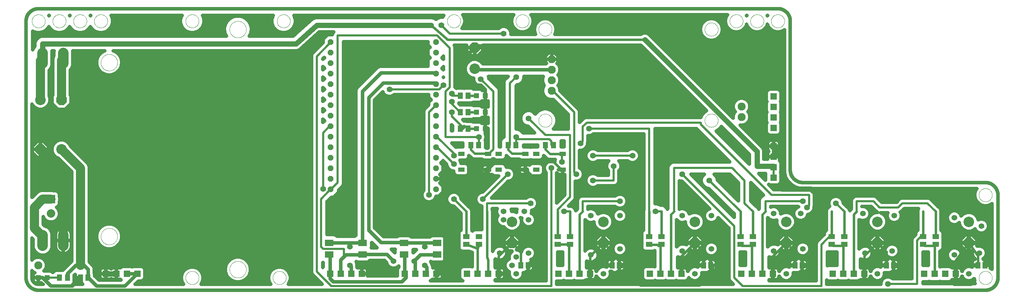
<source format=gtl>
G75*
%MOIN*%
%OFA0B0*%
%FSLAX25Y25*%
%IPPOS*%
%LPD*%
%AMOC8*
5,1,8,0,0,1.08239X$1,22.5*
%
%ADD10C,0.03200*%
%ADD11C,0.00000*%
%ADD12R,0.04724X0.04724*%
%ADD13R,0.05118X0.06299*%
%ADD14R,0.05118X0.05906*%
%ADD15R,0.07874X0.06299*%
%ADD16OC8,0.05600*%
%ADD17R,0.06299X0.03937*%
%ADD18R,0.06299X0.05118*%
%ADD19C,0.10000*%
%ADD20OC8,0.10000*%
%ADD21R,0.06000X0.06000*%
%ADD22C,0.10000*%
%ADD23C,0.07600*%
%ADD24R,0.08000X0.08000*%
%ADD25C,0.08000*%
%ADD26C,0.02400*%
%ADD27C,0.08600*%
%ADD28C,0.05000*%
%ADD29C,0.05500*%
%ADD30C,0.05362*%
%ADD31C,0.02000*%
%ADD32C,0.04000*%
D10*
X0048028Y0032555D02*
X0945666Y0032555D01*
X0935974Y0038955D02*
X0886505Y0038955D01*
X0886505Y0040503D01*
X0891314Y0040503D01*
X0892359Y0040936D01*
X0893404Y0040503D01*
X0901314Y0040503D01*
X0902359Y0040936D01*
X0903404Y0040503D01*
X0911314Y0040503D01*
X0912359Y0040936D01*
X0913404Y0040503D01*
X0921314Y0040503D01*
X0923078Y0041234D01*
X0924428Y0042584D01*
X0924612Y0043029D01*
X0925680Y0041961D01*
X0928430Y0040822D01*
X0931406Y0040822D01*
X0934156Y0041961D01*
X0934679Y0042485D01*
X0935323Y0040082D01*
X0935974Y0038955D01*
X0934769Y0042151D02*
X0934345Y0042151D01*
X0925491Y0042151D02*
X0923995Y0042151D01*
X0945666Y0032555D02*
X0945951Y0032558D01*
X0946237Y0032569D01*
X0946522Y0032586D01*
X0946806Y0032610D01*
X0947090Y0032641D01*
X0947373Y0032679D01*
X0947654Y0032724D01*
X0947935Y0032775D01*
X0948215Y0032833D01*
X0948493Y0032898D01*
X0948769Y0032970D01*
X0949043Y0033048D01*
X0949316Y0033133D01*
X0949586Y0033225D01*
X0949854Y0033323D01*
X0950120Y0033427D01*
X0950383Y0033538D01*
X0950643Y0033655D01*
X0950901Y0033778D01*
X0951155Y0033908D01*
X0951406Y0034044D01*
X0951654Y0034185D01*
X0951898Y0034333D01*
X0952139Y0034486D01*
X0952375Y0034646D01*
X0952608Y0034811D01*
X0952837Y0034981D01*
X0953062Y0035157D01*
X0953282Y0035339D01*
X0953498Y0035525D01*
X0953709Y0035717D01*
X0953916Y0035914D01*
X0954118Y0036116D01*
X0954315Y0036323D01*
X0954507Y0036534D01*
X0954693Y0036750D01*
X0954875Y0036970D01*
X0955051Y0037195D01*
X0955221Y0037424D01*
X0955386Y0037657D01*
X0955546Y0037893D01*
X0955699Y0038134D01*
X0955847Y0038378D01*
X0955988Y0038626D01*
X0956124Y0038877D01*
X0956254Y0039131D01*
X0956377Y0039389D01*
X0956494Y0039649D01*
X0956605Y0039912D01*
X0956709Y0040178D01*
X0956807Y0040446D01*
X0956899Y0040716D01*
X0956984Y0040989D01*
X0957062Y0041263D01*
X0957134Y0041539D01*
X0957199Y0041817D01*
X0957257Y0042097D01*
X0957308Y0042378D01*
X0957353Y0042659D01*
X0957391Y0042942D01*
X0957422Y0043226D01*
X0957446Y0043510D01*
X0957463Y0043795D01*
X0957474Y0044081D01*
X0957477Y0044366D01*
X0957477Y0123106D01*
X0957474Y0123391D01*
X0957463Y0123677D01*
X0957446Y0123962D01*
X0957422Y0124246D01*
X0957391Y0124530D01*
X0957353Y0124813D01*
X0957308Y0125094D01*
X0957257Y0125375D01*
X0957199Y0125655D01*
X0957134Y0125933D01*
X0957062Y0126209D01*
X0956984Y0126483D01*
X0956899Y0126756D01*
X0956807Y0127026D01*
X0956709Y0127294D01*
X0956605Y0127560D01*
X0956494Y0127823D01*
X0956377Y0128083D01*
X0956254Y0128341D01*
X0956124Y0128595D01*
X0955988Y0128846D01*
X0955847Y0129094D01*
X0955699Y0129338D01*
X0955546Y0129579D01*
X0955386Y0129815D01*
X0955221Y0130048D01*
X0955051Y0130277D01*
X0954875Y0130502D01*
X0954693Y0130722D01*
X0954507Y0130938D01*
X0954315Y0131149D01*
X0954118Y0131356D01*
X0953916Y0131558D01*
X0953709Y0131755D01*
X0953498Y0131947D01*
X0953282Y0132133D01*
X0953062Y0132315D01*
X0952837Y0132491D01*
X0952608Y0132661D01*
X0952375Y0132826D01*
X0952139Y0132986D01*
X0951898Y0133139D01*
X0951654Y0133287D01*
X0951406Y0133428D01*
X0951155Y0133564D01*
X0950901Y0133694D01*
X0950643Y0133817D01*
X0950383Y0133934D01*
X0950120Y0134045D01*
X0949854Y0134149D01*
X0949586Y0134247D01*
X0949316Y0134339D01*
X0949043Y0134424D01*
X0948769Y0134502D01*
X0948493Y0134574D01*
X0948215Y0134639D01*
X0947935Y0134697D01*
X0947654Y0134748D01*
X0947373Y0134793D01*
X0947090Y0134831D01*
X0946806Y0134862D01*
X0946522Y0134886D01*
X0946237Y0134903D01*
X0945951Y0134914D01*
X0945666Y0134917D01*
X0772438Y0134917D01*
X0763630Y0131709D02*
X0741378Y0131709D01*
X0741083Y0132602D02*
X0748674Y0132602D01*
X0750144Y0133211D01*
X0751270Y0134337D01*
X0751879Y0135807D01*
X0751879Y0143398D01*
X0751380Y0144602D01*
X0751879Y0145807D01*
X0751879Y0153398D01*
X0751270Y0154868D01*
X0750354Y0155784D01*
X0750379Y0155844D01*
X0750479Y0156346D01*
X0750479Y0159602D01*
X0744879Y0159602D01*
X0744879Y0159602D01*
X0750479Y0159602D01*
X0750479Y0162858D01*
X0750379Y0163361D01*
X0750183Y0163834D01*
X0749898Y0164260D01*
X0749556Y0164602D01*
X0749898Y0164945D01*
X0750183Y0165371D01*
X0750379Y0165844D01*
X0750479Y0166346D01*
X0750479Y0169602D01*
X0744879Y0169602D01*
X0744879Y0169602D01*
X0744879Y0164002D01*
X0744879Y0159602D01*
X0744878Y0159602D02*
X0739279Y0159602D01*
X0739279Y0157165D01*
X0735631Y0157165D01*
X0735631Y0165738D01*
X0734641Y0168127D01*
X0713288Y0189480D01*
X0715958Y0189480D01*
X0718825Y0190667D01*
X0721019Y0192861D01*
X0722206Y0195728D01*
X0722206Y0198831D01*
X0721019Y0201698D01*
X0720437Y0202280D01*
X0721019Y0202861D01*
X0722206Y0205728D01*
X0722206Y0208831D01*
X0721019Y0211698D01*
X0718825Y0213892D01*
X0715958Y0215080D01*
X0712855Y0215080D01*
X0709988Y0213892D01*
X0707794Y0211698D01*
X0706606Y0208831D01*
X0706606Y0205728D01*
X0707794Y0202861D01*
X0708375Y0202280D01*
X0707794Y0201698D01*
X0706606Y0198831D01*
X0706606Y0196162D01*
X0626513Y0276255D01*
X0624124Y0277244D01*
X0621538Y0277244D01*
X0619149Y0276255D01*
X0618839Y0275944D01*
X0537555Y0275944D01*
X0537941Y0276611D01*
X0538642Y0279231D01*
X0538642Y0281943D01*
X0537941Y0284562D01*
X0536585Y0286910D01*
X0534667Y0288828D01*
X0532319Y0290184D01*
X0529699Y0290886D01*
X0526987Y0290886D01*
X0524368Y0290184D01*
X0522019Y0288828D01*
X0520102Y0286910D01*
X0518746Y0284562D01*
X0518044Y0281943D01*
X0518044Y0279231D01*
X0518746Y0276611D01*
X0519131Y0275944D01*
X0495723Y0275944D01*
X0495723Y0277992D01*
X0494695Y0280473D01*
X0492797Y0282372D01*
X0490316Y0283400D01*
X0487630Y0283400D01*
X0485150Y0282372D01*
X0484427Y0281650D01*
X0449483Y0281650D01*
X0449970Y0282137D01*
X0451326Y0284485D01*
X0452028Y0287105D01*
X0452028Y0289817D01*
X0451326Y0292436D01*
X0450036Y0294672D01*
X0498383Y0294672D01*
X0497092Y0292436D01*
X0496390Y0289817D01*
X0496390Y0287105D01*
X0497092Y0284485D01*
X0498448Y0282137D01*
X0500366Y0280219D01*
X0502714Y0278863D01*
X0505334Y0278161D01*
X0508046Y0278161D01*
X0510665Y0278863D01*
X0513013Y0280219D01*
X0514931Y0282137D01*
X0516287Y0284485D01*
X0516989Y0287105D01*
X0516989Y0289817D01*
X0516287Y0292436D01*
X0514996Y0294672D01*
X0701139Y0294672D01*
X0699848Y0292436D01*
X0699146Y0289817D01*
X0699146Y0287105D01*
X0699848Y0284485D01*
X0701204Y0282137D01*
X0703122Y0280219D01*
X0705470Y0278863D01*
X0708090Y0278161D01*
X0710801Y0278161D01*
X0713421Y0278863D01*
X0715769Y0280219D01*
X0717687Y0282137D01*
X0719043Y0284485D01*
X0719288Y0285400D01*
X0719533Y0284485D01*
X0720889Y0282137D01*
X0722807Y0280219D01*
X0725155Y0278863D01*
X0727775Y0278161D01*
X0730486Y0278161D01*
X0733106Y0278863D01*
X0735454Y0280219D01*
X0737372Y0282137D01*
X0738728Y0284485D01*
X0738973Y0285400D01*
X0739218Y0284485D01*
X0740574Y0282137D01*
X0742492Y0280219D01*
X0744840Y0278863D01*
X0747460Y0278161D01*
X0750172Y0278161D01*
X0752791Y0278863D01*
X0755027Y0280154D01*
X0755027Y0144436D01*
X0756213Y0140008D01*
X0758505Y0136038D01*
X0761747Y0132796D01*
X0761747Y0132796D01*
X0765717Y0130504D01*
X0765717Y0130504D01*
X0770145Y0129317D01*
X0937359Y0129317D01*
X0936069Y0127082D01*
X0935367Y0124462D01*
X0935367Y0121750D01*
X0936069Y0119131D01*
X0937425Y0116782D01*
X0939342Y0114865D01*
X0941691Y0113509D01*
X0944310Y0112807D01*
X0947022Y0112807D01*
X0949641Y0113509D01*
X0951877Y0114800D01*
X0951877Y0052673D01*
X0950234Y0053621D01*
X0950234Y0056177D01*
X0945076Y0056177D01*
X0945076Y0056177D01*
X0950234Y0056177D01*
X0950234Y0059386D01*
X0950135Y0059888D01*
X0949939Y0060361D01*
X0949654Y0060787D01*
X0949292Y0061149D01*
X0948866Y0061434D01*
X0948393Y0061630D01*
X0947891Y0061730D01*
X0945076Y0061730D01*
X0945076Y0056177D01*
X0945075Y0056177D01*
X0945075Y0061730D01*
X0943998Y0061730D01*
X0943583Y0062146D01*
X0943583Y0062362D01*
X0945424Y0064204D01*
X0946442Y0066659D01*
X0946442Y0069317D01*
X0945424Y0071773D01*
X0943545Y0073652D01*
X0941089Y0074669D01*
X0938918Y0074669D01*
X0938918Y0081401D01*
X0933646Y0086673D01*
X0926190Y0086673D01*
X0920918Y0081401D01*
X0920918Y0074436D01*
X0919086Y0072030D01*
X0917467Y0072701D01*
X0914809Y0072701D01*
X0912354Y0071684D01*
X0910474Y0069804D01*
X0909457Y0067349D01*
X0909457Y0064691D01*
X0910474Y0062235D01*
X0912159Y0060551D01*
X0912159Y0054887D01*
X0911155Y0055303D01*
X0903563Y0055303D01*
X0902559Y0054887D01*
X0902559Y0069579D01*
X0903837Y0070109D01*
X0904963Y0071234D01*
X0905572Y0072704D01*
X0905572Y0079414D01*
X0905412Y0079799D01*
X0905572Y0080185D01*
X0905572Y0086894D01*
X0904963Y0088364D01*
X0903837Y0089489D01*
X0903622Y0089579D01*
X0903622Y0108393D01*
X0902830Y0110304D01*
X0901367Y0111767D01*
X0900885Y0111967D01*
X0894787Y0118065D01*
X0893380Y0119471D01*
X0891542Y0120232D01*
X0865931Y0120232D01*
X0864094Y0119471D01*
X0860918Y0116295D01*
X0847343Y0116295D01*
X0843606Y0120033D01*
X0842199Y0121440D01*
X0840361Y0122201D01*
X0822624Y0122201D01*
X0820786Y0121440D01*
X0819380Y0120033D01*
X0818619Y0118195D01*
X0818619Y0109712D01*
X0817008Y0108101D01*
X0817008Y0108393D01*
X0816216Y0110304D01*
X0814753Y0111767D01*
X0814270Y0111967D01*
X0810684Y0115553D01*
X0810684Y0116575D01*
X0809656Y0119056D01*
X0807757Y0120955D01*
X0805276Y0121982D01*
X0802591Y0121982D01*
X0800110Y0120955D01*
X0798211Y0119056D01*
X0797184Y0116575D01*
X0797184Y0113890D01*
X0797915Y0112124D01*
X0797051Y0111767D01*
X0795588Y0110304D01*
X0794797Y0108393D01*
X0794797Y0089579D01*
X0794581Y0089489D01*
X0793456Y0088364D01*
X0792847Y0086894D01*
X0792847Y0085626D01*
X0785915Y0078694D01*
X0785154Y0076857D01*
X0785154Y0041492D01*
X0748382Y0041492D01*
X0749396Y0041912D01*
X0750522Y0043037D01*
X0751103Y0044441D01*
X0752905Y0042639D01*
X0755361Y0041622D01*
X0758019Y0041622D01*
X0760474Y0042639D01*
X0762354Y0044519D01*
X0763371Y0046974D01*
X0763371Y0049224D01*
X0768509Y0049224D01*
X0769979Y0049833D01*
X0770770Y0050624D01*
X0771847Y0050624D01*
X0771847Y0056177D01*
X0771847Y0056177D01*
X0771847Y0050624D01*
X0774662Y0050624D01*
X0775165Y0050724D01*
X0775638Y0050920D01*
X0776064Y0051205D01*
X0776426Y0051567D01*
X0776710Y0051993D01*
X0776906Y0052466D01*
X0777006Y0052968D01*
X0777006Y0056177D01*
X0771847Y0056177D01*
X0771847Y0056177D01*
X0771847Y0061730D01*
X0770770Y0061730D01*
X0770354Y0062146D01*
X0770354Y0065557D01*
X0771109Y0065244D01*
X0773767Y0065244D01*
X0776222Y0066261D01*
X0778102Y0068141D01*
X0779119Y0070596D01*
X0779119Y0073254D01*
X0778102Y0075710D01*
X0776222Y0077589D01*
X0773767Y0078606D01*
X0771109Y0078606D01*
X0768653Y0077589D01*
X0766774Y0075710D01*
X0766549Y0075168D01*
X0765690Y0076027D01*
X0765690Y0081401D01*
X0760418Y0086673D01*
X0752962Y0086673D01*
X0747690Y0081401D01*
X0747690Y0076027D01*
X0747687Y0076025D01*
X0746208Y0076638D01*
X0743550Y0076638D01*
X0741094Y0075621D01*
X0739331Y0073857D01*
X0739331Y0101489D01*
X0741094Y0099726D01*
X0743550Y0098709D01*
X0746208Y0098709D01*
X0747690Y0099323D01*
X0747690Y0095883D01*
X0749060Y0092575D01*
X0751592Y0090043D01*
X0754899Y0088673D01*
X0758480Y0088673D01*
X0761788Y0090043D01*
X0764319Y0092575D01*
X0765690Y0095883D01*
X0765690Y0099463D01*
X0764319Y0102771D01*
X0761788Y0105303D01*
X0758480Y0106673D01*
X0754899Y0106673D01*
X0751592Y0105303D01*
X0751560Y0105271D01*
X0751560Y0106719D01*
X0750543Y0109174D01*
X0748663Y0111054D01*
X0746208Y0112071D01*
X0743550Y0112071D01*
X0742005Y0111431D01*
X0742005Y0112201D01*
X0767892Y0112201D01*
X0768349Y0111743D01*
X0766685Y0111054D01*
X0764805Y0109174D01*
X0763788Y0106719D01*
X0763788Y0104061D01*
X0764805Y0101605D01*
X0766685Y0099726D01*
X0769140Y0098709D01*
X0771798Y0098709D01*
X0774254Y0099726D01*
X0776133Y0101605D01*
X0777150Y0104061D01*
X0777150Y0104545D01*
X0777717Y0104545D01*
X0780198Y0105573D01*
X0782097Y0107472D01*
X0783125Y0109953D01*
X0783125Y0111742D01*
X0783343Y0112269D01*
X0783343Y0124101D01*
X0782582Y0125939D01*
X0781175Y0127345D01*
X0779338Y0128106D01*
X0744981Y0128106D01*
X0740062Y0133025D01*
X0741083Y0132602D01*
X0742416Y0131802D02*
X0745453Y0131802D01*
X0745453Y0128906D01*
X0745313Y0128906D01*
X0742416Y0131802D01*
X0742510Y0131709D02*
X0745453Y0131709D01*
X0744577Y0128510D02*
X0936894Y0128510D01*
X0935974Y0128517D02*
X0935323Y0127390D01*
X0934567Y0124568D01*
X0934567Y0122876D01*
X0932170Y0125273D01*
X0930116Y0127326D01*
X0927433Y0128438D01*
X0860107Y0128438D01*
X0860028Y0128517D01*
X0935974Y0128517D01*
X0935970Y0128510D02*
X0860034Y0128510D01*
X0840572Y0122113D02*
X0935367Y0122113D01*
X0935594Y0125312D02*
X0782842Y0125312D01*
X0783343Y0122113D02*
X0822413Y0122113D01*
X0818917Y0118915D02*
X0809714Y0118915D01*
X0810684Y0115716D02*
X0818619Y0115716D01*
X0817819Y0115716D02*
X0811652Y0115716D01*
X0811562Y0115806D02*
X0817819Y0115806D01*
X0817819Y0110044D01*
X0817374Y0109599D01*
X0816894Y0110757D01*
X0815206Y0112445D01*
X0814724Y0112645D01*
X0811562Y0115806D01*
X0813719Y0112518D02*
X0818619Y0112518D01*
X0817819Y0112518D02*
X0815030Y0112518D01*
X0816624Y0109319D02*
X0818226Y0109319D01*
X0828619Y0112071D02*
X0828619Y0112201D01*
X0837296Y0112201D01*
X0842440Y0107056D01*
X0843365Y0106673D01*
X0841514Y0106673D01*
X0838206Y0105303D01*
X0835674Y0102771D01*
X0834304Y0099463D01*
X0834304Y0095883D01*
X0835674Y0092575D01*
X0838206Y0090043D01*
X0841514Y0088673D01*
X0845094Y0088673D01*
X0848402Y0090043D01*
X0850934Y0092575D01*
X0852304Y0095883D01*
X0852304Y0099463D01*
X0850934Y0102771D01*
X0848402Y0105303D01*
X0846006Y0106295D01*
X0853011Y0106295D01*
X0852371Y0104750D01*
X0852371Y0102092D01*
X0853388Y0099637D01*
X0855267Y0097757D01*
X0857723Y0096740D01*
X0860381Y0096740D01*
X0862836Y0097757D01*
X0864716Y0099637D01*
X0865733Y0102092D01*
X0865733Y0104750D01*
X0864930Y0106688D01*
X0865821Y0107056D01*
X0867228Y0108463D01*
X0868997Y0110232D01*
X0882173Y0110232D01*
X0881411Y0108393D01*
X0881411Y0089579D01*
X0881195Y0089489D01*
X0880070Y0088364D01*
X0879461Y0086894D01*
X0879461Y0085626D01*
X0876467Y0082631D01*
X0875705Y0080794D01*
X0875705Y0043461D01*
X0857692Y0043461D01*
X0856970Y0044183D01*
X0854489Y0045211D01*
X0851804Y0045211D01*
X0849323Y0044183D01*
X0847424Y0042284D01*
X0846396Y0039803D01*
X0846396Y0038155D01*
X0795154Y0038155D01*
X0795154Y0042237D01*
X0795479Y0041912D01*
X0796949Y0041303D01*
X0804540Y0041303D01*
X0805745Y0041802D01*
X0806949Y0041303D01*
X0814540Y0041303D01*
X0815745Y0041802D01*
X0816949Y0041303D01*
X0824540Y0041303D01*
X0825745Y0041802D01*
X0826949Y0041303D01*
X0834540Y0041303D01*
X0836011Y0041912D01*
X0837136Y0043037D01*
X0837717Y0044441D01*
X0839519Y0042639D01*
X0841975Y0041622D01*
X0844633Y0041622D01*
X0847088Y0042639D01*
X0848968Y0044519D01*
X0849985Y0046974D01*
X0849985Y0049224D01*
X0855123Y0049224D01*
X0856593Y0049833D01*
X0857384Y0050624D01*
X0858461Y0050624D01*
X0858461Y0056177D01*
X0858461Y0056177D01*
X0858461Y0050624D01*
X0861276Y0050624D01*
X0861779Y0050724D01*
X0862252Y0050920D01*
X0862678Y0051205D01*
X0863040Y0051567D01*
X0863324Y0051993D01*
X0863520Y0052466D01*
X0863620Y0052968D01*
X0863620Y0056177D01*
X0858461Y0056177D01*
X0858461Y0061730D01*
X0857384Y0061730D01*
X0856968Y0062146D01*
X0856968Y0063276D01*
X0858412Y0063276D01*
X0860868Y0064293D01*
X0862747Y0066172D01*
X0863764Y0068628D01*
X0863764Y0071286D01*
X0862747Y0073741D01*
X0860868Y0075621D01*
X0858412Y0076638D01*
X0855754Y0076638D01*
X0853299Y0075621D01*
X0853005Y0075326D01*
X0852304Y0076027D01*
X0852304Y0081401D01*
X0847032Y0086673D01*
X0839576Y0086673D01*
X0834304Y0081401D01*
X0834304Y0076027D01*
X0832910Y0074633D01*
X0832822Y0074669D01*
X0830164Y0074669D01*
X0827708Y0073652D01*
X0825945Y0071889D01*
X0825945Y0099641D01*
X0828195Y0098709D01*
X0830853Y0098709D01*
X0833309Y0099726D01*
X0835188Y0101605D01*
X0836205Y0104061D01*
X0836205Y0106719D01*
X0835188Y0109174D01*
X0833309Y0111054D01*
X0830853Y0112071D01*
X0828619Y0112071D01*
X0834093Y0111401D02*
X0835866Y0109627D01*
X0837005Y0106878D01*
X0837005Y0105234D01*
X0837753Y0105981D01*
X0841027Y0107338D01*
X0836964Y0111401D01*
X0834093Y0111401D01*
X0835043Y0109319D02*
X0840177Y0109319D01*
X0839046Y0109319D02*
X0835994Y0109319D01*
X0836205Y0106121D02*
X0840180Y0106121D01*
X0838090Y0106121D02*
X0837005Y0106121D01*
X0835825Y0102922D02*
X0835734Y0102922D01*
X0834412Y0099724D02*
X0833304Y0099724D01*
X0833504Y0098941D02*
X0833504Y0095724D01*
X0834996Y0092122D01*
X0837753Y0089365D01*
X0841354Y0087873D01*
X0845253Y0087873D01*
X0848855Y0089365D01*
X0851612Y0092122D01*
X0853104Y0095724D01*
X0853104Y0098789D01*
X0854814Y0097079D01*
X0857564Y0095940D01*
X0860540Y0095940D01*
X0863290Y0097079D01*
X0863563Y0097352D01*
X0863563Y0073863D01*
X0863425Y0074194D01*
X0861321Y0076299D01*
X0858571Y0077438D01*
X0855595Y0077438D01*
X0853104Y0076406D01*
X0853104Y0081733D01*
X0847363Y0087473D01*
X0839245Y0087473D01*
X0833504Y0081733D01*
X0833504Y0076359D01*
X0832615Y0075469D01*
X0830005Y0075469D01*
X0827255Y0074330D01*
X0826745Y0073820D01*
X0826745Y0098444D01*
X0828036Y0097909D01*
X0831012Y0097909D01*
X0833504Y0098941D01*
X0833504Y0096525D02*
X0826745Y0096525D01*
X0825945Y0096525D02*
X0834304Y0096525D01*
X0834497Y0093327D02*
X0826745Y0093327D01*
X0825945Y0093327D02*
X0835363Y0093327D01*
X0836989Y0090128D02*
X0826745Y0090128D01*
X0825945Y0090128D02*
X0838121Y0090128D01*
X0838701Y0086930D02*
X0826745Y0086930D01*
X0825945Y0086930D02*
X0879476Y0086930D01*
X0878661Y0086930D02*
X0878163Y0086930D01*
X0878661Y0087053D02*
X0878661Y0085958D01*
X0878163Y0085459D01*
X0878163Y0105253D01*
X0878413Y0105856D01*
X0878413Y0108860D01*
X0878176Y0109432D01*
X0880976Y0109432D01*
X0880611Y0108552D01*
X0880611Y0090036D01*
X0879392Y0088817D01*
X0878661Y0087053D01*
X0878163Y0090128D02*
X0880611Y0090128D01*
X0881411Y0090128D02*
X0848487Y0090128D01*
X0849618Y0090128D02*
X0863563Y0090128D01*
X0863563Y0086930D02*
X0847906Y0086930D01*
X0849974Y0083731D02*
X0877566Y0083731D01*
X0875705Y0080533D02*
X0852304Y0080533D01*
X0853104Y0080533D02*
X0863563Y0080533D01*
X0863563Y0083731D02*
X0851105Y0083731D01*
X0836634Y0083731D02*
X0825945Y0083731D01*
X0826745Y0083731D02*
X0835503Y0083731D01*
X0834304Y0080533D02*
X0825945Y0080533D01*
X0826745Y0080533D02*
X0833504Y0080533D01*
X0833504Y0077334D02*
X0826745Y0077334D01*
X0825945Y0077334D02*
X0834304Y0077334D01*
X0828876Y0074136D02*
X0825945Y0074136D01*
X0826745Y0074136D02*
X0827060Y0074136D01*
X0836745Y0062629D02*
X0841989Y0067873D01*
X0844619Y0067873D01*
X0845768Y0066723D01*
X0845768Y0062477D01*
X0845140Y0061849D01*
X0844409Y0060085D01*
X0844409Y0055784D01*
X0841816Y0055784D01*
X0839066Y0054645D01*
X0837998Y0053577D01*
X0837814Y0054022D01*
X0836745Y0055091D01*
X0836745Y0062629D01*
X0836745Y0061342D02*
X0844930Y0061342D01*
X0844409Y0058143D02*
X0836745Y0058143D01*
X0836891Y0054945D02*
X0839789Y0054945D01*
X0849985Y0048548D02*
X0875705Y0048548D01*
X0874905Y0048548D02*
X0862273Y0048548D01*
X0861975Y0048424D02*
X0863068Y0048877D01*
X0872315Y0048877D01*
X0874905Y0049950D01*
X0874905Y0044261D01*
X0858024Y0044261D01*
X0857423Y0044861D01*
X0854648Y0046011D01*
X0851645Y0046011D01*
X0850205Y0045414D01*
X0850785Y0046815D01*
X0850785Y0048424D01*
X0854947Y0048424D01*
X0861975Y0048424D01*
X0863160Y0051746D02*
X0875705Y0051746D01*
X0875705Y0054945D02*
X0863620Y0054945D01*
X0863620Y0056177D02*
X0863620Y0059386D01*
X0863520Y0059888D01*
X0863324Y0060361D01*
X0863040Y0060787D01*
X0862678Y0061149D01*
X0862252Y0061434D01*
X0861779Y0061630D01*
X0861276Y0061730D01*
X0858461Y0061730D01*
X0858461Y0056177D01*
X0858461Y0056177D01*
X0858461Y0056177D01*
X0863620Y0056177D01*
X0863620Y0058143D02*
X0875705Y0058143D01*
X0875705Y0061342D02*
X0862390Y0061342D01*
X0863068Y0063477D02*
X0861975Y0063930D01*
X0861636Y0063930D01*
X0863425Y0065719D01*
X0863563Y0066051D01*
X0863563Y0063477D01*
X0863068Y0063477D01*
X0863563Y0064540D02*
X0862247Y0064540D01*
X0861115Y0064540D02*
X0875705Y0064540D01*
X0875705Y0067739D02*
X0863396Y0067739D01*
X0863764Y0070937D02*
X0875705Y0070937D01*
X0875705Y0074136D02*
X0862353Y0074136D01*
X0863450Y0074136D02*
X0863563Y0074136D01*
X0863563Y0077334D02*
X0858821Y0077334D01*
X0855345Y0077334D02*
X0853104Y0077334D01*
X0852304Y0077334D02*
X0875705Y0077334D01*
X0886505Y0068700D02*
X0890715Y0068700D01*
X0891359Y0068967D01*
X0891359Y0056084D01*
X0891314Y0056103D01*
X0886505Y0056103D01*
X0886505Y0068700D01*
X0886505Y0067739D02*
X0891359Y0067739D01*
X0891359Y0064540D02*
X0886505Y0064540D01*
X0886505Y0061342D02*
X0891359Y0061342D01*
X0891359Y0058143D02*
X0886505Y0058143D01*
X0902559Y0058143D02*
X0912159Y0058143D01*
X0911359Y0058143D02*
X0903359Y0058143D01*
X0903404Y0056103D02*
X0903359Y0056084D01*
X0903359Y0069045D01*
X0904290Y0069431D01*
X0905641Y0070781D01*
X0906372Y0072545D01*
X0906372Y0079573D01*
X0906278Y0079799D01*
X0906372Y0080026D01*
X0906372Y0087053D01*
X0905641Y0088817D01*
X0904422Y0090036D01*
X0904422Y0108552D01*
X0903508Y0110757D01*
X0901821Y0112445D01*
X0901338Y0112645D01*
X0900145Y0113838D01*
X0922957Y0113838D01*
X0929322Y0107473D01*
X0927969Y0107473D01*
X0924367Y0105981D01*
X0922948Y0104562D01*
X0922481Y0105690D01*
X0920376Y0107795D01*
X0917627Y0108934D01*
X0914650Y0108934D01*
X0911901Y0107795D01*
X0909796Y0105690D01*
X0908657Y0102941D01*
X0908657Y0099965D01*
X0909796Y0097215D01*
X0911901Y0095111D01*
X0914650Y0093972D01*
X0917627Y0093972D01*
X0920373Y0095109D01*
X0921610Y0092122D01*
X0924367Y0089365D01*
X0927969Y0087873D01*
X0931867Y0087873D01*
X0935394Y0089334D01*
X0937491Y0087237D01*
X0940241Y0086098D01*
X0942303Y0086098D01*
X0942303Y0075033D01*
X0941249Y0075469D01*
X0939718Y0075469D01*
X0939718Y0081733D01*
X0933977Y0087473D01*
X0925859Y0087473D01*
X0920118Y0081733D01*
X0920118Y0074706D01*
X0918823Y0073005D01*
X0917627Y0073501D01*
X0914650Y0073501D01*
X0911901Y0072362D01*
X0909796Y0070257D01*
X0908657Y0067508D01*
X0908657Y0064532D01*
X0909796Y0061782D01*
X0911359Y0060219D01*
X0911359Y0056084D01*
X0911314Y0056103D01*
X0903404Y0056103D01*
X0902698Y0054945D02*
X0902559Y0054945D01*
X0912020Y0054945D02*
X0912159Y0054945D01*
X0923359Y0055091D02*
X0923359Y0059153D01*
X0929652Y0067419D01*
X0932383Y0063419D01*
X0932383Y0062477D01*
X0931754Y0061849D01*
X0931023Y0060085D01*
X0931023Y0055784D01*
X0928430Y0055784D01*
X0925680Y0054645D01*
X0924612Y0053577D01*
X0924428Y0054022D01*
X0923359Y0055091D01*
X0923506Y0054945D02*
X0926403Y0054945D01*
X0923359Y0058143D02*
X0931023Y0058143D01*
X0931544Y0061342D02*
X0925025Y0061342D01*
X0927460Y0064540D02*
X0931617Y0064540D01*
X0945075Y0061342D02*
X0945076Y0061342D01*
X0945075Y0058143D02*
X0945076Y0058143D01*
X0949004Y0061342D02*
X0951877Y0061342D01*
X0951877Y0064540D02*
X0945564Y0064540D01*
X0946442Y0067739D02*
X0951877Y0067739D01*
X0951877Y0070937D02*
X0945771Y0070937D01*
X0942377Y0074136D02*
X0951877Y0074136D01*
X0951877Y0077334D02*
X0938918Y0077334D01*
X0939718Y0077334D02*
X0942303Y0077334D01*
X0942303Y0080533D02*
X0939718Y0080533D01*
X0938918Y0080533D02*
X0951877Y0080533D01*
X0951877Y0083731D02*
X0936588Y0083731D01*
X0937719Y0083731D02*
X0942303Y0083731D01*
X0943058Y0086898D02*
X0940400Y0086898D01*
X0937944Y0087915D01*
X0936065Y0089794D01*
X0935685Y0090712D01*
X0935016Y0090043D01*
X0931708Y0088673D01*
X0928128Y0088673D01*
X0924820Y0090043D01*
X0922288Y0092575D01*
X0920918Y0095883D01*
X0920918Y0096784D01*
X0919923Y0095789D01*
X0917467Y0094772D01*
X0914809Y0094772D01*
X0912354Y0095789D01*
X0910474Y0097668D01*
X0909457Y0100124D01*
X0909457Y0102782D01*
X0910474Y0105237D01*
X0912354Y0107117D01*
X0914809Y0108134D01*
X0917467Y0108134D01*
X0919923Y0107117D01*
X0921802Y0105237D01*
X0922667Y0103150D01*
X0924820Y0105303D01*
X0928128Y0106673D01*
X0931708Y0106673D01*
X0935016Y0105303D01*
X0937548Y0102771D01*
X0938853Y0099619D01*
X0940400Y0100260D01*
X0943058Y0100260D01*
X0945514Y0099243D01*
X0947393Y0097363D01*
X0948410Y0094908D01*
X0948410Y0092250D01*
X0947393Y0089794D01*
X0945514Y0087915D01*
X0943058Y0086898D01*
X0943136Y0086930D02*
X0951877Y0086930D01*
X0951877Y0090128D02*
X0947531Y0090128D01*
X0948410Y0093327D02*
X0951877Y0093327D01*
X0951877Y0096525D02*
X0947740Y0096525D01*
X0944352Y0099724D02*
X0951877Y0099724D01*
X0951877Y0102922D02*
X0937397Y0102922D01*
X0938810Y0099724D02*
X0939106Y0099724D01*
X0920918Y0096525D02*
X0920660Y0096525D01*
X0921111Y0093327D02*
X0904422Y0093327D01*
X0903622Y0093327D02*
X0921977Y0093327D01*
X0923604Y0090128D02*
X0904422Y0090128D01*
X0903622Y0090128D02*
X0924735Y0090128D01*
X0925315Y0086930D02*
X0906372Y0086930D01*
X0905557Y0086930D02*
X0940322Y0086930D01*
X0938232Y0086930D02*
X0934521Y0086930D01*
X0935101Y0090128D02*
X0935927Y0090128D01*
X0923248Y0083731D02*
X0905572Y0083731D01*
X0906372Y0083731D02*
X0922117Y0083731D01*
X0920918Y0080533D02*
X0905572Y0080533D01*
X0906372Y0080533D02*
X0920118Y0080533D01*
X0920118Y0077334D02*
X0906372Y0077334D01*
X0905572Y0077334D02*
X0920918Y0077334D01*
X0920689Y0074136D02*
X0905572Y0074136D01*
X0906372Y0074136D02*
X0919684Y0074136D01*
X0911608Y0070937D02*
X0904666Y0070937D01*
X0905705Y0070937D02*
X0910476Y0070937D01*
X0909619Y0067739D02*
X0902559Y0067739D01*
X0903359Y0067739D02*
X0908753Y0067739D01*
X0908657Y0064540D02*
X0903359Y0064540D01*
X0902559Y0064540D02*
X0909520Y0064540D01*
X0910237Y0061342D02*
X0903359Y0061342D01*
X0902559Y0061342D02*
X0911368Y0061342D01*
X0950234Y0058143D02*
X0951877Y0058143D01*
X0951877Y0054945D02*
X0950234Y0054945D01*
X0875705Y0045349D02*
X0849312Y0045349D01*
X0847369Y0042151D02*
X0845909Y0042151D01*
X0846193Y0041402D02*
X0845596Y0039962D01*
X0845596Y0038955D01*
X0795954Y0038955D01*
X0795954Y0040849D01*
X0796790Y0040503D01*
X0804700Y0040503D01*
X0805745Y0040936D01*
X0806790Y0040503D01*
X0814700Y0040503D01*
X0815745Y0040936D01*
X0816790Y0040503D01*
X0824700Y0040503D01*
X0825745Y0040936D01*
X0826790Y0040503D01*
X0834700Y0040503D01*
X0836464Y0041234D01*
X0837814Y0042584D01*
X0837998Y0043029D01*
X0839066Y0041961D01*
X0841816Y0040822D01*
X0844792Y0040822D01*
X0846193Y0041402D01*
X0846396Y0038952D02*
X0795154Y0038952D01*
X0795154Y0042151D02*
X0795240Y0042151D01*
X0785154Y0042151D02*
X0759295Y0042151D01*
X0761258Y0042292D02*
X0763032Y0044065D01*
X0764171Y0046815D01*
X0764171Y0048424D01*
X0768333Y0048424D01*
X0775361Y0048424D01*
X0776454Y0048877D01*
X0784354Y0048877D01*
X0784354Y0042292D01*
X0761258Y0042292D01*
X0762698Y0045349D02*
X0785154Y0045349D01*
X0784354Y0045349D02*
X0763564Y0045349D01*
X0763371Y0048548D02*
X0785154Y0048548D01*
X0784354Y0048548D02*
X0775659Y0048548D01*
X0776545Y0051746D02*
X0785154Y0051746D01*
X0785154Y0054945D02*
X0777006Y0054945D01*
X0777006Y0056177D02*
X0777006Y0059386D01*
X0776906Y0059888D01*
X0776710Y0060361D01*
X0776426Y0060787D01*
X0776064Y0061149D01*
X0775638Y0061434D01*
X0775165Y0061630D01*
X0774662Y0061730D01*
X0771847Y0061730D01*
X0771847Y0056177D01*
X0771847Y0056177D01*
X0777006Y0056177D01*
X0777006Y0058143D02*
X0785154Y0058143D01*
X0785154Y0061342D02*
X0775776Y0061342D01*
X0776454Y0063477D02*
X0775361Y0063930D01*
X0771154Y0063930D01*
X0771154Y0064444D01*
X0773926Y0064444D01*
X0776675Y0065583D01*
X0776949Y0065856D01*
X0776949Y0063477D01*
X0776454Y0063477D01*
X0776949Y0064540D02*
X0774158Y0064540D01*
X0770354Y0064540D02*
X0785154Y0064540D01*
X0785154Y0067739D02*
X0777700Y0067739D01*
X0779119Y0070937D02*
X0785154Y0070937D01*
X0785154Y0074136D02*
X0778754Y0074136D01*
X0776477Y0077334D02*
X0785352Y0077334D01*
X0787754Y0080533D02*
X0765690Y0080533D01*
X0766490Y0080533D02*
X0776949Y0080533D01*
X0776675Y0078267D02*
X0773926Y0079406D01*
X0770950Y0079406D01*
X0768200Y0078267D01*
X0766490Y0076557D01*
X0766490Y0081733D01*
X0760749Y0087473D01*
X0752630Y0087473D01*
X0746890Y0081733D01*
X0746890Y0077221D01*
X0746367Y0077438D01*
X0743391Y0077438D01*
X0740641Y0076299D01*
X0740131Y0075789D01*
X0740131Y0099558D01*
X0740641Y0099048D01*
X0743391Y0097909D01*
X0746367Y0097909D01*
X0746890Y0098125D01*
X0746890Y0095724D01*
X0748382Y0092122D01*
X0751138Y0089365D01*
X0754740Y0087873D01*
X0758639Y0087873D01*
X0762241Y0089365D01*
X0764998Y0092122D01*
X0766490Y0095724D01*
X0766490Y0098941D01*
X0768981Y0097909D01*
X0771957Y0097909D01*
X0774707Y0099048D01*
X0776811Y0101152D01*
X0776949Y0101484D01*
X0776949Y0077994D01*
X0776675Y0078267D01*
X0776949Y0083731D02*
X0764491Y0083731D01*
X0763359Y0083731D02*
X0790952Y0083731D01*
X0791549Y0085459D02*
X0791549Y0115806D01*
X0796384Y0115806D01*
X0796384Y0113730D01*
X0796870Y0112557D01*
X0796598Y0112445D01*
X0794910Y0110757D01*
X0793997Y0108552D01*
X0793997Y0090036D01*
X0792778Y0088817D01*
X0792047Y0087053D01*
X0792047Y0085958D01*
X0791549Y0085459D01*
X0791549Y0086930D02*
X0792047Y0086930D01*
X0792862Y0086930D02*
X0739331Y0086930D01*
X0740131Y0086930D02*
X0752087Y0086930D01*
X0751507Y0090128D02*
X0739331Y0090128D01*
X0740131Y0090128D02*
X0750375Y0090128D01*
X0748748Y0093327D02*
X0739331Y0093327D01*
X0740131Y0093327D02*
X0747883Y0093327D01*
X0747690Y0096525D02*
X0739331Y0096525D01*
X0740131Y0096525D02*
X0746890Y0096525D01*
X0741099Y0099724D02*
X0739331Y0099724D01*
X0751560Y0106121D02*
X0753566Y0106121D01*
X0752360Y0106487D02*
X0754740Y0107473D01*
X0758639Y0107473D01*
X0762241Y0105981D01*
X0762988Y0105234D01*
X0762988Y0106878D01*
X0764127Y0109627D01*
X0765900Y0111401D01*
X0749447Y0111401D01*
X0751221Y0109627D01*
X0752360Y0106878D01*
X0752360Y0106487D01*
X0751348Y0109319D02*
X0763999Y0109319D01*
X0764950Y0109319D02*
X0750397Y0109319D01*
X0759813Y0106121D02*
X0763788Y0106121D01*
X0762988Y0106121D02*
X0761904Y0106121D01*
X0764168Y0102922D02*
X0764260Y0102922D01*
X0765582Y0099724D02*
X0766689Y0099724D01*
X0766490Y0096525D02*
X0776949Y0096525D01*
X0776949Y0093327D02*
X0765497Y0093327D01*
X0764631Y0093327D02*
X0794797Y0093327D01*
X0793997Y0093327D02*
X0791549Y0093327D01*
X0791549Y0096525D02*
X0793997Y0096525D01*
X0794797Y0096525D02*
X0765690Y0096525D01*
X0774249Y0099724D02*
X0794797Y0099724D01*
X0793997Y0099724D02*
X0791549Y0099724D01*
X0791549Y0102922D02*
X0793997Y0102922D01*
X0794797Y0102922D02*
X0776679Y0102922D01*
X0776949Y0099724D02*
X0775383Y0099724D01*
X0780746Y0106121D02*
X0794797Y0106121D01*
X0793997Y0106121D02*
X0791549Y0106121D01*
X0791549Y0109319D02*
X0794315Y0109319D01*
X0795181Y0109319D02*
X0782862Y0109319D01*
X0783343Y0112518D02*
X0797752Y0112518D01*
X0796774Y0112518D02*
X0791549Y0112518D01*
X0791549Y0115716D02*
X0796384Y0115716D01*
X0797184Y0115716D02*
X0783343Y0115716D01*
X0783343Y0118915D02*
X0798153Y0118915D01*
X0759636Y0134907D02*
X0751506Y0134907D01*
X0751879Y0138106D02*
X0757311Y0138106D01*
X0756213Y0140008D02*
X0756213Y0140008D01*
X0755866Y0141305D02*
X0751879Y0141305D01*
X0751421Y0144503D02*
X0755027Y0144503D01*
X0755027Y0147702D02*
X0751879Y0147702D01*
X0751879Y0150900D02*
X0755027Y0150900D01*
X0755027Y0154099D02*
X0751588Y0154099D01*
X0750479Y0157297D02*
X0755027Y0157297D01*
X0755027Y0160496D02*
X0750479Y0160496D01*
X0750241Y0163694D02*
X0755027Y0163694D01*
X0755027Y0166893D02*
X0750479Y0166893D01*
X0750479Y0169602D02*
X0750479Y0172858D01*
X0750379Y0173361D01*
X0750183Y0173834D01*
X0749898Y0174260D01*
X0749536Y0174622D01*
X0749110Y0174906D01*
X0748637Y0175102D01*
X0748135Y0175202D01*
X0744879Y0175202D01*
X0744879Y0169602D01*
X0744879Y0169602D01*
X0750479Y0169602D01*
X0750479Y0170091D02*
X0755027Y0170091D01*
X0754227Y0170091D02*
X0753493Y0170091D01*
X0754020Y0169564D02*
X0752679Y0170906D01*
X0752679Y0173557D01*
X0751948Y0175321D01*
X0750598Y0176672D01*
X0748833Y0177402D01*
X0740924Y0177402D01*
X0739160Y0176672D01*
X0737809Y0175321D01*
X0737079Y0173557D01*
X0737079Y0165648D01*
X0737512Y0164602D01*
X0737079Y0163557D01*
X0737079Y0157965D01*
X0736431Y0157965D01*
X0736431Y0165897D01*
X0735319Y0168580D01*
X0715220Y0188680D01*
X0716117Y0188680D01*
X0719278Y0189989D01*
X0721697Y0192408D01*
X0723006Y0195569D01*
X0723006Y0198990D01*
X0721697Y0202151D01*
X0721568Y0202280D01*
X0721697Y0202408D01*
X0723006Y0205569D01*
X0723006Y0208990D01*
X0721697Y0212151D01*
X0719278Y0214570D01*
X0716117Y0215880D01*
X0712696Y0215880D01*
X0709535Y0214570D01*
X0707115Y0212151D01*
X0705806Y0208990D01*
X0705806Y0205569D01*
X0707115Y0202408D01*
X0707244Y0202280D01*
X0707115Y0202151D01*
X0705806Y0198990D01*
X0705806Y0198093D01*
X0626966Y0276933D01*
X0624283Y0278044D01*
X0621379Y0278044D01*
X0618696Y0276933D01*
X0618508Y0276744D01*
X0538804Y0276744D01*
X0539442Y0279125D01*
X0539442Y0282048D01*
X0538686Y0284871D01*
X0537225Y0287402D01*
X0535158Y0289468D01*
X0532627Y0290929D01*
X0529804Y0291686D01*
X0526882Y0291686D01*
X0524059Y0290929D01*
X0521528Y0289468D01*
X0519462Y0287402D01*
X0518000Y0284871D01*
X0517244Y0282048D01*
X0517244Y0279125D01*
X0517882Y0276744D01*
X0496523Y0276744D01*
X0496523Y0278151D01*
X0495374Y0280926D01*
X0493250Y0283050D01*
X0490475Y0284200D01*
X0487471Y0284200D01*
X0484696Y0283050D01*
X0484096Y0282450D01*
X0451075Y0282450D01*
X0452072Y0284176D01*
X0452828Y0286999D01*
X0452828Y0289922D01*
X0452072Y0292745D01*
X0451421Y0293872D01*
X0496997Y0293872D01*
X0496347Y0292745D01*
X0495590Y0289922D01*
X0495590Y0286999D01*
X0496347Y0284176D01*
X0497808Y0281646D01*
X0499875Y0279579D01*
X0502405Y0278118D01*
X0505228Y0277361D01*
X0508151Y0277361D01*
X0510974Y0278118D01*
X0513505Y0279579D01*
X0515571Y0281646D01*
X0517032Y0284176D01*
X0517789Y0286999D01*
X0517789Y0289922D01*
X0517032Y0292745D01*
X0516382Y0293872D01*
X0699753Y0293872D01*
X0699103Y0292745D01*
X0698346Y0289922D01*
X0698346Y0286999D01*
X0699103Y0284176D01*
X0700564Y0281646D01*
X0702630Y0279579D01*
X0705161Y0278118D01*
X0707984Y0277361D01*
X0710907Y0277361D01*
X0713730Y0278118D01*
X0716261Y0279579D01*
X0718327Y0281646D01*
X0719288Y0283310D01*
X0720249Y0281646D01*
X0722315Y0279579D01*
X0724846Y0278118D01*
X0727669Y0277361D01*
X0730592Y0277361D01*
X0733415Y0278118D01*
X0735946Y0279579D01*
X0738012Y0281646D01*
X0738973Y0283310D01*
X0739934Y0281646D01*
X0742001Y0279579D01*
X0744531Y0278118D01*
X0747354Y0277361D01*
X0750277Y0277361D01*
X0753100Y0278118D01*
X0754227Y0278768D01*
X0754227Y0169358D01*
X0754020Y0169564D01*
X0754020Y0169564D01*
X0754227Y0173290D02*
X0752679Y0173290D01*
X0750393Y0173290D02*
X0755027Y0173290D01*
X0755027Y0176488D02*
X0726280Y0176488D01*
X0727411Y0176488D02*
X0738976Y0176488D01*
X0740221Y0174622D02*
X0739859Y0174260D01*
X0739575Y0173834D01*
X0739379Y0173361D01*
X0739279Y0172858D01*
X0739279Y0169602D01*
X0739279Y0166346D01*
X0739379Y0165844D01*
X0739575Y0165371D01*
X0739859Y0164945D01*
X0740202Y0164602D01*
X0739859Y0164260D01*
X0739575Y0163834D01*
X0739379Y0163361D01*
X0739279Y0162858D01*
X0739279Y0159602D01*
X0744878Y0159602D01*
X0744878Y0159602D01*
X0744879Y0159602D02*
X0744879Y0169602D01*
X0744878Y0169602D02*
X0739279Y0169602D01*
X0744878Y0169602D01*
X0744878Y0169602D01*
X0744879Y0169602D02*
X0744879Y0175202D01*
X0741623Y0175202D01*
X0741120Y0175102D01*
X0740647Y0174906D01*
X0740221Y0174622D01*
X0739364Y0173290D02*
X0729478Y0173290D01*
X0730610Y0173290D02*
X0737079Y0173290D01*
X0737079Y0170091D02*
X0733808Y0170091D01*
X0732677Y0170091D02*
X0739279Y0170091D01*
X0739279Y0166893D02*
X0735152Y0166893D01*
X0736018Y0166893D02*
X0737079Y0166893D01*
X0737135Y0163694D02*
X0736431Y0163694D01*
X0735631Y0163694D02*
X0739517Y0163694D01*
X0739279Y0160496D02*
X0735631Y0160496D01*
X0736431Y0160496D02*
X0737079Y0160496D01*
X0735631Y0157297D02*
X0739279Y0157297D01*
X0744879Y0159602D02*
X0744879Y0159602D01*
X0744879Y0160496D02*
X0744879Y0160496D01*
X0744879Y0163694D02*
X0744879Y0163694D01*
X0744879Y0166893D02*
X0744879Y0166893D01*
X0744879Y0169602D02*
X0744879Y0169602D01*
X0744879Y0170091D02*
X0744879Y0170091D01*
X0744879Y0173290D02*
X0744879Y0173290D01*
X0750781Y0176488D02*
X0754227Y0176488D01*
X0754227Y0179687D02*
X0750379Y0179687D01*
X0750598Y0179777D02*
X0751948Y0181127D01*
X0752679Y0182892D01*
X0752679Y0190801D01*
X0752246Y0191846D01*
X0752679Y0192892D01*
X0752679Y0200801D01*
X0752246Y0201846D01*
X0752679Y0202892D01*
X0752679Y0210801D01*
X0752246Y0211846D01*
X0752679Y0212892D01*
X0752679Y0220801D01*
X0751948Y0222565D01*
X0750598Y0223916D01*
X0748833Y0224646D01*
X0740924Y0224646D01*
X0739160Y0223916D01*
X0737809Y0222565D01*
X0737079Y0220801D01*
X0737079Y0212892D01*
X0737512Y0211846D01*
X0737079Y0210801D01*
X0737079Y0202892D01*
X0737512Y0201846D01*
X0737079Y0200801D01*
X0737079Y0192892D01*
X0737512Y0191846D01*
X0737079Y0190801D01*
X0737079Y0182892D01*
X0737809Y0181127D01*
X0739160Y0179777D01*
X0740924Y0179046D01*
X0748833Y0179046D01*
X0750598Y0179777D01*
X0750144Y0180455D02*
X0751270Y0181581D01*
X0751879Y0183051D01*
X0751879Y0190642D01*
X0751380Y0191846D01*
X0751879Y0193051D01*
X0751879Y0200642D01*
X0751380Y0201846D01*
X0751879Y0203051D01*
X0751879Y0210642D01*
X0751380Y0211846D01*
X0751879Y0213051D01*
X0751879Y0220642D01*
X0751270Y0222112D01*
X0750144Y0223237D01*
X0748674Y0223846D01*
X0741083Y0223846D01*
X0739613Y0223237D01*
X0738488Y0222112D01*
X0737879Y0220642D01*
X0737879Y0213051D01*
X0738377Y0211846D01*
X0737879Y0210642D01*
X0737879Y0203051D01*
X0738377Y0201846D01*
X0737879Y0200642D01*
X0737879Y0193051D01*
X0738377Y0191846D01*
X0737879Y0190642D01*
X0737879Y0183051D01*
X0738488Y0181581D01*
X0739613Y0180455D01*
X0741083Y0179846D01*
X0748674Y0179846D01*
X0750144Y0180455D01*
X0751810Y0182885D02*
X0755027Y0182885D01*
X0754227Y0182885D02*
X0752676Y0182885D01*
X0752679Y0186084D02*
X0754227Y0186084D01*
X0755027Y0186084D02*
X0751879Y0186084D01*
X0751879Y0189282D02*
X0755027Y0189282D01*
X0754227Y0189282D02*
X0752679Y0189282D01*
X0752508Y0192481D02*
X0754227Y0192481D01*
X0755027Y0192481D02*
X0751642Y0192481D01*
X0751879Y0195679D02*
X0755027Y0195679D01*
X0754227Y0195679D02*
X0752679Y0195679D01*
X0752679Y0198878D02*
X0754227Y0198878D01*
X0755027Y0198878D02*
X0751879Y0198878D01*
X0751475Y0202076D02*
X0755027Y0202076D01*
X0754227Y0202076D02*
X0752341Y0202076D01*
X0752679Y0205275D02*
X0754227Y0205275D01*
X0755027Y0205275D02*
X0751879Y0205275D01*
X0751879Y0208473D02*
X0755027Y0208473D01*
X0754227Y0208473D02*
X0752679Y0208473D01*
X0752318Y0211672D02*
X0754227Y0211672D01*
X0755027Y0211672D02*
X0751452Y0211672D01*
X0751879Y0214870D02*
X0755027Y0214870D01*
X0754227Y0214870D02*
X0752679Y0214870D01*
X0752679Y0218069D02*
X0754227Y0218069D01*
X0755027Y0218069D02*
X0751879Y0218069D01*
X0751620Y0221267D02*
X0755027Y0221267D01*
X0754227Y0221267D02*
X0752486Y0221267D01*
X0754227Y0224466D02*
X0749270Y0224466D01*
X0755027Y0224466D02*
X0678302Y0224466D01*
X0679433Y0224466D02*
X0740488Y0224466D01*
X0738138Y0221267D02*
X0681501Y0221267D01*
X0682632Y0221267D02*
X0737272Y0221267D01*
X0737079Y0218069D02*
X0685830Y0218069D01*
X0684699Y0218069D02*
X0737879Y0218069D01*
X0737879Y0214870D02*
X0716463Y0214870D01*
X0718553Y0214870D02*
X0737079Y0214870D01*
X0737439Y0211672D02*
X0721895Y0211672D01*
X0721030Y0211672D02*
X0738305Y0211672D01*
X0737879Y0208473D02*
X0722206Y0208473D01*
X0723006Y0208473D02*
X0737079Y0208473D01*
X0737079Y0205275D02*
X0722884Y0205275D01*
X0722018Y0205275D02*
X0737879Y0205275D01*
X0738282Y0202076D02*
X0720640Y0202076D01*
X0721728Y0202076D02*
X0737416Y0202076D01*
X0737079Y0198878D02*
X0723006Y0198878D01*
X0722187Y0198878D02*
X0737879Y0198878D01*
X0737879Y0195679D02*
X0722186Y0195679D01*
X0723006Y0195679D02*
X0737079Y0195679D01*
X0737249Y0192481D02*
X0721727Y0192481D01*
X0720638Y0192481D02*
X0738115Y0192481D01*
X0737879Y0189282D02*
X0713486Y0189282D01*
X0717572Y0189282D02*
X0737079Y0189282D01*
X0737079Y0186084D02*
X0717816Y0186084D01*
X0716684Y0186084D02*
X0737879Y0186084D01*
X0737947Y0182885D02*
X0719883Y0182885D01*
X0721014Y0182885D02*
X0737081Y0182885D01*
X0739378Y0179687D02*
X0724213Y0179687D01*
X0723081Y0179687D02*
X0755027Y0179687D01*
X0716359Y0166893D02*
X0707326Y0166893D01*
X0704128Y0170091D02*
X0713161Y0170091D01*
X0709962Y0173290D02*
X0700929Y0173290D01*
X0697731Y0176488D02*
X0706764Y0176488D01*
X0703565Y0179687D02*
X0694532Y0179687D01*
X0691334Y0182885D02*
X0700367Y0182885D01*
X0697168Y0186084D02*
X0693631Y0186084D01*
X0692639Y0185091D02*
X0694705Y0187157D01*
X0695214Y0188038D01*
X0721831Y0161421D01*
X0721831Y0152388D01*
X0690413Y0183806D01*
X0692639Y0185091D01*
X0674929Y0182885D02*
X0632568Y0182885D01*
X0632568Y0179687D02*
X0678127Y0179687D01*
X0681326Y0176488D02*
X0632568Y0176488D01*
X0632568Y0173290D02*
X0684524Y0173290D01*
X0687723Y0170091D02*
X0632568Y0170091D01*
X0632568Y0166893D02*
X0690921Y0166893D01*
X0694120Y0163694D02*
X0632568Y0163694D01*
X0632568Y0160496D02*
X0697318Y0160496D01*
X0700517Y0157297D02*
X0632568Y0157297D01*
X0632568Y0154099D02*
X0648275Y0154099D01*
X0649237Y0154497D02*
X0647105Y0153614D01*
X0645473Y0151982D01*
X0644590Y0149851D01*
X0644590Y0110044D01*
X0644146Y0109599D01*
X0643666Y0110757D01*
X0641978Y0112445D01*
X0639773Y0113358D01*
X0637386Y0113358D01*
X0637361Y0113348D01*
X0636951Y0113759D01*
X0634176Y0114908D01*
X0632568Y0114908D01*
X0632568Y0186204D01*
X0671610Y0186204D01*
X0703317Y0154497D01*
X0649237Y0154497D01*
X0645025Y0150900D02*
X0632568Y0150900D01*
X0632568Y0147702D02*
X0644590Y0147702D01*
X0644590Y0144503D02*
X0632568Y0144503D01*
X0632568Y0141305D02*
X0644590Y0141305D01*
X0644590Y0138106D02*
X0632568Y0138106D01*
X0632568Y0134907D02*
X0644590Y0134907D01*
X0644590Y0131709D02*
X0632568Y0131709D01*
X0632568Y0128510D02*
X0644590Y0128510D01*
X0644590Y0125312D02*
X0632568Y0125312D01*
X0632568Y0122113D02*
X0644590Y0122113D01*
X0644590Y0118915D02*
X0632568Y0118915D01*
X0632568Y0115716D02*
X0644590Y0115716D01*
X0644590Y0112518D02*
X0641802Y0112518D01*
X0655390Y0112518D02*
X0681467Y0112518D01*
X0680335Y0112518D02*
X0656190Y0112518D01*
X0656776Y0110902D02*
X0656190Y0110660D01*
X0656190Y0135478D01*
X0656763Y0135241D01*
X0657612Y0135241D01*
X0682649Y0110204D01*
X0681586Y0109763D01*
X0679481Y0107659D01*
X0678342Y0104909D01*
X0678342Y0103266D01*
X0675627Y0105981D01*
X0672025Y0107473D01*
X0668126Y0107473D01*
X0665188Y0106256D01*
X0664607Y0107659D01*
X0662502Y0109763D01*
X0659753Y0110902D01*
X0656776Y0110902D01*
X0656935Y0110102D02*
X0655390Y0109462D01*
X0655390Y0136676D01*
X0656922Y0136041D01*
X0657943Y0136041D01*
X0684062Y0109923D01*
X0682039Y0109085D01*
X0680160Y0107206D01*
X0679142Y0104750D01*
X0679142Y0102092D01*
X0680160Y0099637D01*
X0682039Y0097757D01*
X0684495Y0096740D01*
X0687152Y0096740D01*
X0689608Y0097757D01*
X0691487Y0099637D01*
X0692325Y0101659D01*
X0702477Y0091508D01*
X0702477Y0043372D01*
X0703238Y0041534D01*
X0706617Y0038155D01*
X0539249Y0038155D01*
X0539249Y0041303D01*
X0544698Y0041303D01*
X0545902Y0041802D01*
X0547107Y0041303D01*
X0554698Y0041303D01*
X0555902Y0041802D01*
X0557107Y0041303D01*
X0564698Y0041303D01*
X0565902Y0041802D01*
X0567107Y0041303D01*
X0574698Y0041303D01*
X0576168Y0041912D01*
X0577293Y0043037D01*
X0577875Y0044441D01*
X0579677Y0042639D01*
X0582132Y0041622D01*
X0584790Y0041622D01*
X0587246Y0042639D01*
X0589125Y0044519D01*
X0590142Y0046974D01*
X0590142Y0049224D01*
X0595281Y0049224D01*
X0596751Y0049833D01*
X0597542Y0050624D01*
X0598619Y0050624D01*
X0601434Y0050624D01*
X0601936Y0050724D01*
X0602409Y0050920D01*
X0602835Y0051205D01*
X0603197Y0051567D01*
X0603482Y0051993D01*
X0603678Y0052466D01*
X0603778Y0052968D01*
X0603778Y0056177D01*
X0598619Y0056177D01*
X0598619Y0056177D01*
X0598619Y0050624D01*
X0598619Y0056177D01*
X0598619Y0056177D01*
X0603778Y0056177D01*
X0603778Y0059386D01*
X0603678Y0059888D01*
X0603482Y0060361D01*
X0603197Y0060787D01*
X0602835Y0061149D01*
X0602409Y0061434D01*
X0601936Y0061630D01*
X0601434Y0061730D01*
X0598619Y0061730D01*
X0598619Y0056177D01*
X0598619Y0056177D01*
X0598619Y0061730D01*
X0597542Y0061730D01*
X0597126Y0062146D01*
X0597126Y0065557D01*
X0597880Y0065244D01*
X0600538Y0065244D01*
X0602994Y0066261D01*
X0604873Y0068141D01*
X0605890Y0070596D01*
X0605890Y0073254D01*
X0604873Y0075710D01*
X0602994Y0077589D01*
X0600538Y0078606D01*
X0597880Y0078606D01*
X0595425Y0077589D01*
X0593545Y0075710D01*
X0593321Y0075168D01*
X0592461Y0076027D01*
X0592461Y0081401D01*
X0587189Y0086673D01*
X0579733Y0086673D01*
X0574461Y0081401D01*
X0574461Y0076027D01*
X0571135Y0072701D01*
X0570321Y0072701D01*
X0567866Y0071684D01*
X0566102Y0069920D01*
X0566102Y0099521D01*
X0567866Y0097757D01*
X0570321Y0096740D01*
X0572979Y0096740D01*
X0574461Y0097354D01*
X0574461Y0095883D01*
X0575831Y0092575D01*
X0578363Y0090043D01*
X0581671Y0088673D01*
X0585251Y0088673D01*
X0588559Y0090043D01*
X0591091Y0092575D01*
X0592461Y0095883D01*
X0592461Y0099463D01*
X0591091Y0102771D01*
X0588559Y0105303D01*
X0585251Y0106673D01*
X0581671Y0106673D01*
X0578363Y0105303D01*
X0578179Y0105119D01*
X0577314Y0107206D01*
X0575435Y0109085D01*
X0572979Y0110102D01*
X0570321Y0110102D01*
X0568776Y0109462D01*
X0568776Y0112201D01*
X0594663Y0112201D01*
X0595386Y0111478D01*
X0597867Y0110451D01*
X0600552Y0110451D01*
X0603033Y0111478D01*
X0604932Y0113377D01*
X0605959Y0115858D01*
X0605959Y0118543D01*
X0604932Y0121024D01*
X0603033Y0122923D01*
X0600552Y0123951D01*
X0597867Y0123951D01*
X0595386Y0122923D01*
X0594663Y0122201D01*
X0562782Y0122201D01*
X0560944Y0121440D01*
X0559537Y0120033D01*
X0558776Y0118195D01*
X0558776Y0109712D01*
X0557165Y0108101D01*
X0557165Y0108393D01*
X0556374Y0110304D01*
X0554911Y0111767D01*
X0553000Y0112558D01*
X0550931Y0112558D01*
X0550559Y0112404D01*
X0550431Y0112533D01*
X0556204Y0118306D01*
X0556965Y0120143D01*
X0556965Y0136041D01*
X0559213Y0136041D01*
X0561694Y0137069D01*
X0563593Y0138968D01*
X0564621Y0141449D01*
X0564621Y0144134D01*
X0563593Y0146615D01*
X0561694Y0148514D01*
X0560902Y0148842D01*
X0560902Y0165569D01*
X0563150Y0165569D01*
X0565631Y0166597D01*
X0567530Y0168495D01*
X0568558Y0170976D01*
X0568558Y0172765D01*
X0568776Y0173293D01*
X0568776Y0179348D01*
X0571024Y0179348D01*
X0573505Y0180376D01*
X0574228Y0181098D01*
X0621768Y0181098D01*
X0621768Y0108875D01*
X0621568Y0108393D01*
X0621568Y0089579D01*
X0621353Y0089489D01*
X0620228Y0088364D01*
X0619619Y0086894D01*
X0619619Y0080185D01*
X0619778Y0079799D01*
X0619619Y0079414D01*
X0619619Y0072704D01*
X0620228Y0071234D01*
X0621353Y0070109D01*
X0622823Y0069500D01*
X0630714Y0069500D01*
X0632184Y0070109D01*
X0632316Y0070242D01*
X0632316Y0054887D01*
X0631312Y0055303D01*
X0623721Y0055303D01*
X0622251Y0054694D01*
X0621125Y0053569D01*
X0620516Y0052099D01*
X0620516Y0044507D01*
X0621125Y0043037D01*
X0622251Y0041912D01*
X0623721Y0041303D01*
X0631312Y0041303D01*
X0632516Y0041802D01*
X0633721Y0041303D01*
X0641312Y0041303D01*
X0642516Y0041802D01*
X0643721Y0041303D01*
X0651312Y0041303D01*
X0652516Y0041802D01*
X0653721Y0041303D01*
X0661312Y0041303D01*
X0662782Y0041912D01*
X0663907Y0043037D01*
X0664489Y0044441D01*
X0666291Y0042639D01*
X0668746Y0041622D01*
X0671404Y0041622D01*
X0673860Y0042639D01*
X0675739Y0044519D01*
X0676757Y0046974D01*
X0676757Y0049224D01*
X0681895Y0049224D01*
X0683365Y0049833D01*
X0684156Y0050624D01*
X0685233Y0050624D01*
X0688048Y0050624D01*
X0688550Y0050724D01*
X0689024Y0050920D01*
X0689449Y0051205D01*
X0689812Y0051567D01*
X0690096Y0051993D01*
X0690292Y0052466D01*
X0690392Y0052968D01*
X0690392Y0056177D01*
X0685233Y0056177D01*
X0685233Y0050624D01*
X0685233Y0056177D01*
X0685233Y0056177D01*
X0685233Y0056177D01*
X0690392Y0056177D01*
X0690392Y0059386D01*
X0690292Y0059888D01*
X0690096Y0060361D01*
X0689812Y0060787D01*
X0689449Y0061149D01*
X0689024Y0061434D01*
X0688550Y0061630D01*
X0688048Y0061730D01*
X0685233Y0061730D01*
X0685233Y0056177D01*
X0685233Y0056177D01*
X0685233Y0061730D01*
X0684156Y0061730D01*
X0683740Y0062146D01*
X0683740Y0065557D01*
X0684495Y0065244D01*
X0687152Y0065244D01*
X0689608Y0066261D01*
X0691487Y0068141D01*
X0692505Y0070596D01*
X0692505Y0073254D01*
X0691487Y0075710D01*
X0689608Y0077589D01*
X0687152Y0078606D01*
X0684495Y0078606D01*
X0682039Y0077589D01*
X0680160Y0075710D01*
X0679935Y0075168D01*
X0679075Y0076027D01*
X0679075Y0081401D01*
X0673803Y0086673D01*
X0666348Y0086673D01*
X0661075Y0081401D01*
X0661075Y0076027D01*
X0661073Y0076025D01*
X0659593Y0076638D01*
X0656935Y0076638D01*
X0654480Y0075621D01*
X0652716Y0073857D01*
X0652716Y0099521D01*
X0654480Y0097757D01*
X0656935Y0096740D01*
X0659593Y0096740D01*
X0661075Y0097354D01*
X0661075Y0095883D01*
X0662446Y0092575D01*
X0664977Y0090043D01*
X0668285Y0088673D01*
X0671866Y0088673D01*
X0675174Y0090043D01*
X0677705Y0092575D01*
X0679075Y0095883D01*
X0679075Y0099463D01*
X0677705Y0102771D01*
X0675174Y0105303D01*
X0671866Y0106673D01*
X0668285Y0106673D01*
X0664977Y0105303D01*
X0664793Y0105119D01*
X0663928Y0107206D01*
X0662049Y0109085D01*
X0659593Y0110102D01*
X0656935Y0110102D01*
X0661484Y0109319D02*
X0682604Y0109319D01*
X0681142Y0109319D02*
X0662946Y0109319D01*
X0664378Y0106121D02*
X0666952Y0106121D01*
X0673199Y0106121D02*
X0679710Y0106121D01*
X0678844Y0106121D02*
X0675290Y0106121D01*
X0677554Y0102922D02*
X0679142Y0102922D01*
X0678968Y0099724D02*
X0680123Y0099724D01*
X0679875Y0098789D02*
X0681586Y0097079D01*
X0684335Y0095940D01*
X0687312Y0095940D01*
X0690061Y0097079D01*
X0692166Y0099184D01*
X0692606Y0100247D01*
X0701677Y0091176D01*
X0701677Y0043212D01*
X0702560Y0041081D01*
X0704686Y0038955D01*
X0684831Y0038955D01*
X0692012Y0046137D01*
X0693123Y0048820D01*
X0693123Y0057629D01*
X0692592Y0058912D01*
X0692592Y0060085D01*
X0691861Y0061849D01*
X0690511Y0063199D01*
X0688747Y0063930D01*
X0684540Y0063930D01*
X0684540Y0064444D01*
X0687312Y0064444D01*
X0690061Y0065583D01*
X0692166Y0067687D01*
X0693305Y0070437D01*
X0693305Y0073413D01*
X0692166Y0076163D01*
X0690061Y0078267D01*
X0687312Y0079406D01*
X0684335Y0079406D01*
X0681586Y0078267D01*
X0679875Y0076557D01*
X0679875Y0081733D01*
X0674135Y0087473D01*
X0666016Y0087473D01*
X0660275Y0081733D01*
X0660275Y0077221D01*
X0659753Y0077438D01*
X0656776Y0077438D01*
X0654027Y0076299D01*
X0653516Y0075789D01*
X0653516Y0097589D01*
X0654027Y0097079D01*
X0656776Y0095940D01*
X0659753Y0095940D01*
X0660275Y0096157D01*
X0660275Y0095724D01*
X0661767Y0092122D01*
X0664524Y0089365D01*
X0668126Y0087873D01*
X0672025Y0087873D01*
X0675627Y0089365D01*
X0678383Y0092122D01*
X0679875Y0095724D01*
X0679875Y0098789D01*
X0679875Y0096525D02*
X0682923Y0096525D01*
X0679075Y0096525D02*
X0697459Y0096525D01*
X0696328Y0096525D02*
X0688724Y0096525D01*
X0691524Y0099724D02*
X0694261Y0099724D01*
X0693129Y0099724D02*
X0692389Y0099724D01*
X0699526Y0093327D02*
X0678883Y0093327D01*
X0678017Y0093327D02*
X0700658Y0093327D01*
X0701677Y0090128D02*
X0676390Y0090128D01*
X0675258Y0090128D02*
X0702477Y0090128D01*
X0702477Y0086930D02*
X0652716Y0086930D01*
X0653516Y0086930D02*
X0665473Y0086930D01*
X0664892Y0090128D02*
X0652716Y0090128D01*
X0653516Y0090128D02*
X0663761Y0090128D01*
X0662134Y0093327D02*
X0652716Y0093327D01*
X0653516Y0093327D02*
X0661268Y0093327D01*
X0661075Y0096525D02*
X0652716Y0096525D01*
X0653516Y0096525D02*
X0655364Y0096525D01*
X0674678Y0086930D02*
X0701677Y0086930D01*
X0701677Y0083731D02*
X0677877Y0083731D01*
X0676745Y0083731D02*
X0702477Y0083731D01*
X0702477Y0080533D02*
X0679075Y0080533D01*
X0679875Y0080533D02*
X0701677Y0080533D01*
X0701677Y0077334D02*
X0690994Y0077334D01*
X0689863Y0077334D02*
X0702477Y0077334D01*
X0702477Y0074136D02*
X0692139Y0074136D01*
X0693005Y0074136D02*
X0701677Y0074136D01*
X0701677Y0070937D02*
X0693305Y0070937D01*
X0692505Y0070937D02*
X0702477Y0070937D01*
X0702477Y0067739D02*
X0691086Y0067739D01*
X0692187Y0067739D02*
X0701677Y0067739D01*
X0701677Y0064540D02*
X0687544Y0064540D01*
X0689162Y0061342D02*
X0702477Y0061342D01*
X0701677Y0061342D02*
X0692071Y0061342D01*
X0692911Y0058143D02*
X0701677Y0058143D01*
X0702477Y0058143D02*
X0690392Y0058143D01*
X0690392Y0054945D02*
X0702477Y0054945D01*
X0701677Y0054945D02*
X0693123Y0054945D01*
X0693123Y0051746D02*
X0701677Y0051746D01*
X0702477Y0051746D02*
X0689931Y0051746D01*
X0693011Y0048548D02*
X0701677Y0048548D01*
X0702477Y0048548D02*
X0676757Y0048548D01*
X0676083Y0045349D02*
X0702477Y0045349D01*
X0701677Y0045349D02*
X0691225Y0045349D01*
X0688026Y0042151D02*
X0702117Y0042151D01*
X0702983Y0042151D02*
X0672681Y0042151D01*
X0667470Y0042151D02*
X0663021Y0042151D01*
X0664770Y0053577D02*
X0664586Y0054022D01*
X0663516Y0055091D01*
X0663516Y0062629D01*
X0668761Y0067873D01*
X0671390Y0067873D01*
X0672540Y0066723D01*
X0672540Y0062477D01*
X0671912Y0061849D01*
X0671181Y0060085D01*
X0671181Y0055784D01*
X0668587Y0055784D01*
X0665838Y0054645D01*
X0664770Y0053577D01*
X0663663Y0054945D02*
X0666561Y0054945D01*
X0663516Y0058143D02*
X0671181Y0058143D01*
X0671702Y0061342D02*
X0663516Y0061342D01*
X0665428Y0064540D02*
X0672540Y0064540D01*
X0671525Y0067739D02*
X0668626Y0067739D01*
X0661075Y0077334D02*
X0652716Y0077334D01*
X0653516Y0077334D02*
X0656526Y0077334D01*
X0660002Y0077334D02*
X0660275Y0077334D01*
X0660275Y0080533D02*
X0653516Y0080533D01*
X0652716Y0080533D02*
X0661075Y0080533D01*
X0662274Y0083731D02*
X0653516Y0083731D01*
X0652716Y0083731D02*
X0663406Y0083731D01*
X0652995Y0074136D02*
X0652716Y0074136D01*
X0632316Y0067739D02*
X0604471Y0067739D01*
X0605551Y0067687D02*
X0606690Y0070437D01*
X0606690Y0073413D01*
X0605551Y0076163D01*
X0603447Y0078267D01*
X0600697Y0079406D01*
X0597721Y0079406D01*
X0594972Y0078267D01*
X0593261Y0076557D01*
X0593261Y0081733D01*
X0587521Y0087473D01*
X0579402Y0087473D01*
X0573661Y0081733D01*
X0573661Y0076358D01*
X0570804Y0073501D01*
X0570162Y0073501D01*
X0567413Y0072362D01*
X0566902Y0071852D01*
X0566902Y0097589D01*
X0567413Y0097079D01*
X0570162Y0095940D01*
X0573138Y0095940D01*
X0573661Y0096157D01*
X0573661Y0095724D01*
X0575153Y0092122D01*
X0577910Y0089365D01*
X0581512Y0087873D01*
X0585411Y0087873D01*
X0589013Y0089365D01*
X0591769Y0092122D01*
X0593261Y0095724D01*
X0593261Y0098789D01*
X0594972Y0097079D01*
X0597721Y0095940D01*
X0600697Y0095940D01*
X0603447Y0097079D01*
X0605551Y0099184D01*
X0606690Y0101933D01*
X0606690Y0104909D01*
X0605551Y0107659D01*
X0603447Y0109763D01*
X0602215Y0110274D01*
X0603486Y0110800D01*
X0605610Y0112924D01*
X0606759Y0115699D01*
X0606759Y0118703D01*
X0605610Y0121478D01*
X0603486Y0123601D01*
X0600711Y0124751D01*
X0597708Y0124751D01*
X0594933Y0123601D01*
X0594332Y0123001D01*
X0562623Y0123001D01*
X0560491Y0122118D01*
X0558859Y0120486D01*
X0557976Y0118354D01*
X0557976Y0110044D01*
X0557531Y0109599D01*
X0557052Y0110757D01*
X0555364Y0112445D01*
X0553159Y0113358D01*
X0552388Y0113358D01*
X0556882Y0117852D01*
X0557765Y0119984D01*
X0557765Y0135241D01*
X0559373Y0135241D01*
X0562147Y0136391D01*
X0564271Y0138515D01*
X0565421Y0141290D01*
X0565421Y0144293D01*
X0564271Y0147068D01*
X0562147Y0149192D01*
X0561702Y0149376D01*
X0561702Y0164769D01*
X0563310Y0164769D01*
X0566084Y0165918D01*
X0568208Y0168042D01*
X0569358Y0170817D01*
X0569358Y0172606D01*
X0569576Y0173134D01*
X0569576Y0178548D01*
X0571184Y0178548D01*
X0573958Y0179698D01*
X0574559Y0180298D01*
X0620968Y0180298D01*
X0620968Y0177663D01*
X0620396Y0177900D01*
X0617393Y0177900D01*
X0614618Y0176751D01*
X0612494Y0174627D01*
X0611344Y0171852D01*
X0611344Y0168849D01*
X0611594Y0168245D01*
X0611594Y0168058D01*
X0609519Y0168058D01*
X0606744Y0166908D01*
X0606143Y0166308D01*
X0578496Y0166308D01*
X0577895Y0166908D01*
X0575121Y0168058D01*
X0572117Y0168058D01*
X0569342Y0166908D01*
X0567218Y0164785D01*
X0566069Y0162010D01*
X0566069Y0159006D01*
X0567218Y0156231D01*
X0569342Y0154107D01*
X0572117Y0152958D01*
X0575121Y0152958D01*
X0577895Y0154107D01*
X0578496Y0154708D01*
X0586806Y0154708D01*
X0585754Y0152167D01*
X0585754Y0149164D01*
X0586903Y0146389D01*
X0587504Y0145788D01*
X0587504Y0142686D01*
X0578496Y0142686D01*
X0577895Y0143286D01*
X0575121Y0144436D01*
X0572117Y0144436D01*
X0569342Y0143286D01*
X0567218Y0141163D01*
X0566069Y0138388D01*
X0566069Y0135384D01*
X0567218Y0132609D01*
X0569342Y0130485D01*
X0572117Y0129336D01*
X0575121Y0129336D01*
X0577895Y0130485D01*
X0578496Y0131086D01*
X0594457Y0131086D01*
X0596589Y0131969D01*
X0598221Y0133600D01*
X0599104Y0135732D01*
X0599104Y0145788D01*
X0599704Y0146389D01*
X0600854Y0149164D01*
X0600854Y0152167D01*
X0599801Y0154708D01*
X0606143Y0154708D01*
X0606744Y0154107D01*
X0609519Y0152958D01*
X0611594Y0152958D01*
X0611594Y0063477D01*
X0603226Y0063477D01*
X0602133Y0063930D01*
X0597926Y0063930D01*
X0597926Y0064444D01*
X0600697Y0064444D01*
X0603447Y0065583D01*
X0605551Y0067687D01*
X0605573Y0067739D02*
X0611594Y0067739D01*
X0611594Y0070937D02*
X0606690Y0070937D01*
X0605890Y0070937D02*
X0620525Y0070937D01*
X0619619Y0074136D02*
X0605525Y0074136D01*
X0606391Y0074136D02*
X0611594Y0074136D01*
X0611594Y0077334D02*
X0604380Y0077334D01*
X0603249Y0077334D02*
X0619619Y0077334D01*
X0619619Y0080533D02*
X0592461Y0080533D01*
X0593261Y0080533D02*
X0611594Y0080533D01*
X0611594Y0083731D02*
X0591262Y0083731D01*
X0590131Y0083731D02*
X0619619Y0083731D01*
X0619634Y0086930D02*
X0566102Y0086930D01*
X0566902Y0086930D02*
X0578859Y0086930D01*
X0578278Y0090128D02*
X0566102Y0090128D01*
X0566902Y0090128D02*
X0577147Y0090128D01*
X0575520Y0093327D02*
X0566102Y0093327D01*
X0566902Y0093327D02*
X0574654Y0093327D01*
X0574461Y0096525D02*
X0566102Y0096525D01*
X0566902Y0096525D02*
X0568749Y0096525D01*
X0588644Y0090128D02*
X0621568Y0090128D01*
X0621568Y0093327D02*
X0591402Y0093327D01*
X0592268Y0093327D02*
X0611594Y0093327D01*
X0611594Y0096525D02*
X0602110Y0096525D01*
X0602994Y0097757D02*
X0600538Y0096740D01*
X0597880Y0096740D01*
X0595425Y0097757D01*
X0593545Y0099637D01*
X0592528Y0102092D01*
X0592528Y0104750D01*
X0593545Y0107206D01*
X0595425Y0109085D01*
X0597880Y0110102D01*
X0600538Y0110102D01*
X0602994Y0109085D01*
X0604873Y0107206D01*
X0605890Y0104750D01*
X0605890Y0102092D01*
X0604873Y0099637D01*
X0602994Y0097757D01*
X0604909Y0099724D02*
X0621568Y0099724D01*
X0621568Y0102922D02*
X0605890Y0102922D01*
X0606690Y0102922D02*
X0611594Y0102922D01*
X0611594Y0099724D02*
X0605775Y0099724D01*
X0596308Y0096525D02*
X0593261Y0096525D01*
X0592461Y0096525D02*
X0621568Y0096525D01*
X0611594Y0090128D02*
X0589776Y0090128D01*
X0588064Y0086930D02*
X0611594Y0086930D01*
X0595170Y0077334D02*
X0592461Y0077334D01*
X0593261Y0077334D02*
X0594039Y0077334D01*
X0584776Y0067873D02*
X0582147Y0067873D01*
X0579131Y0064858D01*
X0579131Y0064532D01*
X0577992Y0061782D01*
X0576902Y0060692D01*
X0576902Y0055091D01*
X0577971Y0054022D01*
X0578156Y0053577D01*
X0579224Y0054645D01*
X0581973Y0055784D01*
X0584567Y0055784D01*
X0584567Y0060085D01*
X0585298Y0061849D01*
X0585926Y0062477D01*
X0585926Y0066723D01*
X0584776Y0067873D01*
X0584910Y0067739D02*
X0582012Y0067739D01*
X0579131Y0064540D02*
X0585926Y0064540D01*
X0585087Y0061342D02*
X0577552Y0061342D01*
X0576902Y0058143D02*
X0584567Y0058143D01*
X0579946Y0054945D02*
X0577049Y0054945D01*
X0590142Y0048548D02*
X0620516Y0048548D01*
X0620516Y0051746D02*
X0603317Y0051746D01*
X0603226Y0048877D02*
X0611594Y0048877D01*
X0611594Y0038955D01*
X0540049Y0038955D01*
X0540049Y0040503D01*
X0544857Y0040503D01*
X0545902Y0040936D01*
X0546947Y0040503D01*
X0554857Y0040503D01*
X0555902Y0040936D01*
X0556947Y0040503D01*
X0564857Y0040503D01*
X0565902Y0040936D01*
X0566947Y0040503D01*
X0574857Y0040503D01*
X0576621Y0041234D01*
X0577971Y0042584D01*
X0578156Y0043029D01*
X0579224Y0041961D01*
X0581973Y0040822D01*
X0584949Y0040822D01*
X0587699Y0041961D01*
X0589803Y0044065D01*
X0590942Y0046815D01*
X0590942Y0048424D01*
X0595105Y0048424D01*
X0602133Y0048424D01*
X0603226Y0048877D01*
X0602430Y0048548D02*
X0611594Y0048548D01*
X0611594Y0045349D02*
X0590335Y0045349D01*
X0589469Y0045349D02*
X0620516Y0045349D01*
X0622012Y0042151D02*
X0586066Y0042151D01*
X0587889Y0042151D02*
X0611594Y0042151D01*
X0598619Y0051746D02*
X0598619Y0051746D01*
X0598619Y0054945D02*
X0598619Y0054945D01*
X0598619Y0058143D02*
X0598619Y0058143D01*
X0598619Y0061342D02*
X0598619Y0061342D01*
X0597126Y0064540D02*
X0632316Y0064540D01*
X0631516Y0064540D02*
X0626194Y0064540D01*
X0626194Y0061342D02*
X0631516Y0061342D01*
X0632316Y0061342D02*
X0602547Y0061342D01*
X0603778Y0058143D02*
X0632316Y0058143D01*
X0631516Y0058143D02*
X0626194Y0058143D01*
X0626194Y0056103D02*
X0626194Y0068700D01*
X0630873Y0068700D01*
X0631516Y0068967D01*
X0631516Y0056084D01*
X0631471Y0056103D01*
X0626194Y0056103D01*
X0622855Y0054945D02*
X0603778Y0054945D01*
X0600929Y0064540D02*
X0611594Y0064540D01*
X0626194Y0067739D02*
X0631516Y0067739D01*
X0632177Y0054945D02*
X0632316Y0054945D01*
X0580856Y0042151D02*
X0576407Y0042151D01*
X0577538Y0042151D02*
X0579034Y0042151D01*
X0544902Y0056084D02*
X0544857Y0056103D01*
X0540049Y0056103D01*
X0540049Y0068700D01*
X0544259Y0068700D01*
X0544902Y0068967D01*
X0544902Y0056084D01*
X0544902Y0058143D02*
X0540049Y0058143D01*
X0540049Y0061342D02*
X0544902Y0061342D01*
X0544902Y0064540D02*
X0540049Y0064540D01*
X0540049Y0067739D02*
X0544902Y0067739D01*
X0529249Y0067739D02*
X0519276Y0067739D01*
X0519276Y0066659D02*
X0519276Y0069317D01*
X0518259Y0071773D01*
X0516380Y0073652D01*
X0513924Y0074669D01*
X0511266Y0074669D01*
X0508811Y0073652D01*
X0508516Y0073358D01*
X0505847Y0076027D01*
X0505847Y0081401D01*
X0500575Y0086673D01*
X0493119Y0086673D01*
X0487847Y0081401D01*
X0487847Y0076027D01*
X0486453Y0074633D01*
X0486365Y0074669D01*
X0483707Y0074669D01*
X0481252Y0073652D01*
X0479372Y0071773D01*
X0478425Y0069486D01*
X0478425Y0108393D01*
X0478225Y0108875D01*
X0478225Y0110232D01*
X0482932Y0110232D01*
X0482292Y0108687D01*
X0482292Y0106029D01*
X0483309Y0103574D01*
X0483462Y0103421D01*
X0483309Y0103269D01*
X0482292Y0100813D01*
X0482292Y0098155D01*
X0483309Y0095700D01*
X0485189Y0093820D01*
X0487644Y0092803D01*
X0489123Y0092803D01*
X0489217Y0092575D01*
X0491749Y0090043D01*
X0495057Y0088673D01*
X0498637Y0088673D01*
X0501945Y0090043D01*
X0504477Y0092575D01*
X0505847Y0095883D01*
X0505847Y0099463D01*
X0504933Y0101670D01*
X0506073Y0101197D01*
X0505914Y0100813D01*
X0505914Y0098155D01*
X0506931Y0095700D01*
X0508811Y0093820D01*
X0511266Y0092803D01*
X0513924Y0092803D01*
X0516380Y0093820D01*
X0518259Y0095700D01*
X0519276Y0098155D01*
X0519276Y0100813D01*
X0518259Y0103269D01*
X0516380Y0105148D01*
X0515180Y0105645D01*
X0515339Y0106029D01*
X0515339Y0108482D01*
X0515906Y0108482D01*
X0518387Y0109510D01*
X0520286Y0111409D01*
X0521314Y0113890D01*
X0521314Y0116575D01*
X0520286Y0119056D01*
X0518387Y0120955D01*
X0515906Y0121982D01*
X0513221Y0121982D01*
X0510740Y0120955D01*
X0510018Y0120232D01*
X0477422Y0120232D01*
X0493231Y0136041D01*
X0494253Y0136041D01*
X0496734Y0137069D01*
X0498632Y0138968D01*
X0499660Y0141449D01*
X0499660Y0144134D01*
X0498632Y0146615D01*
X0496734Y0148514D01*
X0494253Y0149541D01*
X0491567Y0149541D01*
X0491398Y0149471D01*
X0491398Y0149886D01*
X0490789Y0151356D01*
X0489664Y0152482D01*
X0488194Y0153091D01*
X0480303Y0153091D01*
X0478833Y0152482D01*
X0477936Y0151584D01*
X0477920Y0151591D01*
X0477418Y0151691D01*
X0474013Y0151691D01*
X0474013Y0147122D01*
X0474013Y0142554D01*
X0477418Y0142554D01*
X0477920Y0142653D01*
X0477936Y0142660D01*
X0478833Y0141763D01*
X0480303Y0141154D01*
X0484201Y0141154D01*
X0468967Y0125919D01*
X0467945Y0125919D01*
X0465464Y0124892D01*
X0463566Y0122993D01*
X0462538Y0120512D01*
X0462538Y0117827D01*
X0463566Y0115346D01*
X0465464Y0113447D01*
X0467945Y0112419D01*
X0468225Y0112419D01*
X0468225Y0108875D01*
X0468025Y0108393D01*
X0468025Y0090098D01*
X0461406Y0090098D01*
X0459936Y0089489D01*
X0459446Y0088999D01*
X0458955Y0089489D01*
X0458740Y0089579D01*
X0458740Y0108393D01*
X0457948Y0110304D01*
X0456486Y0111767D01*
X0456003Y0111967D01*
X0448479Y0119490D01*
X0448479Y0120512D01*
X0447451Y0122993D01*
X0445553Y0124892D01*
X0443072Y0125919D01*
X0440386Y0125919D01*
X0437905Y0124892D01*
X0436007Y0122993D01*
X0434979Y0120512D01*
X0434979Y0117827D01*
X0436007Y0115346D01*
X0437905Y0113447D01*
X0440386Y0112419D01*
X0441408Y0112419D01*
X0448340Y0105487D01*
X0448340Y0089579D01*
X0448125Y0089489D01*
X0446999Y0088364D01*
X0446390Y0086894D01*
X0446390Y0080185D01*
X0446550Y0079799D01*
X0446390Y0079414D01*
X0446390Y0072704D01*
X0446999Y0071234D01*
X0448125Y0070109D01*
X0449595Y0069500D01*
X0456328Y0069500D01*
X0459088Y0068489D01*
X0459088Y0054887D01*
X0458084Y0055303D01*
X0450492Y0055303D01*
X0449022Y0054694D01*
X0447897Y0053569D01*
X0447288Y0052099D01*
X0447288Y0044507D01*
X0447897Y0043037D01*
X0449022Y0041912D01*
X0450036Y0041492D01*
X0419485Y0041492D01*
X0420499Y0041912D01*
X0421415Y0042828D01*
X0421475Y0042803D01*
X0421977Y0042703D01*
X0425233Y0042703D01*
X0428489Y0042703D01*
X0428991Y0042803D01*
X0429464Y0042999D01*
X0429890Y0043284D01*
X0430252Y0043646D01*
X0430537Y0044072D01*
X0430733Y0044545D01*
X0430833Y0045047D01*
X0430833Y0048303D01*
X0425233Y0048303D01*
X0425233Y0042703D01*
X0425233Y0048303D01*
X0425233Y0048303D01*
X0425233Y0048303D01*
X0430833Y0048303D01*
X0430833Y0051559D01*
X0430733Y0052062D01*
X0430537Y0052535D01*
X0430252Y0052961D01*
X0429890Y0053323D01*
X0429464Y0053607D01*
X0428991Y0053803D01*
X0428489Y0053903D01*
X0425233Y0053903D01*
X0425233Y0048303D01*
X0425233Y0048303D01*
X0425233Y0053903D01*
X0421977Y0053903D01*
X0421738Y0053856D01*
X0421738Y0055323D01*
X0420886Y0057381D01*
X0420851Y0057416D01*
X0420851Y0057506D01*
X0419890Y0059826D01*
X0421248Y0059264D01*
X0430714Y0059264D01*
X0432184Y0059873D01*
X0433309Y0060998D01*
X0433918Y0062468D01*
X0433918Y0070359D01*
X0433309Y0071829D01*
X0433213Y0071925D01*
X0433309Y0072022D01*
X0433918Y0073492D01*
X0433918Y0081382D01*
X0433309Y0082852D01*
X0432184Y0083978D01*
X0430714Y0084587D01*
X0421248Y0084587D01*
X0419778Y0083978D01*
X0418837Y0083037D01*
X0401628Y0083037D01*
X0400688Y0083978D01*
X0399218Y0084587D01*
X0389752Y0084587D01*
X0388282Y0083978D01*
X0387735Y0083431D01*
X0375151Y0083431D01*
X0366620Y0091961D01*
X0366620Y0213306D01*
X0374399Y0221085D01*
X0374983Y0219676D01*
X0376882Y0217778D01*
X0379363Y0216750D01*
X0382048Y0216750D01*
X0384529Y0217778D01*
X0385251Y0218500D01*
X0418000Y0218500D01*
X0418000Y0215762D01*
X0420183Y0213579D01*
X0418000Y0211395D01*
X0418000Y0208810D01*
X0415275Y0206085D01*
X0413868Y0204679D01*
X0413107Y0202841D01*
X0413107Y0127652D01*
X0412385Y0126930D01*
X0411357Y0124449D01*
X0411357Y0121764D01*
X0412385Y0119283D01*
X0414283Y0117384D01*
X0416764Y0116356D01*
X0419450Y0116356D01*
X0421931Y0117384D01*
X0423829Y0119283D01*
X0424857Y0121764D01*
X0424857Y0121779D01*
X0427617Y0121779D01*
X0431600Y0125762D01*
X0431600Y0131395D01*
X0428427Y0134569D01*
X0430200Y0136342D01*
X0430200Y0138579D01*
X0430200Y0140815D01*
X0428427Y0142589D01*
X0431600Y0145762D01*
X0431600Y0151395D01*
X0429416Y0153579D01*
X0431565Y0155727D01*
X0434979Y0152313D01*
X0434979Y0151291D01*
X0436007Y0148810D01*
X0437905Y0146911D01*
X0440386Y0145884D01*
X0441666Y0145884D01*
X0441666Y0144358D01*
X0442275Y0142888D01*
X0443400Y0141763D01*
X0444870Y0141154D01*
X0452761Y0141154D01*
X0454231Y0141763D01*
X0455356Y0142888D01*
X0455965Y0144358D01*
X0455965Y0149886D01*
X0455356Y0151356D01*
X0454231Y0152482D01*
X0452761Y0153091D01*
X0448479Y0153091D01*
X0448479Y0153977D01*
X0447594Y0156114D01*
X0452761Y0156114D01*
X0454231Y0156723D01*
X0455356Y0157848D01*
X0455965Y0159319D01*
X0455965Y0160571D01*
X0457006Y0159531D01*
X0458468Y0158068D01*
X0460380Y0157276D01*
X0468044Y0157276D01*
X0468597Y0156723D01*
X0470067Y0156114D01*
X0477958Y0156114D01*
X0479131Y0156600D01*
X0480303Y0156114D01*
X0488194Y0156114D01*
X0489664Y0156723D01*
X0490789Y0157848D01*
X0491398Y0159319D01*
X0491398Y0160571D01*
X0492439Y0159531D01*
X0493902Y0158068D01*
X0495813Y0157276D01*
X0503477Y0157276D01*
X0504030Y0156723D01*
X0505500Y0156114D01*
X0513391Y0156114D01*
X0514564Y0156600D01*
X0515736Y0156114D01*
X0523627Y0156114D01*
X0525097Y0156723D01*
X0526222Y0157848D01*
X0526831Y0159319D01*
X0526831Y0160571D01*
X0529728Y0157674D01*
X0531640Y0156883D01*
X0537730Y0156883D01*
X0537341Y0155945D01*
X0537341Y0154722D01*
X0535591Y0155447D01*
X0532906Y0155447D01*
X0530425Y0154419D01*
X0528526Y0152520D01*
X0527499Y0150040D01*
X0527499Y0147354D01*
X0528526Y0144873D01*
X0529249Y0144151D01*
X0529249Y0041492D01*
X0488540Y0041492D01*
X0489554Y0041912D01*
X0490679Y0043037D01*
X0491288Y0044507D01*
X0491288Y0052099D01*
X0490679Y0053569D01*
X0489554Y0054694D01*
X0489488Y0054721D01*
X0489488Y0062960D01*
X0495201Y0068673D01*
X0495958Y0068673D01*
X0495120Y0067836D01*
X0494103Y0065380D01*
X0494103Y0062722D01*
X0494262Y0062338D01*
X0493063Y0061841D01*
X0491183Y0059962D01*
X0490166Y0057506D01*
X0490166Y0054848D01*
X0491183Y0052393D01*
X0493063Y0050513D01*
X0494262Y0050016D01*
X0494103Y0049632D01*
X0494103Y0046974D01*
X0495120Y0044519D01*
X0497000Y0042639D01*
X0499455Y0041622D01*
X0502113Y0041622D01*
X0504569Y0042639D01*
X0506448Y0044519D01*
X0507465Y0046974D01*
X0507465Y0049224D01*
X0508666Y0049224D01*
X0510137Y0049833D01*
X0510928Y0050624D01*
X0512005Y0050624D01*
X0514820Y0050624D01*
X0515322Y0050724D01*
X0515795Y0050920D01*
X0516221Y0051205D01*
X0516583Y0051567D01*
X0516868Y0051993D01*
X0517064Y0052466D01*
X0517164Y0052968D01*
X0517164Y0056177D01*
X0512005Y0056177D01*
X0512005Y0056177D01*
X0517164Y0056177D01*
X0517164Y0059386D01*
X0517064Y0059888D01*
X0516868Y0060361D01*
X0516583Y0060787D01*
X0516221Y0061149D01*
X0515795Y0061434D01*
X0515322Y0061630D01*
X0514904Y0061713D01*
X0516380Y0062324D01*
X0518259Y0064204D01*
X0519276Y0066659D01*
X0518399Y0064540D02*
X0529249Y0064540D01*
X0528449Y0061707D02*
X0528449Y0042292D01*
X0505353Y0042292D01*
X0507126Y0044065D01*
X0508265Y0046815D01*
X0508265Y0048424D01*
X0508491Y0048424D01*
X0515518Y0048424D01*
X0517283Y0049155D01*
X0518633Y0050505D01*
X0519364Y0052270D01*
X0519364Y0052622D01*
X0528449Y0061707D01*
X0528449Y0061342D02*
X0528083Y0061342D01*
X0529249Y0061342D02*
X0515933Y0061342D01*
X0517164Y0058143D02*
X0529249Y0058143D01*
X0528449Y0058143D02*
X0524885Y0058143D01*
X0521686Y0054945D02*
X0528449Y0054945D01*
X0529249Y0054945D02*
X0517164Y0054945D01*
X0516703Y0051746D02*
X0529249Y0051746D01*
X0528449Y0051746D02*
X0519147Y0051746D01*
X0515816Y0048548D02*
X0528449Y0048548D01*
X0529249Y0048548D02*
X0507465Y0048548D01*
X0507658Y0045349D02*
X0528449Y0045349D01*
X0529249Y0045349D02*
X0506792Y0045349D01*
X0503389Y0042151D02*
X0529249Y0042151D01*
X0539249Y0038952D02*
X0705820Y0038952D01*
X0685233Y0051746D02*
X0685233Y0051746D01*
X0685233Y0054945D02*
X0685233Y0054945D01*
X0685233Y0058143D02*
X0685233Y0058143D01*
X0685233Y0061342D02*
X0685233Y0061342D01*
X0683740Y0064540D02*
X0702477Y0064540D01*
X0713277Y0064540D02*
X0718131Y0064540D01*
X0718131Y0061342D02*
X0713277Y0061342D01*
X0713277Y0058143D02*
X0718131Y0058143D01*
X0718085Y0056103D02*
X0718131Y0056084D01*
X0718131Y0068967D01*
X0717487Y0068700D01*
X0713277Y0068700D01*
X0713277Y0056103D01*
X0718085Y0056103D01*
X0750131Y0055091D02*
X0750131Y0062629D01*
X0755375Y0067873D01*
X0758004Y0067873D01*
X0759154Y0066723D01*
X0759154Y0062477D01*
X0758526Y0061849D01*
X0757795Y0060085D01*
X0757795Y0055784D01*
X0755202Y0055784D01*
X0752452Y0054645D01*
X0751384Y0053577D01*
X0751200Y0054022D01*
X0750131Y0055091D01*
X0750277Y0054945D02*
X0753175Y0054945D01*
X0750131Y0058143D02*
X0757795Y0058143D01*
X0758316Y0061342D02*
X0750131Y0061342D01*
X0752042Y0064540D02*
X0759154Y0064540D01*
X0758139Y0067739D02*
X0755240Y0067739D01*
X0747690Y0077334D02*
X0739331Y0077334D01*
X0740131Y0077334D02*
X0743141Y0077334D01*
X0746617Y0077334D02*
X0746890Y0077334D01*
X0746890Y0080533D02*
X0740131Y0080533D01*
X0739331Y0080533D02*
X0747690Y0080533D01*
X0748888Y0083731D02*
X0740131Y0083731D01*
X0739331Y0083731D02*
X0750020Y0083731D01*
X0761292Y0086930D02*
X0776949Y0086930D01*
X0776949Y0090128D02*
X0763004Y0090128D01*
X0761873Y0090128D02*
X0794797Y0090128D01*
X0793997Y0090128D02*
X0791549Y0090128D01*
X0768398Y0077334D02*
X0765690Y0077334D01*
X0766490Y0077334D02*
X0767267Y0077334D01*
X0739609Y0074136D02*
X0739331Y0074136D01*
X0718131Y0067739D02*
X0713277Y0067739D01*
X0681784Y0077334D02*
X0679075Y0077334D01*
X0679875Y0077334D02*
X0680653Y0077334D01*
X0706336Y0102922D02*
X0707383Y0102922D01*
X0707383Y0101876D02*
X0666361Y0142897D01*
X0679189Y0142897D01*
X0677454Y0141163D01*
X0676305Y0138388D01*
X0676305Y0135384D01*
X0677454Y0132609D01*
X0679578Y0130485D01*
X0682353Y0129336D01*
X0683203Y0129336D01*
X0707383Y0105156D01*
X0707383Y0101876D01*
X0706417Y0106121D02*
X0703137Y0106121D01*
X0703219Y0109319D02*
X0699939Y0109319D01*
X0700020Y0112518D02*
X0696740Y0112518D01*
X0696822Y0115716D02*
X0693542Y0115716D01*
X0693623Y0118915D02*
X0690343Y0118915D01*
X0690425Y0122113D02*
X0687145Y0122113D01*
X0687226Y0125312D02*
X0683946Y0125312D01*
X0684028Y0128510D02*
X0680748Y0128510D01*
X0678355Y0131709D02*
X0677549Y0131709D01*
X0676502Y0134907D02*
X0674351Y0134907D01*
X0676305Y0138106D02*
X0671152Y0138106D01*
X0667954Y0141305D02*
X0677596Y0141305D01*
X0688521Y0142897D02*
X0703106Y0142897D01*
X0711520Y0134483D01*
X0711520Y0117424D01*
X0691405Y0137538D01*
X0691405Y0138388D01*
X0690256Y0141163D01*
X0688521Y0142897D01*
X0690114Y0141305D02*
X0704698Y0141305D01*
X0707897Y0138106D02*
X0691405Y0138106D01*
X0694036Y0134907D02*
X0711095Y0134907D01*
X0711520Y0131709D02*
X0697234Y0131709D01*
X0700433Y0128510D02*
X0711520Y0128510D01*
X0711520Y0125312D02*
X0703631Y0125312D01*
X0706830Y0122113D02*
X0711520Y0122113D01*
X0711520Y0118915D02*
X0710028Y0118915D01*
X0723120Y0118915D02*
X0731437Y0118915D01*
X0731205Y0118354D02*
X0731205Y0110044D01*
X0730760Y0109599D01*
X0730280Y0110757D01*
X0728592Y0112445D01*
X0728109Y0112645D01*
X0723120Y0117635D01*
X0723120Y0134694D01*
X0735117Y0122697D01*
X0733719Y0122118D01*
X0732088Y0120486D01*
X0731205Y0118354D01*
X0731205Y0115716D02*
X0725038Y0115716D01*
X0728416Y0112518D02*
X0731205Y0112518D01*
X0733715Y0122113D02*
X0723120Y0122113D01*
X0723120Y0125312D02*
X0732502Y0125312D01*
X0729304Y0128510D02*
X0723120Y0128510D01*
X0723120Y0131709D02*
X0726105Y0131709D01*
X0737079Y0137140D02*
X0737079Y0143365D01*
X0730853Y0143365D01*
X0737079Y0137140D01*
X0737079Y0138106D02*
X0736113Y0138106D01*
X0737079Y0141305D02*
X0732914Y0141305D01*
X0758505Y0136038D02*
X0758505Y0136038D01*
X0760627Y0146728D02*
X0760627Y0288461D01*
X0760624Y0288746D01*
X0760613Y0289032D01*
X0760596Y0289317D01*
X0760572Y0289601D01*
X0760541Y0289885D01*
X0760503Y0290168D01*
X0760458Y0290449D01*
X0760407Y0290730D01*
X0760349Y0291010D01*
X0760284Y0291288D01*
X0760212Y0291564D01*
X0760134Y0291838D01*
X0760049Y0292111D01*
X0759957Y0292381D01*
X0759859Y0292649D01*
X0759755Y0292915D01*
X0759644Y0293178D01*
X0759527Y0293438D01*
X0759404Y0293696D01*
X0759274Y0293950D01*
X0759138Y0294201D01*
X0758997Y0294449D01*
X0758849Y0294693D01*
X0758696Y0294934D01*
X0758536Y0295170D01*
X0758371Y0295403D01*
X0758201Y0295632D01*
X0758025Y0295857D01*
X0757843Y0296077D01*
X0757657Y0296293D01*
X0757465Y0296504D01*
X0757268Y0296711D01*
X0757066Y0296913D01*
X0756859Y0297110D01*
X0756648Y0297302D01*
X0756432Y0297488D01*
X0756212Y0297670D01*
X0755987Y0297846D01*
X0755758Y0298016D01*
X0755525Y0298181D01*
X0755289Y0298341D01*
X0755048Y0298494D01*
X0754804Y0298642D01*
X0754556Y0298783D01*
X0754305Y0298919D01*
X0754051Y0299049D01*
X0753793Y0299172D01*
X0753533Y0299289D01*
X0753270Y0299400D01*
X0753004Y0299504D01*
X0752736Y0299602D01*
X0752466Y0299694D01*
X0752193Y0299779D01*
X0751919Y0299857D01*
X0751643Y0299929D01*
X0751365Y0299994D01*
X0751085Y0300052D01*
X0750804Y0300103D01*
X0750523Y0300148D01*
X0750240Y0300186D01*
X0749956Y0300217D01*
X0749672Y0300241D01*
X0749387Y0300258D01*
X0749101Y0300269D01*
X0748816Y0300272D01*
X0048028Y0300272D01*
X0057720Y0293872D02*
X0057871Y0293611D01*
X0058021Y0293872D01*
X0057720Y0293872D01*
X0048028Y0300272D02*
X0047743Y0300269D01*
X0047457Y0300258D01*
X0047172Y0300241D01*
X0046888Y0300217D01*
X0046604Y0300186D01*
X0046321Y0300148D01*
X0046040Y0300103D01*
X0045759Y0300052D01*
X0045479Y0299994D01*
X0045201Y0299929D01*
X0044925Y0299857D01*
X0044651Y0299779D01*
X0044378Y0299694D01*
X0044108Y0299602D01*
X0043840Y0299504D01*
X0043574Y0299400D01*
X0043311Y0299289D01*
X0043051Y0299172D01*
X0042793Y0299049D01*
X0042539Y0298919D01*
X0042288Y0298783D01*
X0042040Y0298642D01*
X0041796Y0298494D01*
X0041555Y0298341D01*
X0041319Y0298181D01*
X0041086Y0298016D01*
X0040857Y0297846D01*
X0040632Y0297670D01*
X0040412Y0297488D01*
X0040196Y0297302D01*
X0039985Y0297110D01*
X0039778Y0296913D01*
X0039576Y0296711D01*
X0039379Y0296504D01*
X0039187Y0296293D01*
X0039001Y0296077D01*
X0038819Y0295857D01*
X0038643Y0295632D01*
X0038473Y0295403D01*
X0038308Y0295170D01*
X0038148Y0294934D01*
X0037995Y0294693D01*
X0037847Y0294449D01*
X0037706Y0294201D01*
X0037570Y0293950D01*
X0037440Y0293696D01*
X0037317Y0293438D01*
X0037200Y0293178D01*
X0037089Y0292915D01*
X0036985Y0292649D01*
X0036887Y0292381D01*
X0036795Y0292111D01*
X0036710Y0291838D01*
X0036632Y0291564D01*
X0036560Y0291288D01*
X0036495Y0291010D01*
X0036437Y0290730D01*
X0036386Y0290449D01*
X0036341Y0290168D01*
X0036303Y0289885D01*
X0036272Y0289601D01*
X0036248Y0289317D01*
X0036231Y0289032D01*
X0036220Y0288746D01*
X0036217Y0288461D01*
X0036217Y0044366D01*
X0041817Y0044366D02*
X0041870Y0043555D01*
X0042290Y0041989D01*
X0043101Y0040585D01*
X0044247Y0039439D01*
X0045651Y0038628D01*
X0047218Y0038208D01*
X0048028Y0038155D01*
X0052576Y0038155D01*
X0051471Y0038613D01*
X0050642Y0039442D01*
X0050450Y0039404D01*
X0047831Y0039404D01*
X0047831Y0044366D01*
X0042869Y0044366D01*
X0042869Y0041748D01*
X0042969Y0041246D01*
X0043165Y0040772D01*
X0043450Y0040347D01*
X0043812Y0039984D01*
X0044238Y0039700D01*
X0044711Y0039504D01*
X0045213Y0039404D01*
X0047831Y0039404D01*
X0047831Y0044366D01*
X0047831Y0044366D01*
X0047831Y0044366D01*
X0042869Y0044366D01*
X0042869Y0046984D01*
X0042969Y0047487D01*
X0043165Y0047960D01*
X0043450Y0048386D01*
X0043812Y0048748D01*
X0044238Y0049032D01*
X0044409Y0049103D01*
X0043295Y0049565D01*
X0041817Y0051042D01*
X0041817Y0044366D01*
X0041817Y0045349D02*
X0042869Y0045349D01*
X0042869Y0042151D02*
X0042247Y0042151D01*
X0045090Y0038952D02*
X0051132Y0038952D01*
X0047831Y0042151D02*
X0047831Y0042151D01*
X0047831Y0044366D02*
X0051965Y0044366D01*
X0059839Y0036492D01*
X0080115Y0036492D01*
X0087989Y0044366D01*
X0087989Y0038813D01*
X0089066Y0038813D01*
X0089724Y0038155D01*
X0080545Y0038155D01*
X0081341Y0038951D01*
X0081949Y0040421D01*
X0081949Y0046746D01*
X0082842Y0047639D01*
X0082830Y0047575D01*
X0082830Y0044366D01*
X0082830Y0041157D01*
X0082930Y0040655D01*
X0083126Y0040182D01*
X0083410Y0039756D01*
X0083772Y0039394D01*
X0084198Y0039109D01*
X0084671Y0038913D01*
X0085174Y0038813D01*
X0087989Y0038813D01*
X0087989Y0044366D01*
X0087989Y0044366D01*
X0082830Y0044366D01*
X0087989Y0044366D01*
X0087989Y0044366D01*
X0087989Y0042151D02*
X0087989Y0042151D01*
X0087989Y0038952D02*
X0087989Y0038952D01*
X0084578Y0038952D02*
X0081341Y0038952D01*
X0081949Y0042151D02*
X0082830Y0042151D01*
X0082830Y0045349D02*
X0081949Y0045349D01*
X0075390Y0044366D02*
X0075390Y0048106D01*
X0083461Y0056177D01*
X0087713Y0056177D01*
X0091335Y0056177D01*
X0095272Y0052240D01*
X0095272Y0044957D01*
X0094682Y0044366D01*
X0095272Y0044366D01*
X0103146Y0036492D01*
X0129957Y0036492D01*
X0141768Y0048303D01*
X0131768Y0048303D01*
X0125587Y0053778D02*
X0125527Y0053803D01*
X0125024Y0053903D01*
X0121768Y0053903D01*
X0118512Y0053903D01*
X0118010Y0053803D01*
X0117537Y0053607D01*
X0117111Y0053323D01*
X0116768Y0052980D01*
X0116426Y0053323D01*
X0116000Y0053607D01*
X0115527Y0053803D01*
X0115024Y0053903D01*
X0111768Y0053903D01*
X0108512Y0053903D01*
X0108010Y0053803D01*
X0107537Y0053607D01*
X0107111Y0053323D01*
X0106749Y0052961D01*
X0106464Y0052535D01*
X0106268Y0052062D01*
X0106168Y0051559D01*
X0106168Y0048303D01*
X0106168Y0045047D01*
X0106268Y0044545D01*
X0106464Y0044072D01*
X0106749Y0043646D01*
X0107111Y0043284D01*
X0107537Y0042999D01*
X0108010Y0042803D01*
X0108512Y0042703D01*
X0111768Y0042703D01*
X0111768Y0048303D01*
X0106168Y0048303D01*
X0111768Y0048303D01*
X0111768Y0048303D01*
X0111768Y0048303D01*
X0111768Y0053903D01*
X0111768Y0048303D01*
X0111768Y0048303D01*
X0111768Y0042703D01*
X0115024Y0042703D01*
X0115527Y0042803D01*
X0116000Y0042999D01*
X0116426Y0043284D01*
X0116768Y0043626D01*
X0117111Y0043284D01*
X0117537Y0042999D01*
X0118010Y0042803D01*
X0118512Y0042703D01*
X0121768Y0042703D01*
X0121768Y0048303D01*
X0111768Y0048303D01*
X0111768Y0048303D01*
X0117368Y0048303D01*
X0121768Y0048303D01*
X0121768Y0048303D01*
X0121768Y0048303D01*
X0121768Y0053903D01*
X0121768Y0048303D01*
X0121768Y0048303D01*
X0121768Y0042703D01*
X0125024Y0042703D01*
X0125527Y0042803D01*
X0125587Y0042828D01*
X0126323Y0042092D01*
X0105466Y0042092D01*
X0101241Y0046317D01*
X0101241Y0048115D01*
X0100872Y0049004D01*
X0100872Y0053354D01*
X0100020Y0055412D01*
X0098444Y0056988D01*
X0096013Y0059419D01*
X0096013Y0150190D01*
X0094750Y0153241D01*
X0078169Y0169822D01*
X0077469Y0171511D01*
X0074937Y0174043D01*
X0071629Y0175413D01*
X0068049Y0175413D01*
X0064741Y0174043D01*
X0062209Y0171511D01*
X0060839Y0168204D01*
X0060839Y0164623D01*
X0062209Y0161315D01*
X0064741Y0158784D01*
X0066431Y0158084D01*
X0079413Y0145101D01*
X0079413Y0060049D01*
X0078714Y0059349D01*
X0070880Y0051516D01*
X0064555Y0051516D01*
X0063085Y0050907D01*
X0061960Y0049782D01*
X0061788Y0049366D01*
X0061480Y0049366D01*
X0060727Y0050119D01*
X0059257Y0050728D01*
X0053295Y0050728D01*
X0054326Y0051759D01*
X0055513Y0054626D01*
X0055513Y0057729D01*
X0054326Y0060596D01*
X0052132Y0062790D01*
X0049265Y0063977D01*
X0046162Y0063977D01*
X0043295Y0062790D01*
X0041817Y0061312D01*
X0041817Y0082146D01*
X0042965Y0080998D01*
X0042965Y0073009D01*
X0044335Y0069701D01*
X0046867Y0067169D01*
X0050175Y0065799D01*
X0053755Y0065799D01*
X0057063Y0067169D01*
X0059595Y0069701D01*
X0060965Y0073009D01*
X0060965Y0086589D01*
X0059595Y0089897D01*
X0057063Y0092429D01*
X0053755Y0093799D01*
X0053640Y0093799D01*
X0052391Y0095048D01*
X0052391Y0102466D01*
X0053057Y0100858D01*
X0055308Y0098608D01*
X0058248Y0097390D01*
X0061431Y0097390D01*
X0064371Y0098608D01*
X0066621Y0100858D01*
X0067839Y0103798D01*
X0067839Y0106981D01*
X0066621Y0109921D01*
X0065157Y0111386D01*
X0066105Y0111778D01*
X0067230Y0112903D01*
X0067839Y0114374D01*
X0067839Y0116794D01*
X0068139Y0117518D01*
X0068139Y0120820D01*
X0067839Y0121545D01*
X0067839Y0123965D01*
X0067230Y0125435D01*
X0066105Y0126560D01*
X0064635Y0127169D01*
X0062214Y0127169D01*
X0061490Y0127469D01*
X0050314Y0127469D01*
X0047264Y0126206D01*
X0044929Y0123871D01*
X0041817Y0120759D01*
X0041817Y0209506D01*
X0042209Y0208559D01*
X0044741Y0206028D01*
X0048049Y0204657D01*
X0051629Y0204657D01*
X0054937Y0206028D01*
X0057469Y0208559D01*
X0058839Y0211867D01*
X0058839Y0215448D01*
X0058139Y0217138D01*
X0058139Y0241474D01*
X0059595Y0242929D01*
X0060965Y0246237D01*
X0060965Y0259818D01*
X0060763Y0260307D01*
X0062853Y0260307D01*
X0062650Y0259818D01*
X0062650Y0255550D01*
X0061539Y0252868D01*
X0061539Y0218085D01*
X0060839Y0217385D01*
X0060839Y0209930D01*
X0066111Y0204657D01*
X0073567Y0204657D01*
X0078839Y0209930D01*
X0078839Y0217385D01*
X0078139Y0218085D01*
X0078139Y0241789D01*
X0079280Y0242929D01*
X0080650Y0246237D01*
X0080650Y0259818D01*
X0080448Y0260307D01*
X0110940Y0260307D01*
X0110374Y0260155D01*
X0107667Y0258592D01*
X0105456Y0256381D01*
X0103893Y0253674D01*
X0103083Y0250654D01*
X0103083Y0247527D01*
X0103893Y0244507D01*
X0105456Y0241800D01*
X0107667Y0239589D01*
X0110374Y0238026D01*
X0113394Y0237217D01*
X0116521Y0237217D01*
X0119541Y0238026D01*
X0122248Y0239589D01*
X0124459Y0241800D01*
X0126022Y0244507D01*
X0126831Y0247527D01*
X0126831Y0250654D01*
X0126022Y0253674D01*
X0124459Y0256381D01*
X0122248Y0258592D01*
X0119541Y0260155D01*
X0118974Y0260307D01*
X0291952Y0260307D01*
X0293072Y0260248D01*
X0293239Y0260307D01*
X0293416Y0260307D01*
X0294452Y0260736D01*
X0295510Y0261111D01*
X0295641Y0261229D01*
X0295805Y0261297D01*
X0296598Y0262090D01*
X0314302Y0278024D01*
X0327764Y0278024D01*
X0327254Y0277513D01*
X0326493Y0275676D01*
X0326493Y0275379D01*
X0321983Y0275379D01*
X0318000Y0271395D01*
X0318000Y0268259D01*
X0308975Y0259235D01*
X0307569Y0257828D01*
X0306808Y0255991D01*
X0306808Y0049277D01*
X0307569Y0047439D01*
X0316853Y0038155D01*
X0284681Y0038155D01*
X0285972Y0040391D01*
X0286674Y0043010D01*
X0286674Y0045722D01*
X0285972Y0048341D01*
X0284616Y0050690D01*
X0282699Y0052608D01*
X0280350Y0053963D01*
X0277731Y0054665D01*
X0275019Y0054665D01*
X0272399Y0053963D01*
X0270051Y0052608D01*
X0268133Y0050690D01*
X0266777Y0048341D01*
X0266075Y0045722D01*
X0266075Y0043010D01*
X0266777Y0040391D01*
X0268068Y0038155D01*
X0202004Y0038155D01*
X0203295Y0040391D01*
X0203997Y0043010D01*
X0203997Y0045722D01*
X0203295Y0048341D01*
X0201939Y0050690D01*
X0200021Y0052608D01*
X0197673Y0053963D01*
X0195053Y0054665D01*
X0192342Y0054665D01*
X0189722Y0053963D01*
X0187374Y0052608D01*
X0185456Y0050690D01*
X0184100Y0048341D01*
X0183398Y0045722D01*
X0183398Y0043010D01*
X0184100Y0040391D01*
X0185391Y0038155D01*
X0139540Y0038155D01*
X0142688Y0041303D01*
X0145564Y0041303D01*
X0147034Y0041912D01*
X0148159Y0043037D01*
X0148768Y0044507D01*
X0148768Y0052099D01*
X0148159Y0053569D01*
X0147034Y0054694D01*
X0145564Y0055303D01*
X0137973Y0055303D01*
X0136768Y0054804D01*
X0135564Y0055303D01*
X0127973Y0055303D01*
X0126503Y0054694D01*
X0125587Y0053778D01*
X0127107Y0054945D02*
X0100213Y0054945D01*
X0101079Y0054945D02*
X0105622Y0054945D01*
X0106049Y0055372D02*
X0104699Y0054022D01*
X0103968Y0052258D01*
X0103968Y0044721D01*
X0102041Y0046649D01*
X0102041Y0048274D01*
X0101672Y0049163D01*
X0101672Y0053513D01*
X0100698Y0055865D01*
X0098898Y0057666D01*
X0096813Y0059750D01*
X0096813Y0150349D01*
X0095428Y0153694D01*
X0078847Y0170275D01*
X0078147Y0171965D01*
X0075390Y0174721D01*
X0071789Y0176213D01*
X0067890Y0176213D01*
X0064288Y0174721D01*
X0061531Y0171965D01*
X0060250Y0168872D01*
X0059639Y0169483D01*
X0059639Y0170473D01*
X0053899Y0176213D01*
X0045780Y0176213D01*
X0042617Y0173051D01*
X0042617Y0207020D01*
X0044288Y0205349D01*
X0047890Y0203857D01*
X0051789Y0203857D01*
X0055390Y0205349D01*
X0058147Y0208106D01*
X0059639Y0211708D01*
X0059639Y0215607D01*
X0058939Y0217297D01*
X0058939Y0241142D01*
X0060273Y0242476D01*
X0060739Y0243601D01*
X0060739Y0218417D01*
X0060039Y0217717D01*
X0060039Y0209598D01*
X0065780Y0203857D01*
X0073899Y0203857D01*
X0079639Y0209598D01*
X0079639Y0217717D01*
X0078939Y0218417D01*
X0078939Y0241457D01*
X0079958Y0242476D01*
X0081450Y0246078D01*
X0081450Y0259507D01*
X0107651Y0259507D01*
X0107175Y0259232D01*
X0104816Y0256873D01*
X0103147Y0253983D01*
X0102283Y0250759D01*
X0102283Y0247422D01*
X0103147Y0244199D01*
X0104816Y0241309D01*
X0107175Y0238949D01*
X0110065Y0237280D01*
X0113289Y0236417D01*
X0116626Y0236417D01*
X0119849Y0237280D01*
X0122739Y0238949D01*
X0125099Y0241309D01*
X0126768Y0244199D01*
X0127631Y0247422D01*
X0127631Y0250759D01*
X0126768Y0253983D01*
X0125099Y0256873D01*
X0122739Y0259232D01*
X0122263Y0259507D01*
X0291931Y0259507D01*
X0293189Y0259441D01*
X0293376Y0259507D01*
X0293575Y0259507D01*
X0294739Y0259989D01*
X0295927Y0260410D01*
X0296074Y0260542D01*
X0296258Y0260618D01*
X0297149Y0261509D01*
X0314609Y0277224D01*
X0326268Y0277224D01*
X0325835Y0276179D01*
X0321652Y0276179D01*
X0317200Y0271727D01*
X0317200Y0268591D01*
X0308522Y0259913D01*
X0306891Y0258281D01*
X0306008Y0256150D01*
X0306008Y0049118D01*
X0306891Y0046986D01*
X0314922Y0038955D01*
X0286067Y0038955D01*
X0286717Y0040082D01*
X0287474Y0042905D01*
X0287474Y0045827D01*
X0286717Y0048650D01*
X0285256Y0051181D01*
X0283190Y0053248D01*
X0280659Y0054709D01*
X0277836Y0055465D01*
X0274913Y0055465D01*
X0272091Y0054709D01*
X0269560Y0053248D01*
X0267493Y0051181D01*
X0266032Y0048650D01*
X0265275Y0045827D01*
X0265275Y0042905D01*
X0266032Y0040082D01*
X0266682Y0038955D01*
X0203390Y0038955D01*
X0204040Y0040082D01*
X0204797Y0042905D01*
X0204797Y0045827D01*
X0204040Y0048650D01*
X0202579Y0051181D01*
X0200513Y0053248D01*
X0197982Y0054709D01*
X0195159Y0055465D01*
X0192236Y0055465D01*
X0189413Y0054709D01*
X0186882Y0053248D01*
X0184816Y0051181D01*
X0183355Y0048650D01*
X0182598Y0045827D01*
X0182598Y0042905D01*
X0183355Y0040082D01*
X0184005Y0038955D01*
X0141471Y0038955D01*
X0143019Y0040503D01*
X0145723Y0040503D01*
X0147487Y0041234D01*
X0148838Y0042584D01*
X0149568Y0044348D01*
X0149568Y0052258D01*
X0148838Y0054022D01*
X0147487Y0055372D01*
X0145723Y0056103D01*
X0137814Y0056103D01*
X0136768Y0055670D01*
X0135723Y0056103D01*
X0127814Y0056103D01*
X0126768Y0055670D01*
X0125723Y0056103D01*
X0117814Y0056103D01*
X0116768Y0055670D01*
X0115723Y0056103D01*
X0107814Y0056103D01*
X0106049Y0055372D01*
X0106206Y0051746D02*
X0100872Y0051746D01*
X0101672Y0051746D02*
X0103968Y0051746D01*
X0103968Y0048548D02*
X0101927Y0048548D01*
X0101061Y0048548D02*
X0106168Y0048548D01*
X0106168Y0045349D02*
X0102209Y0045349D01*
X0103340Y0045349D02*
X0103968Y0045349D01*
X0105407Y0042151D02*
X0126264Y0042151D01*
X0121768Y0045349D02*
X0121768Y0045349D01*
X0121768Y0048548D02*
X0121768Y0048548D01*
X0121768Y0051746D02*
X0121768Y0051746D01*
X0111768Y0051746D02*
X0111768Y0051746D01*
X0111768Y0048548D02*
X0111768Y0048548D01*
X0111768Y0045349D02*
X0111768Y0045349D01*
X0136429Y0054945D02*
X0137107Y0054945D01*
X0146429Y0054945D02*
X0225436Y0054945D01*
X0224608Y0054945D02*
X0197102Y0054945D01*
X0200883Y0051746D02*
X0225131Y0051746D01*
X0224331Y0051746D02*
X0202014Y0051746D01*
X0203176Y0048548D02*
X0225701Y0048548D01*
X0224873Y0048548D02*
X0204068Y0048548D01*
X0203997Y0045349D02*
X0227272Y0045349D01*
X0227503Y0044949D02*
X0229714Y0042739D01*
X0232421Y0041175D01*
X0235441Y0040366D01*
X0238568Y0040366D01*
X0241588Y0041175D01*
X0244295Y0042739D01*
X0246506Y0044949D01*
X0248069Y0047657D01*
X0248879Y0050677D01*
X0248879Y0053803D01*
X0248069Y0056823D01*
X0246506Y0059531D01*
X0244295Y0061742D01*
X0241588Y0063305D01*
X0238568Y0064114D01*
X0235441Y0064114D01*
X0232421Y0063305D01*
X0229714Y0061742D01*
X0227503Y0059531D01*
X0225940Y0056823D01*
X0225131Y0053803D01*
X0225131Y0050677D01*
X0225940Y0047657D01*
X0227503Y0044949D01*
X0226863Y0044458D02*
X0229223Y0042098D01*
X0232113Y0040430D01*
X0235336Y0039566D01*
X0238673Y0039566D01*
X0241897Y0040430D01*
X0244787Y0042098D01*
X0247146Y0044458D01*
X0248815Y0047348D01*
X0249679Y0050572D01*
X0249679Y0053909D01*
X0248815Y0057132D01*
X0247146Y0060022D01*
X0244787Y0062382D01*
X0241897Y0064050D01*
X0238673Y0064914D01*
X0235336Y0064914D01*
X0232113Y0064050D01*
X0229223Y0062382D01*
X0226863Y0060022D01*
X0225194Y0057132D01*
X0224331Y0053909D01*
X0224331Y0050572D01*
X0225194Y0047348D01*
X0226863Y0044458D01*
X0226348Y0045349D02*
X0204797Y0045349D01*
X0204595Y0042151D02*
X0229170Y0042151D01*
X0230732Y0042151D02*
X0203766Y0042151D01*
X0202464Y0038952D02*
X0267608Y0038952D01*
X0266306Y0042151D02*
X0243277Y0042151D01*
X0244839Y0042151D02*
X0265478Y0042151D01*
X0265275Y0045349D02*
X0247661Y0045349D01*
X0246737Y0045349D02*
X0266075Y0045349D01*
X0266004Y0048548D02*
X0249136Y0048548D01*
X0248308Y0048548D02*
X0266896Y0048548D01*
X0268058Y0051746D02*
X0249679Y0051746D01*
X0248879Y0051746D02*
X0269189Y0051746D01*
X0272970Y0054945D02*
X0249401Y0054945D01*
X0248573Y0054945D02*
X0306808Y0054945D01*
X0306008Y0054945D02*
X0279779Y0054945D01*
X0283560Y0051746D02*
X0306808Y0051746D01*
X0306008Y0051746D02*
X0284691Y0051746D01*
X0285853Y0048548D02*
X0307110Y0048548D01*
X0306244Y0048548D02*
X0286745Y0048548D01*
X0286674Y0045349D02*
X0309659Y0045349D01*
X0308528Y0045349D02*
X0287474Y0045349D01*
X0287272Y0042151D02*
X0311726Y0042151D01*
X0312858Y0042151D02*
X0286444Y0042151D01*
X0285141Y0038952D02*
X0316056Y0038952D01*
X0324367Y0043618D02*
X0327556Y0040429D01*
X0392516Y0040429D01*
X0396453Y0044366D01*
X0396453Y0047083D01*
X0395233Y0048303D01*
X0395233Y0065665D01*
X0394485Y0066413D01*
X0403222Y0068060D02*
X0403222Y0070518D01*
X0403007Y0071037D01*
X0406199Y0071037D01*
X0404807Y0069645D01*
X0403222Y0068060D01*
X0403048Y0070937D02*
X0406100Y0070937D01*
X0414170Y0073894D02*
X0414170Y0077437D01*
X0425981Y0077437D01*
X0394879Y0077437D01*
X0394485Y0077831D01*
X0372831Y0077831D01*
X0361020Y0089642D01*
X0361020Y0215626D01*
X0374800Y0229406D01*
X0423973Y0229406D01*
X0424800Y0228579D01*
X0431956Y0234987D02*
X0431992Y0235023D01*
X0431992Y0234987D01*
X0431956Y0234987D01*
X0424800Y0238579D02*
X0424131Y0239248D01*
X0372831Y0239248D01*
X0355115Y0221531D01*
X0355115Y0077437D01*
X0343304Y0077437D01*
X0343304Y0073894D01*
X0343304Y0077437D02*
X0323619Y0077437D01*
X0330275Y0084656D02*
X0331094Y0083837D01*
X0347640Y0083837D01*
X0348459Y0084656D01*
X0348715Y0084762D01*
X0348715Y0222805D01*
X0349689Y0225157D01*
X0367406Y0242873D01*
X0369206Y0244674D01*
X0371558Y0245648D01*
X0417200Y0245648D01*
X0417200Y0251727D01*
X0419052Y0253579D01*
X0417200Y0255431D01*
X0417200Y0261727D01*
X0419052Y0263579D01*
X0417200Y0265431D01*
X0417200Y0268881D01*
X0337293Y0268881D01*
X0337293Y0133764D01*
X0336410Y0131632D01*
X0332400Y0127622D01*
X0332400Y0125431D01*
X0327948Y0120979D01*
X0325757Y0120979D01*
X0321545Y0116767D01*
X0321545Y0085387D01*
X0328511Y0085387D01*
X0330275Y0084656D01*
X0321545Y0086930D02*
X0348715Y0086930D01*
X0348715Y0090128D02*
X0321545Y0090128D01*
X0321545Y0093327D02*
X0348715Y0093327D01*
X0348715Y0096525D02*
X0321545Y0096525D01*
X0321545Y0099724D02*
X0348715Y0099724D01*
X0348715Y0102922D02*
X0321545Y0102922D01*
X0321545Y0106121D02*
X0348715Y0106121D01*
X0348715Y0109319D02*
X0321545Y0109319D01*
X0321545Y0112518D02*
X0348715Y0112518D01*
X0348715Y0115716D02*
X0321545Y0115716D01*
X0323693Y0118915D02*
X0348715Y0118915D01*
X0348715Y0122113D02*
X0329083Y0122113D01*
X0332281Y0125312D02*
X0348715Y0125312D01*
X0348715Y0128510D02*
X0333288Y0128510D01*
X0336442Y0131709D02*
X0348715Y0131709D01*
X0348715Y0134907D02*
X0337293Y0134907D01*
X0337293Y0138106D02*
X0348715Y0138106D01*
X0348715Y0141305D02*
X0337293Y0141305D01*
X0337293Y0144503D02*
X0348715Y0144503D01*
X0348715Y0147702D02*
X0337293Y0147702D01*
X0337293Y0150900D02*
X0348715Y0150900D01*
X0348715Y0154099D02*
X0337293Y0154099D01*
X0337293Y0157297D02*
X0348715Y0157297D01*
X0348715Y0160496D02*
X0337293Y0160496D01*
X0337293Y0163694D02*
X0348715Y0163694D01*
X0348715Y0166893D02*
X0337293Y0166893D01*
X0337293Y0170091D02*
X0348715Y0170091D01*
X0348715Y0173290D02*
X0337293Y0173290D01*
X0337293Y0176488D02*
X0348715Y0176488D01*
X0348715Y0179687D02*
X0337293Y0179687D01*
X0337293Y0182885D02*
X0348715Y0182885D01*
X0348715Y0186084D02*
X0337293Y0186084D01*
X0337293Y0189282D02*
X0348715Y0189282D01*
X0348715Y0192481D02*
X0337293Y0192481D01*
X0337293Y0195679D02*
X0348715Y0195679D01*
X0348715Y0198878D02*
X0337293Y0198878D01*
X0337293Y0202076D02*
X0348715Y0202076D01*
X0348715Y0205275D02*
X0337293Y0205275D01*
X0337293Y0208473D02*
X0348715Y0208473D01*
X0348715Y0211672D02*
X0337293Y0211672D01*
X0337293Y0214870D02*
X0348715Y0214870D01*
X0348715Y0218069D02*
X0337293Y0218069D01*
X0337293Y0221267D02*
X0348715Y0221267D01*
X0349403Y0224466D02*
X0337293Y0224466D01*
X0337293Y0227664D02*
X0352197Y0227664D01*
X0355395Y0230863D02*
X0337293Y0230863D01*
X0337293Y0234061D02*
X0358594Y0234061D01*
X0361792Y0237260D02*
X0337293Y0237260D01*
X0337293Y0240458D02*
X0364991Y0240458D01*
X0368189Y0243657D02*
X0337293Y0243657D01*
X0337293Y0246855D02*
X0417200Y0246855D01*
X0417200Y0250054D02*
X0337293Y0250054D01*
X0337293Y0253252D02*
X0418726Y0253252D01*
X0417200Y0256451D02*
X0337293Y0256451D01*
X0337293Y0259649D02*
X0417200Y0259649D01*
X0418321Y0262848D02*
X0337293Y0262848D01*
X0337293Y0266046D02*
X0417200Y0266046D01*
X0442096Y0265544D02*
X0453814Y0265544D01*
X0453814Y0263028D01*
X0461414Y0263028D01*
X0461414Y0263027D01*
X0461414Y0255428D01*
X0464562Y0255428D01*
X0469014Y0259880D01*
X0469014Y0263027D01*
X0461414Y0263027D01*
X0461414Y0263027D01*
X0461414Y0255428D01*
X0458266Y0255428D01*
X0453814Y0259880D01*
X0453814Y0263027D01*
X0461414Y0263027D01*
X0461414Y0263028D01*
X0469014Y0263028D01*
X0469014Y0265544D01*
X0618839Y0265544D01*
X0681192Y0203191D01*
X0679500Y0202214D01*
X0677582Y0200296D01*
X0676226Y0197948D01*
X0675973Y0197004D01*
X0566719Y0197004D01*
X0564881Y0196243D01*
X0563474Y0194836D01*
X0560902Y0192264D01*
X0560902Y0202841D01*
X0560141Y0204679D01*
X0542206Y0222614D01*
X0542206Y0223831D01*
X0541019Y0226698D01*
X0540437Y0227280D01*
X0541019Y0227861D01*
X0542206Y0230728D01*
X0542206Y0233831D01*
X0541019Y0236698D01*
X0540437Y0237280D01*
X0541019Y0237861D01*
X0542206Y0240728D01*
X0542206Y0243831D01*
X0541019Y0246698D01*
X0539418Y0248298D01*
X0539739Y0248716D01*
X0540158Y0249443D01*
X0540480Y0250218D01*
X0540697Y0251028D01*
X0540806Y0251860D01*
X0540806Y0252279D01*
X0534406Y0252279D01*
X0528006Y0252279D01*
X0528006Y0251860D01*
X0528116Y0251028D01*
X0528333Y0250218D01*
X0528654Y0249443D01*
X0529073Y0248716D01*
X0529394Y0248298D01*
X0528975Y0247880D01*
X0469146Y0247880D01*
X0469044Y0248126D01*
X0466512Y0250657D01*
X0463204Y0252028D01*
X0459624Y0252028D01*
X0456316Y0250657D01*
X0453784Y0248126D01*
X0452414Y0244818D01*
X0452414Y0241237D01*
X0453784Y0237929D01*
X0456316Y0235398D01*
X0459624Y0234028D01*
X0460570Y0234028D01*
X0460570Y0232000D01*
X0461597Y0229519D01*
X0463496Y0227620D01*
X0465977Y0226593D01*
X0466998Y0226593D01*
X0471034Y0222557D01*
X0468835Y0222557D01*
X0468643Y0222518D01*
X0467814Y0223348D01*
X0466344Y0223957D01*
X0460315Y0223957D01*
X0460137Y0224135D01*
X0458666Y0224744D01*
X0451957Y0224744D01*
X0451572Y0224584D01*
X0451186Y0224744D01*
X0444477Y0224744D01*
X0444228Y0224641D01*
X0443584Y0225285D01*
X0442792Y0225613D01*
X0442792Y0263865D01*
X0442096Y0265544D01*
X0443294Y0264744D02*
X0451614Y0264744D01*
X0451614Y0262121D01*
X0446146Y0256653D01*
X0445172Y0254301D01*
X0445172Y0232069D01*
X0446146Y0229717D01*
X0447946Y0227917D01*
X0450319Y0225544D01*
X0444457Y0225544D01*
X0444037Y0225964D01*
X0443592Y0226148D01*
X0443592Y0264024D01*
X0443294Y0264744D01*
X0443592Y0262848D02*
X0451614Y0262848D01*
X0453814Y0262848D02*
X0442792Y0262848D01*
X0442792Y0259649D02*
X0454044Y0259649D01*
X0457243Y0256451D02*
X0442792Y0256451D01*
X0443592Y0256451D02*
X0446062Y0256451D01*
X0445172Y0253252D02*
X0443592Y0253252D01*
X0442792Y0253252D02*
X0528079Y0253252D01*
X0528116Y0253531D02*
X0528006Y0252699D01*
X0528006Y0252280D01*
X0534406Y0252280D01*
X0534406Y0258680D01*
X0533987Y0258680D01*
X0533155Y0258570D01*
X0532345Y0258353D01*
X0531569Y0258032D01*
X0530843Y0257612D01*
X0530177Y0257102D01*
X0529584Y0256508D01*
X0529073Y0255843D01*
X0528654Y0255116D01*
X0528333Y0254341D01*
X0528116Y0253531D01*
X0529540Y0256451D02*
X0465585Y0256451D01*
X0468697Y0256451D02*
X0484373Y0256451D01*
X0482385Y0258439D02*
X0492144Y0248680D01*
X0469621Y0248680D01*
X0466965Y0251336D01*
X0463363Y0252828D01*
X0460422Y0252828D01*
X0460822Y0253228D01*
X0465473Y0253228D01*
X0470684Y0258439D01*
X0482385Y0258439D01*
X0487571Y0253252D02*
X0465498Y0253252D01*
X0467116Y0250054D02*
X0528401Y0250054D01*
X0534406Y0252279D02*
X0534406Y0252280D01*
X0534406Y0252280D01*
X0534406Y0258680D01*
X0534826Y0258680D01*
X0535657Y0258570D01*
X0536468Y0258353D01*
X0537243Y0258032D01*
X0537969Y0257612D01*
X0538635Y0257102D01*
X0539228Y0256508D01*
X0539739Y0255843D01*
X0540158Y0255116D01*
X0540480Y0254341D01*
X0540697Y0253531D01*
X0540806Y0252699D01*
X0540806Y0252280D01*
X0534406Y0252280D01*
X0497595Y0252280D01*
X0485036Y0264839D01*
X0463225Y0264839D01*
X0461414Y0263028D01*
X0459446Y0261059D01*
X0459446Y0260902D01*
X0451572Y0253028D01*
X0451572Y0233343D01*
X0457477Y0227437D01*
X0467320Y0227437D01*
X0471453Y0223303D01*
X0471453Y0217594D01*
X0471453Y0217594D01*
X0471453Y0212632D01*
X0468835Y0212632D01*
X0468643Y0212671D01*
X0467814Y0211841D01*
X0466344Y0211232D01*
X0460315Y0211232D01*
X0460137Y0211054D01*
X0458666Y0210445D01*
X0451957Y0210445D01*
X0451572Y0210605D01*
X0451186Y0210445D01*
X0446510Y0210445D01*
X0446510Y0210346D01*
X0446421Y0210131D01*
X0447556Y0208996D01*
X0451186Y0208996D01*
X0451572Y0208836D01*
X0451957Y0208996D01*
X0458666Y0208996D01*
X0460137Y0208387D01*
X0460315Y0208209D01*
X0466344Y0208209D01*
X0467814Y0207600D01*
X0468643Y0206770D01*
X0468835Y0206809D01*
X0471453Y0206809D01*
X0471453Y0201847D01*
X0471453Y0201847D01*
X0471453Y0206809D01*
X0474072Y0206809D01*
X0474131Y0206797D01*
X0474131Y0212644D01*
X0474072Y0212632D01*
X0471453Y0212632D01*
X0471453Y0217594D01*
X0471453Y0214870D02*
X0471453Y0214870D01*
X0474131Y0211672D02*
X0467405Y0211672D01*
X0465453Y0210432D02*
X0465453Y0209009D01*
X0460646Y0209009D01*
X0460590Y0209065D01*
X0459008Y0209720D01*
X0460590Y0210376D01*
X0460646Y0210432D01*
X0465453Y0210432D01*
X0459929Y0208473D02*
X0474131Y0208473D01*
X0471453Y0205275D02*
X0471453Y0205275D01*
X0471453Y0202076D02*
X0471453Y0202076D01*
X0471453Y0201846D02*
X0471453Y0196884D01*
X0471453Y0201846D01*
X0471453Y0201846D01*
X0471453Y0198878D02*
X0471453Y0198878D01*
X0471453Y0196884D02*
X0474072Y0196884D01*
X0474131Y0196896D01*
X0474131Y0191049D01*
X0474072Y0191061D01*
X0471453Y0191061D01*
X0468835Y0191061D01*
X0468643Y0191022D01*
X0467814Y0191852D01*
X0466344Y0192461D01*
X0460315Y0192461D01*
X0460137Y0192639D01*
X0458666Y0193248D01*
X0453697Y0193248D01*
X0452685Y0193667D01*
X0451074Y0193667D01*
X0450044Y0194697D01*
X0451186Y0194697D01*
X0451572Y0194857D01*
X0451957Y0194697D01*
X0458666Y0194697D01*
X0460137Y0195306D01*
X0460315Y0195484D01*
X0466344Y0195484D01*
X0467814Y0196093D01*
X0468643Y0196922D01*
X0468835Y0196884D01*
X0471453Y0196884D01*
X0474131Y0195679D02*
X0466814Y0195679D01*
X0465453Y0194684D02*
X0460646Y0194684D01*
X0460590Y0194628D01*
X0459008Y0193972D01*
X0460590Y0193317D01*
X0460646Y0193261D01*
X0465453Y0193261D01*
X0465453Y0194684D01*
X0460295Y0192481D02*
X0474131Y0192481D01*
X0471453Y0191061D02*
X0471453Y0186099D01*
X0471453Y0191061D01*
X0471453Y0189282D02*
X0471453Y0189282D01*
X0471453Y0186099D02*
X0471453Y0186099D01*
X0471454Y0186098D02*
X0474131Y0186098D01*
X0471454Y0186098D01*
X0471454Y0186098D01*
X0471453Y0186098D02*
X0471453Y0181136D01*
X0471453Y0186098D01*
X0471453Y0186098D01*
X0471453Y0186084D02*
X0471453Y0186084D01*
X0474131Y0186098D02*
X0474131Y0186098D01*
X0471453Y0182885D02*
X0471453Y0182885D01*
X0471453Y0181136D02*
X0474072Y0181136D01*
X0474131Y0181148D01*
X0474131Y0168484D01*
X0473697Y0168051D01*
X0471713Y0168051D01*
X0471713Y0174296D01*
X0471372Y0175121D01*
X0472101Y0176882D01*
X0472101Y0179567D01*
X0471451Y0181136D01*
X0471453Y0181136D01*
X0472052Y0179687D02*
X0474131Y0179687D01*
X0474131Y0176488D02*
X0471938Y0176488D01*
X0471713Y0173290D02*
X0474131Y0173290D01*
X0474131Y0170091D02*
X0471713Y0170091D01*
X0484931Y0170091D02*
X0485748Y0170091D01*
X0485748Y0168851D02*
X0484931Y0168851D01*
X0484931Y0222685D01*
X0484048Y0224817D01*
X0482416Y0226448D01*
X0474870Y0233995D01*
X0474870Y0234844D01*
X0474441Y0235880D01*
X0493150Y0235880D01*
X0491593Y0234323D01*
X0489962Y0232691D01*
X0489079Y0230559D01*
X0489079Y0178087D01*
X0487829Y0177569D01*
X0486479Y0176219D01*
X0485748Y0174455D01*
X0485748Y0168851D01*
X0485748Y0173290D02*
X0484931Y0173290D01*
X0484931Y0176488D02*
X0486748Y0176488D01*
X0484931Y0179687D02*
X0489079Y0179687D01*
X0489079Y0182885D02*
X0484931Y0182885D01*
X0484931Y0186084D02*
X0489079Y0186084D01*
X0489079Y0189282D02*
X0484931Y0189282D01*
X0484931Y0192481D02*
X0489079Y0192481D01*
X0489079Y0195679D02*
X0484931Y0195679D01*
X0484931Y0198878D02*
X0489079Y0198878D01*
X0489079Y0202076D02*
X0484931Y0202076D01*
X0484931Y0205275D02*
X0489079Y0205275D01*
X0489079Y0208473D02*
X0484931Y0208473D01*
X0484931Y0211672D02*
X0489079Y0211672D01*
X0489079Y0214870D02*
X0484931Y0214870D01*
X0484931Y0218069D02*
X0489079Y0218069D01*
X0489079Y0221267D02*
X0484931Y0221267D01*
X0484193Y0224466D02*
X0489079Y0224466D01*
X0489079Y0227664D02*
X0481200Y0227664D01*
X0478002Y0230863D02*
X0489204Y0230863D01*
X0491332Y0234061D02*
X0474870Y0234061D01*
X0461041Y0230863D02*
X0442792Y0230863D01*
X0443592Y0230863D02*
X0445671Y0230863D01*
X0445172Y0234061D02*
X0443592Y0234061D01*
X0442792Y0234061D02*
X0459542Y0234061D01*
X0454454Y0237260D02*
X0442792Y0237260D01*
X0443592Y0237260D02*
X0445172Y0237260D01*
X0445172Y0240458D02*
X0443592Y0240458D01*
X0442792Y0240458D02*
X0452737Y0240458D01*
X0452414Y0243657D02*
X0442792Y0243657D01*
X0443592Y0243657D02*
X0445172Y0243657D01*
X0445172Y0246855D02*
X0443592Y0246855D01*
X0442792Y0246855D02*
X0453258Y0246855D01*
X0455712Y0250054D02*
X0442792Y0250054D01*
X0443592Y0250054D02*
X0445172Y0250054D01*
X0431992Y0252135D02*
X0430548Y0253579D01*
X0431992Y0255023D01*
X0431992Y0252135D01*
X0431992Y0253252D02*
X0430874Y0253252D01*
X0443592Y0259649D02*
X0449142Y0259649D01*
X0461414Y0259649D02*
X0461414Y0259649D01*
X0461414Y0256451D02*
X0461414Y0256451D01*
X0468784Y0259649D02*
X0624734Y0259649D01*
X0623602Y0259649D02*
X0539087Y0259649D01*
X0539278Y0259570D02*
X0536117Y0260880D01*
X0532696Y0260880D01*
X0529535Y0259570D01*
X0528644Y0258680D01*
X0500246Y0258680D01*
X0494182Y0264744D01*
X0618508Y0264744D01*
X0679889Y0203363D01*
X0679008Y0202854D01*
X0676942Y0200788D01*
X0675481Y0198257D01*
X0675359Y0197804D01*
X0566560Y0197804D01*
X0564428Y0196921D01*
X0562796Y0195289D01*
X0561702Y0194195D01*
X0561702Y0203000D01*
X0560819Y0205132D01*
X0543006Y0222945D01*
X0543006Y0223990D01*
X0541697Y0227151D01*
X0541568Y0227280D01*
X0541697Y0227408D01*
X0543006Y0230569D01*
X0543006Y0233990D01*
X0541697Y0237151D01*
X0541568Y0237280D01*
X0541697Y0237408D01*
X0543006Y0240569D01*
X0543006Y0243990D01*
X0541697Y0247151D01*
X0541568Y0247280D01*
X0541697Y0247408D01*
X0543006Y0250569D01*
X0543006Y0253990D01*
X0541697Y0257151D01*
X0539278Y0259570D01*
X0539272Y0256451D02*
X0627932Y0256451D01*
X0626801Y0256451D02*
X0541987Y0256451D01*
X0543006Y0253252D02*
X0629999Y0253252D01*
X0631131Y0253252D02*
X0540733Y0253252D01*
X0540412Y0250054D02*
X0634329Y0250054D01*
X0633198Y0250054D02*
X0542793Y0250054D01*
X0541819Y0246855D02*
X0636396Y0246855D01*
X0637528Y0246855D02*
X0540861Y0246855D01*
X0542206Y0243657D02*
X0640726Y0243657D01*
X0639595Y0243657D02*
X0543006Y0243657D01*
X0542960Y0240458D02*
X0642793Y0240458D01*
X0643925Y0240458D02*
X0542094Y0240458D01*
X0541588Y0237260D02*
X0645992Y0237260D01*
X0647123Y0237260D02*
X0540457Y0237260D01*
X0542111Y0234061D02*
X0650322Y0234061D01*
X0649190Y0234061D02*
X0542977Y0234061D01*
X0543006Y0230863D02*
X0652389Y0230863D01*
X0653520Y0230863D02*
X0542206Y0230863D01*
X0541803Y0227664D02*
X0655587Y0227664D01*
X0656719Y0227664D02*
X0540822Y0227664D01*
X0541943Y0224466D02*
X0659917Y0224466D01*
X0658786Y0224466D02*
X0542809Y0224466D01*
X0543552Y0221267D02*
X0663116Y0221267D01*
X0661984Y0221267D02*
X0544684Y0221267D01*
X0546751Y0218069D02*
X0666314Y0218069D01*
X0665183Y0218069D02*
X0547882Y0218069D01*
X0549949Y0214870D02*
X0669513Y0214870D01*
X0668381Y0214870D02*
X0551081Y0214870D01*
X0553148Y0211672D02*
X0672711Y0211672D01*
X0671580Y0211672D02*
X0554279Y0211672D01*
X0556346Y0208473D02*
X0675910Y0208473D01*
X0674778Y0208473D02*
X0557478Y0208473D01*
X0559545Y0205275D02*
X0679108Y0205275D01*
X0677977Y0205275D02*
X0560676Y0205275D01*
X0560902Y0202076D02*
X0679362Y0202076D01*
X0678231Y0202076D02*
X0561702Y0202076D01*
X0561702Y0198878D02*
X0675839Y0198878D01*
X0676763Y0198878D02*
X0560902Y0198878D01*
X0560902Y0195679D02*
X0564317Y0195679D01*
X0563186Y0195679D02*
X0561702Y0195679D01*
X0561119Y0192481D02*
X0560902Y0192481D01*
X0550102Y0192481D02*
X0539434Y0192481D01*
X0539442Y0192511D02*
X0538686Y0189688D01*
X0537225Y0187157D01*
X0536060Y0185993D01*
X0550102Y0185993D01*
X0550102Y0199444D01*
X0535867Y0213680D01*
X0532696Y0213680D01*
X0529535Y0214989D01*
X0527115Y0217408D01*
X0525806Y0220569D01*
X0525806Y0223990D01*
X0527115Y0227151D01*
X0527244Y0227280D01*
X0527115Y0227408D01*
X0525806Y0230569D01*
X0525806Y0233990D01*
X0526589Y0235880D01*
X0508334Y0235880D01*
X0508334Y0233809D01*
X0507185Y0231034D01*
X0505061Y0228910D01*
X0502286Y0227761D01*
X0501437Y0227761D01*
X0500679Y0227003D01*
X0500679Y0185774D01*
X0502286Y0185774D01*
X0505061Y0184625D01*
X0507185Y0182501D01*
X0507369Y0182056D01*
X0518278Y0182056D01*
X0511943Y0188391D01*
X0511093Y0188391D01*
X0508318Y0189540D01*
X0506195Y0191664D01*
X0505045Y0194439D01*
X0505045Y0197443D01*
X0506195Y0200218D01*
X0508318Y0202342D01*
X0511093Y0203491D01*
X0514097Y0203491D01*
X0516872Y0202342D01*
X0518996Y0200218D01*
X0519053Y0200080D01*
X0519462Y0200788D01*
X0521528Y0202854D01*
X0524059Y0204315D01*
X0526882Y0205072D01*
X0529804Y0205072D01*
X0532627Y0204315D01*
X0535158Y0202854D01*
X0537225Y0200788D01*
X0538686Y0198257D01*
X0539442Y0195434D01*
X0539442Y0192511D01*
X0539377Y0195679D02*
X0550102Y0195679D01*
X0550102Y0198878D02*
X0538327Y0198878D01*
X0535936Y0202076D02*
X0547470Y0202076D01*
X0544272Y0205275D02*
X0500679Y0205275D01*
X0500679Y0208473D02*
X0541073Y0208473D01*
X0537874Y0211672D02*
X0500679Y0211672D01*
X0500679Y0214870D02*
X0529821Y0214870D01*
X0526842Y0218069D02*
X0500679Y0218069D01*
X0500679Y0221267D02*
X0525806Y0221267D01*
X0526003Y0224466D02*
X0500679Y0224466D01*
X0501340Y0227664D02*
X0527009Y0227664D01*
X0525806Y0230863D02*
X0507013Y0230863D01*
X0508334Y0234061D02*
X0525836Y0234061D01*
X0534406Y0242280D02*
X0462162Y0242280D01*
X0461414Y0243028D01*
X0468247Y0250054D02*
X0490770Y0250054D01*
X0499276Y0259649D02*
X0529726Y0259649D01*
X0534406Y0256451D02*
X0534406Y0256451D01*
X0534406Y0253252D02*
X0534406Y0253252D01*
X0534406Y0252280D02*
X0534406Y0252279D01*
X0496078Y0262848D02*
X0620404Y0262848D01*
X0621535Y0262848D02*
X0469014Y0262848D01*
X0461414Y0262848D02*
X0461414Y0262848D01*
X0495372Y0278840D02*
X0502799Y0278840D01*
X0501154Y0278840D02*
X0496238Y0278840D01*
X0497581Y0282039D02*
X0494261Y0282039D01*
X0493130Y0282039D02*
X0498546Y0282039D01*
X0496891Y0285238D02*
X0451528Y0285238D01*
X0452356Y0285238D02*
X0496062Y0285238D01*
X0496390Y0288436D02*
X0452028Y0288436D01*
X0452828Y0288436D02*
X0495590Y0288436D01*
X0496049Y0291635D02*
X0452369Y0291635D01*
X0451541Y0291635D02*
X0496878Y0291635D01*
X0516502Y0291635D02*
X0699633Y0291635D01*
X0698805Y0291635D02*
X0687476Y0291635D01*
X0687285Y0291686D02*
X0684362Y0291686D01*
X0681539Y0290929D01*
X0679008Y0289468D01*
X0676942Y0287402D01*
X0675481Y0284871D01*
X0674724Y0282048D01*
X0674724Y0279125D01*
X0675481Y0276302D01*
X0676942Y0273772D01*
X0679008Y0271705D01*
X0681539Y0270244D01*
X0684362Y0269487D01*
X0687285Y0269487D01*
X0690108Y0270244D01*
X0692639Y0271705D01*
X0694705Y0273772D01*
X0696166Y0276302D01*
X0696923Y0279125D01*
X0696923Y0282048D01*
X0696166Y0284871D01*
X0694705Y0287402D01*
X0692639Y0289468D01*
X0690108Y0290929D01*
X0687285Y0291686D01*
X0687179Y0290886D02*
X0684468Y0290886D01*
X0681848Y0290184D01*
X0679500Y0288828D01*
X0677582Y0286910D01*
X0676226Y0284562D01*
X0675524Y0281943D01*
X0675524Y0279231D01*
X0676226Y0276611D01*
X0677582Y0274263D01*
X0679500Y0272345D01*
X0681848Y0270989D01*
X0684468Y0270287D01*
X0687179Y0270287D01*
X0689799Y0270989D01*
X0692147Y0272345D01*
X0694065Y0274263D01*
X0695421Y0276611D01*
X0696123Y0279231D01*
X0696123Y0281943D01*
X0695421Y0284562D01*
X0694065Y0286910D01*
X0692147Y0288828D01*
X0689799Y0290184D01*
X0687179Y0290886D01*
X0684171Y0291635D02*
X0529996Y0291635D01*
X0526691Y0291635D02*
X0517330Y0291635D01*
X0516989Y0288436D02*
X0521627Y0288436D01*
X0520496Y0288436D02*
X0517789Y0288436D01*
X0518212Y0285238D02*
X0517317Y0285238D01*
X0516489Y0285238D02*
X0519136Y0285238D01*
X0518070Y0282039D02*
X0514833Y0282039D01*
X0515798Y0282039D02*
X0517244Y0282039D01*
X0517320Y0278840D02*
X0512225Y0278840D01*
X0510580Y0278840D02*
X0518148Y0278840D01*
X0538538Y0278840D02*
X0675629Y0278840D01*
X0674801Y0278840D02*
X0539366Y0278840D01*
X0539442Y0282039D02*
X0674724Y0282039D01*
X0675550Y0282039D02*
X0538617Y0282039D01*
X0538474Y0285238D02*
X0675692Y0285238D01*
X0676616Y0285238D02*
X0537550Y0285238D01*
X0536190Y0288436D02*
X0677976Y0288436D01*
X0679108Y0288436D02*
X0535059Y0288436D01*
X0484817Y0282039D02*
X0449873Y0282039D01*
X0431206Y0292074D02*
X0428416Y0292074D01*
X0425641Y0290924D01*
X0424820Y0290103D01*
X0424211Y0290712D01*
X0421528Y0291824D01*
X0312000Y0291824D01*
X0310741Y0291890D01*
X0310554Y0291824D01*
X0310356Y0291824D01*
X0309192Y0291341D01*
X0308004Y0290921D01*
X0307856Y0290788D01*
X0307673Y0290712D01*
X0306782Y0289821D01*
X0289321Y0274107D01*
X0247898Y0274107D01*
X0248815Y0275695D01*
X0249679Y0278918D01*
X0249679Y0282255D01*
X0248815Y0285479D01*
X0247146Y0288369D01*
X0244787Y0290728D01*
X0241897Y0292397D01*
X0238673Y0293261D01*
X0235336Y0293261D01*
X0232113Y0292397D01*
X0229223Y0290728D01*
X0226863Y0288369D01*
X0225194Y0285479D01*
X0224331Y0282255D01*
X0224331Y0278918D01*
X0225194Y0275695D01*
X0226111Y0274107D01*
X0050513Y0274107D01*
X0047830Y0272996D01*
X0045777Y0270942D01*
X0044665Y0268259D01*
X0044665Y0264587D01*
X0043657Y0263579D01*
X0042617Y0261068D01*
X0042617Y0278768D01*
X0043744Y0278118D01*
X0046567Y0277361D01*
X0049489Y0277361D01*
X0052312Y0278118D01*
X0054843Y0279579D01*
X0056910Y0281646D01*
X0057871Y0283310D01*
X0058832Y0281646D01*
X0060898Y0279579D01*
X0063429Y0278118D01*
X0066252Y0277361D01*
X0069174Y0277361D01*
X0071997Y0278118D01*
X0074528Y0279579D01*
X0076595Y0281646D01*
X0077556Y0283310D01*
X0078517Y0281646D01*
X0080583Y0279579D01*
X0083114Y0278118D01*
X0085937Y0277361D01*
X0088860Y0277361D01*
X0091682Y0278118D01*
X0094213Y0279579D01*
X0096280Y0281646D01*
X0097241Y0283310D01*
X0098202Y0281646D01*
X0100268Y0279579D01*
X0102799Y0278118D01*
X0105622Y0277361D01*
X0108545Y0277361D01*
X0111367Y0278118D01*
X0113898Y0279579D01*
X0115965Y0281646D01*
X0117426Y0284176D01*
X0118183Y0286999D01*
X0118183Y0289922D01*
X0117426Y0292745D01*
X0116776Y0293872D01*
X0184005Y0293872D01*
X0183355Y0292745D01*
X0182598Y0289922D01*
X0182598Y0286999D01*
X0183355Y0284176D01*
X0184816Y0281646D01*
X0186882Y0279579D01*
X0189413Y0278118D01*
X0192236Y0277361D01*
X0195159Y0277361D01*
X0197982Y0278118D01*
X0200513Y0279579D01*
X0202579Y0281646D01*
X0204040Y0284176D01*
X0204797Y0286999D01*
X0204797Y0289922D01*
X0204040Y0292745D01*
X0203390Y0293872D01*
X0270619Y0293872D01*
X0269969Y0292745D01*
X0269212Y0289922D01*
X0269212Y0286999D01*
X0269969Y0284176D01*
X0271430Y0281646D01*
X0273497Y0279579D01*
X0276028Y0278118D01*
X0278850Y0277361D01*
X0281773Y0277361D01*
X0284596Y0278118D01*
X0287127Y0279579D01*
X0289193Y0281646D01*
X0290654Y0284176D01*
X0291411Y0286999D01*
X0291411Y0289922D01*
X0290654Y0292745D01*
X0290004Y0293872D01*
X0432037Y0293872D01*
X0431386Y0292745D01*
X0431206Y0292074D01*
X0427356Y0291635D02*
X0421984Y0291635D01*
X0326493Y0275642D02*
X0311656Y0275642D01*
X0312852Y0275642D02*
X0321115Y0275642D01*
X0319048Y0272443D02*
X0308102Y0272443D01*
X0309298Y0272443D02*
X0317917Y0272443D01*
X0318000Y0269245D02*
X0304548Y0269245D01*
X0305744Y0269245D02*
X0317200Y0269245D01*
X0315787Y0266046D02*
X0300994Y0266046D01*
X0302190Y0266046D02*
X0314656Y0266046D01*
X0312589Y0262848D02*
X0297440Y0262848D01*
X0298636Y0262848D02*
X0311457Y0262848D01*
X0309390Y0259649D02*
X0120417Y0259649D01*
X0124389Y0256451D02*
X0306998Y0256451D01*
X0306132Y0256451D02*
X0125343Y0256451D01*
X0126135Y0253252D02*
X0306808Y0253252D01*
X0306008Y0253252D02*
X0126963Y0253252D01*
X0126831Y0250054D02*
X0306808Y0250054D01*
X0306008Y0250054D02*
X0127631Y0250054D01*
X0127480Y0246855D02*
X0306008Y0246855D01*
X0306808Y0246855D02*
X0126651Y0246855D01*
X0126455Y0243657D02*
X0306008Y0243657D01*
X0306808Y0243657D02*
X0125531Y0243657D01*
X0124249Y0240458D02*
X0306008Y0240458D01*
X0306808Y0240458D02*
X0123118Y0240458D01*
X0119773Y0237260D02*
X0306008Y0237260D01*
X0306808Y0237260D02*
X0116682Y0237260D01*
X0113232Y0237260D02*
X0078139Y0237260D01*
X0078939Y0237260D02*
X0110142Y0237260D01*
X0106797Y0240458D02*
X0078139Y0240458D01*
X0078939Y0240458D02*
X0105666Y0240458D01*
X0104384Y0243657D02*
X0079581Y0243657D01*
X0080447Y0243657D02*
X0103460Y0243657D01*
X0103263Y0246855D02*
X0080650Y0246855D01*
X0081450Y0246855D02*
X0102435Y0246855D01*
X0102283Y0250054D02*
X0081450Y0250054D01*
X0080650Y0250054D02*
X0103083Y0250054D01*
X0102951Y0253252D02*
X0081450Y0253252D01*
X0080650Y0253252D02*
X0103780Y0253252D01*
X0104572Y0256451D02*
X0081450Y0256451D01*
X0080650Y0256451D02*
X0105525Y0256451D01*
X0109498Y0259649D02*
X0080650Y0259649D01*
X0062650Y0259649D02*
X0060965Y0259649D01*
X0061765Y0259507D02*
X0061765Y0255504D01*
X0061850Y0255709D01*
X0061850Y0259507D01*
X0061765Y0259507D01*
X0061765Y0256451D02*
X0061850Y0256451D01*
X0062650Y0256451D02*
X0060965Y0256451D01*
X0060965Y0253252D02*
X0061699Y0253252D01*
X0061539Y0250054D02*
X0060965Y0250054D01*
X0060965Y0246855D02*
X0061539Y0246855D01*
X0061539Y0243657D02*
X0059896Y0243657D01*
X0060739Y0240458D02*
X0058939Y0240458D01*
X0058139Y0240458D02*
X0061539Y0240458D01*
X0061539Y0237260D02*
X0058139Y0237260D01*
X0058939Y0237260D02*
X0060739Y0237260D01*
X0060739Y0234061D02*
X0058939Y0234061D01*
X0058139Y0234061D02*
X0061539Y0234061D01*
X0061539Y0230863D02*
X0058139Y0230863D01*
X0058939Y0230863D02*
X0060739Y0230863D01*
X0060739Y0227664D02*
X0058939Y0227664D01*
X0058139Y0227664D02*
X0061539Y0227664D01*
X0061539Y0224466D02*
X0058139Y0224466D01*
X0058939Y0224466D02*
X0060739Y0224466D01*
X0060739Y0221267D02*
X0058939Y0221267D01*
X0058139Y0221267D02*
X0061539Y0221267D01*
X0061523Y0218069D02*
X0058139Y0218069D01*
X0058939Y0218069D02*
X0060391Y0218069D01*
X0060039Y0214870D02*
X0059639Y0214870D01*
X0058839Y0214870D02*
X0060839Y0214870D01*
X0060839Y0211672D02*
X0058758Y0211672D01*
X0059624Y0211672D02*
X0060039Y0211672D01*
X0061164Y0208473D02*
X0058299Y0208473D01*
X0057383Y0208473D02*
X0062296Y0208473D01*
X0064363Y0205275D02*
X0055210Y0205275D01*
X0053120Y0205275D02*
X0065494Y0205275D01*
X0074184Y0205275D02*
X0306808Y0205275D01*
X0306008Y0205275D02*
X0075316Y0205275D01*
X0077383Y0208473D02*
X0306808Y0208473D01*
X0306008Y0208473D02*
X0078514Y0208473D01*
X0078839Y0211672D02*
X0306808Y0211672D01*
X0306008Y0211672D02*
X0079639Y0211672D01*
X0079639Y0214870D02*
X0306008Y0214870D01*
X0306808Y0214870D02*
X0078839Y0214870D01*
X0079287Y0218069D02*
X0306008Y0218069D01*
X0306808Y0218069D02*
X0078156Y0218069D01*
X0078139Y0221267D02*
X0306808Y0221267D01*
X0306008Y0221267D02*
X0078939Y0221267D01*
X0078939Y0224466D02*
X0306008Y0224466D01*
X0306808Y0224466D02*
X0078139Y0224466D01*
X0078139Y0227664D02*
X0306808Y0227664D01*
X0306008Y0227664D02*
X0078939Y0227664D01*
X0078939Y0230863D02*
X0306008Y0230863D01*
X0306808Y0230863D02*
X0078139Y0230863D01*
X0078139Y0234061D02*
X0306808Y0234061D01*
X0306008Y0234061D02*
X0078939Y0234061D01*
X0046559Y0205275D02*
X0041817Y0205275D01*
X0042617Y0205275D02*
X0044468Y0205275D01*
X0042617Y0202076D02*
X0306008Y0202076D01*
X0306808Y0202076D02*
X0041817Y0202076D01*
X0041817Y0198878D02*
X0306808Y0198878D01*
X0306008Y0198878D02*
X0042617Y0198878D01*
X0042617Y0195679D02*
X0306008Y0195679D01*
X0306808Y0195679D02*
X0041817Y0195679D01*
X0041817Y0192481D02*
X0306808Y0192481D01*
X0306008Y0192481D02*
X0042617Y0192481D01*
X0042617Y0189282D02*
X0306008Y0189282D01*
X0306808Y0189282D02*
X0041817Y0189282D01*
X0041817Y0186084D02*
X0306808Y0186084D01*
X0306008Y0186084D02*
X0042617Y0186084D01*
X0042617Y0182885D02*
X0306008Y0182885D01*
X0306808Y0182885D02*
X0041817Y0182885D01*
X0041817Y0179687D02*
X0306808Y0179687D01*
X0306008Y0179687D02*
X0042617Y0179687D01*
X0042617Y0176488D02*
X0306008Y0176488D01*
X0306808Y0176488D02*
X0041817Y0176488D01*
X0041817Y0173290D02*
X0045967Y0173290D01*
X0046691Y0174013D02*
X0042239Y0169561D01*
X0042239Y0166413D01*
X0042239Y0163265D01*
X0046691Y0158813D01*
X0049839Y0158813D01*
X0049839Y0166413D01*
X0049839Y0166413D01*
X0042239Y0166413D01*
X0049839Y0166413D01*
X0049839Y0166413D01*
X0049839Y0158813D01*
X0052987Y0158813D01*
X0057439Y0163265D01*
X0057439Y0166413D01*
X0049839Y0166413D01*
X0049839Y0166413D01*
X0049839Y0166414D02*
X0049839Y0174013D01*
X0046691Y0174013D01*
X0049839Y0174013D02*
X0052987Y0174013D01*
X0057439Y0169561D01*
X0057439Y0166413D01*
X0049839Y0166413D01*
X0049839Y0166414D02*
X0049839Y0166414D01*
X0049839Y0174013D01*
X0049839Y0173290D02*
X0049839Y0173290D01*
X0049839Y0170091D02*
X0049839Y0170091D01*
X0049839Y0166893D02*
X0049839Y0166893D01*
X0049839Y0163694D02*
X0049839Y0163694D01*
X0049839Y0160496D02*
X0049839Y0160496D01*
X0045009Y0160496D02*
X0041817Y0160496D01*
X0042617Y0159776D02*
X0042617Y0122691D01*
X0044251Y0124324D01*
X0046810Y0126884D01*
X0050155Y0128269D01*
X0061649Y0128269D01*
X0062374Y0127969D01*
X0062550Y0127969D01*
X0062550Y0140833D01*
X0046770Y0156613D01*
X0045780Y0156613D01*
X0042617Y0159776D01*
X0042617Y0157297D02*
X0045096Y0157297D01*
X0041817Y0157297D02*
X0067218Y0157297D01*
X0070416Y0154099D02*
X0041817Y0154099D01*
X0042617Y0154099D02*
X0049285Y0154099D01*
X0052483Y0150900D02*
X0042617Y0150900D01*
X0041817Y0150900D02*
X0073615Y0150900D01*
X0076813Y0147702D02*
X0041817Y0147702D01*
X0042617Y0147702D02*
X0055682Y0147702D01*
X0058880Y0144503D02*
X0042617Y0144503D01*
X0041817Y0144503D02*
X0079413Y0144503D01*
X0079413Y0141305D02*
X0041817Y0141305D01*
X0042617Y0141305D02*
X0062079Y0141305D01*
X0062550Y0138106D02*
X0042617Y0138106D01*
X0041817Y0138106D02*
X0079413Y0138106D01*
X0079413Y0134907D02*
X0041817Y0134907D01*
X0042617Y0134907D02*
X0062550Y0134907D01*
X0062550Y0131709D02*
X0042617Y0131709D01*
X0041817Y0131709D02*
X0079413Y0131709D01*
X0079413Y0128510D02*
X0041817Y0128510D01*
X0042617Y0128510D02*
X0062550Y0128510D01*
X0067281Y0125312D02*
X0079413Y0125312D01*
X0079413Y0122113D02*
X0067839Y0122113D01*
X0068139Y0118915D02*
X0079413Y0118915D01*
X0079413Y0115716D02*
X0067839Y0115716D01*
X0066845Y0112518D02*
X0079413Y0112518D01*
X0079413Y0109319D02*
X0066871Y0109319D01*
X0067839Y0106121D02*
X0079413Y0106121D01*
X0079413Y0102922D02*
X0067476Y0102922D01*
X0065487Y0099724D02*
X0079413Y0099724D01*
X0079413Y0096525D02*
X0052391Y0096525D01*
X0053191Y0096525D02*
X0062550Y0096525D01*
X0062550Y0096988D02*
X0062550Y0088438D01*
X0061850Y0086749D01*
X0061850Y0072850D01*
X0063342Y0069248D01*
X0066099Y0066491D01*
X0069701Y0064999D01*
X0073600Y0064999D01*
X0077202Y0066491D01*
X0078613Y0067903D01*
X0078613Y0060380D01*
X0078036Y0059802D01*
X0070549Y0052316D01*
X0064396Y0052316D01*
X0062632Y0051585D01*
X0061512Y0050465D01*
X0061180Y0050798D01*
X0059416Y0051528D01*
X0055096Y0051528D01*
X0056313Y0054467D01*
X0056313Y0057888D01*
X0055004Y0061049D01*
X0052585Y0063468D01*
X0049424Y0064777D01*
X0046003Y0064777D01*
X0042842Y0063468D01*
X0042617Y0063243D01*
X0042617Y0071759D01*
X0043657Y0069248D01*
X0046414Y0066491D01*
X0050016Y0064999D01*
X0053915Y0064999D01*
X0057516Y0066491D01*
X0060273Y0069248D01*
X0061765Y0072850D01*
X0061765Y0086749D01*
X0060273Y0090350D01*
X0057516Y0093107D01*
X0054012Y0094559D01*
X0053191Y0095380D01*
X0053191Y0099593D01*
X0054854Y0097929D01*
X0058089Y0096590D01*
X0061590Y0096590D01*
X0062550Y0096988D01*
X0062550Y0093327D02*
X0056986Y0093327D01*
X0054896Y0093327D02*
X0079413Y0093327D01*
X0079413Y0090128D02*
X0077069Y0090128D01*
X0077376Y0089821D02*
X0076672Y0090525D01*
X0075882Y0091132D01*
X0075019Y0091630D01*
X0074098Y0092011D01*
X0073136Y0092269D01*
X0072148Y0092399D01*
X0071650Y0092399D01*
X0071152Y0092399D01*
X0070164Y0092269D01*
X0069202Y0092011D01*
X0068282Y0091630D01*
X0067419Y0091132D01*
X0066628Y0090525D01*
X0065924Y0089821D01*
X0065318Y0089031D01*
X0064819Y0088168D01*
X0064438Y0087247D01*
X0064180Y0086285D01*
X0064050Y0085297D01*
X0064050Y0079799D01*
X0064050Y0074301D01*
X0064180Y0073313D01*
X0064438Y0072351D01*
X0064819Y0071431D01*
X0065318Y0070568D01*
X0065924Y0069777D01*
X0066628Y0069073D01*
X0067419Y0068466D01*
X0068282Y0067968D01*
X0069202Y0067587D01*
X0070164Y0067329D01*
X0071152Y0067199D01*
X0071650Y0067199D01*
X0071650Y0079799D01*
X0064050Y0079799D01*
X0071650Y0079799D01*
X0071650Y0079799D01*
X0071650Y0079799D01*
X0071650Y0067199D01*
X0072148Y0067199D01*
X0073136Y0067329D01*
X0074098Y0067587D01*
X0075019Y0067968D01*
X0075882Y0068466D01*
X0076672Y0069073D01*
X0077376Y0069777D01*
X0077983Y0070568D01*
X0078481Y0071431D01*
X0078862Y0072351D01*
X0079120Y0073313D01*
X0079250Y0074301D01*
X0079250Y0079799D01*
X0071650Y0079799D01*
X0071650Y0092399D01*
X0071650Y0079799D01*
X0071650Y0079799D01*
X0071650Y0079799D01*
X0079250Y0079799D01*
X0079250Y0085297D01*
X0079120Y0086285D01*
X0078862Y0087247D01*
X0078481Y0088168D01*
X0077983Y0089031D01*
X0077376Y0089821D01*
X0078947Y0086930D02*
X0079413Y0086930D01*
X0079413Y0083731D02*
X0079250Y0083731D01*
X0079250Y0080533D02*
X0079413Y0080533D01*
X0079413Y0077334D02*
X0079250Y0077334D01*
X0079228Y0074136D02*
X0079413Y0074136D01*
X0079413Y0070937D02*
X0078196Y0070937D01*
X0078449Y0067739D02*
X0078613Y0067739D01*
X0079413Y0067739D02*
X0074465Y0067739D01*
X0071650Y0067739D02*
X0071650Y0067739D01*
X0068836Y0067739D02*
X0057633Y0067739D01*
X0058764Y0067739D02*
X0064851Y0067739D01*
X0065104Y0070937D02*
X0060107Y0070937D01*
X0060973Y0070937D02*
X0062642Y0070937D01*
X0061850Y0074136D02*
X0061765Y0074136D01*
X0060965Y0074136D02*
X0064072Y0074136D01*
X0064050Y0077334D02*
X0060965Y0077334D01*
X0061765Y0077334D02*
X0061850Y0077334D01*
X0061850Y0080533D02*
X0061765Y0080533D01*
X0060965Y0080533D02*
X0064050Y0080533D01*
X0064050Y0083731D02*
X0060965Y0083731D01*
X0061765Y0083731D02*
X0061850Y0083731D01*
X0061925Y0086930D02*
X0061690Y0086930D01*
X0060824Y0086930D02*
X0064353Y0086930D01*
X0062550Y0090128D02*
X0060365Y0090128D01*
X0059364Y0090128D02*
X0066231Y0090128D01*
X0071650Y0090128D02*
X0071650Y0090128D01*
X0071650Y0086930D02*
X0071650Y0086930D01*
X0071650Y0083731D02*
X0071650Y0083731D01*
X0071650Y0080533D02*
X0071650Y0080533D01*
X0071650Y0077334D02*
X0071650Y0077334D01*
X0071650Y0074136D02*
X0071650Y0074136D01*
X0071650Y0070937D02*
X0071650Y0070937D01*
X0078613Y0064540D02*
X0049996Y0064540D01*
X0045431Y0064540D02*
X0042617Y0064540D01*
X0041817Y0064540D02*
X0079413Y0064540D01*
X0079413Y0061342D02*
X0053580Y0061342D01*
X0054711Y0061342D02*
X0078613Y0061342D01*
X0077508Y0058143D02*
X0055342Y0058143D01*
X0056207Y0058143D02*
X0076376Y0058143D01*
X0074309Y0054945D02*
X0055513Y0054945D01*
X0056313Y0054945D02*
X0073178Y0054945D01*
X0071111Y0051746D02*
X0054313Y0051746D01*
X0055186Y0051746D02*
X0063021Y0051746D01*
X0048028Y0032555D02*
X0047743Y0032558D01*
X0047457Y0032569D01*
X0047172Y0032586D01*
X0046888Y0032610D01*
X0046604Y0032641D01*
X0046321Y0032679D01*
X0046040Y0032724D01*
X0045759Y0032775D01*
X0045479Y0032833D01*
X0045201Y0032898D01*
X0044925Y0032970D01*
X0044651Y0033048D01*
X0044378Y0033133D01*
X0044108Y0033225D01*
X0043840Y0033323D01*
X0043574Y0033427D01*
X0043311Y0033538D01*
X0043051Y0033655D01*
X0042793Y0033778D01*
X0042539Y0033908D01*
X0042288Y0034044D01*
X0042040Y0034185D01*
X0041796Y0034333D01*
X0041555Y0034486D01*
X0041319Y0034646D01*
X0041086Y0034811D01*
X0040857Y0034981D01*
X0040632Y0035157D01*
X0040412Y0035339D01*
X0040196Y0035525D01*
X0039985Y0035717D01*
X0039778Y0035914D01*
X0039576Y0036116D01*
X0039379Y0036323D01*
X0039187Y0036534D01*
X0039001Y0036750D01*
X0038819Y0036970D01*
X0038643Y0037195D01*
X0038473Y0037424D01*
X0038308Y0037657D01*
X0038148Y0037893D01*
X0037995Y0038134D01*
X0037847Y0038378D01*
X0037706Y0038626D01*
X0037570Y0038877D01*
X0037440Y0039131D01*
X0037317Y0039389D01*
X0037200Y0039649D01*
X0037089Y0039912D01*
X0036985Y0040178D01*
X0036887Y0040446D01*
X0036795Y0040716D01*
X0036710Y0040989D01*
X0036632Y0041263D01*
X0036560Y0041539D01*
X0036495Y0041817D01*
X0036437Y0042097D01*
X0036386Y0042378D01*
X0036341Y0042659D01*
X0036303Y0042942D01*
X0036272Y0043226D01*
X0036248Y0043510D01*
X0036231Y0043795D01*
X0036220Y0044081D01*
X0036217Y0044366D01*
X0041817Y0048548D02*
X0043612Y0048548D01*
X0041847Y0061342D02*
X0041817Y0061342D01*
X0041817Y0067739D02*
X0046298Y0067739D01*
X0045166Y0067739D02*
X0042617Y0067739D01*
X0042617Y0070937D02*
X0042957Y0070937D01*
X0043823Y0070937D02*
X0041817Y0070937D01*
X0041817Y0074136D02*
X0042965Y0074136D01*
X0042965Y0077334D02*
X0041817Y0077334D01*
X0041817Y0080533D02*
X0042965Y0080533D01*
X0096013Y0080533D02*
X0103523Y0080533D01*
X0102695Y0080533D02*
X0096813Y0080533D01*
X0096813Y0083731D02*
X0102283Y0083731D01*
X0103083Y0083731D02*
X0096013Y0083731D01*
X0096013Y0086930D02*
X0103520Y0086930D01*
X0102692Y0086930D02*
X0096813Y0086930D01*
X0096813Y0090128D02*
X0104013Y0090128D01*
X0104937Y0090128D02*
X0096013Y0090128D01*
X0096013Y0093327D02*
X0107821Y0093327D01*
X0107667Y0093238D02*
X0105456Y0091027D01*
X0103893Y0088319D01*
X0103083Y0085299D01*
X0103083Y0082173D01*
X0103893Y0079153D01*
X0105456Y0076445D01*
X0107667Y0074235D01*
X0110374Y0072671D01*
X0113394Y0071862D01*
X0116521Y0071862D01*
X0119541Y0072671D01*
X0122248Y0074235D01*
X0124459Y0076445D01*
X0126022Y0079153D01*
X0126831Y0082173D01*
X0126831Y0085299D01*
X0126022Y0088319D01*
X0124459Y0091027D01*
X0122248Y0093238D01*
X0119541Y0094801D01*
X0116521Y0095610D01*
X0113394Y0095610D01*
X0110374Y0094801D01*
X0107667Y0093238D01*
X0107175Y0093878D02*
X0104816Y0091518D01*
X0103147Y0088628D01*
X0102283Y0085405D01*
X0102283Y0082068D01*
X0103147Y0078844D01*
X0104816Y0075954D01*
X0107175Y0073594D01*
X0110065Y0071926D01*
X0113289Y0071062D01*
X0116626Y0071062D01*
X0119849Y0071926D01*
X0122739Y0073594D01*
X0125099Y0075954D01*
X0126768Y0078844D01*
X0127631Y0082068D01*
X0127631Y0085405D01*
X0126768Y0088628D01*
X0125099Y0091518D01*
X0122739Y0093878D01*
X0119849Y0095547D01*
X0116626Y0096410D01*
X0113289Y0096410D01*
X0110065Y0095547D01*
X0107175Y0093878D01*
X0106624Y0093327D02*
X0096813Y0093327D01*
X0096813Y0096525D02*
X0306008Y0096525D01*
X0306808Y0096525D02*
X0096013Y0096525D01*
X0096013Y0099724D02*
X0306808Y0099724D01*
X0306008Y0099724D02*
X0096813Y0099724D01*
X0096813Y0102922D02*
X0306008Y0102922D01*
X0306808Y0102922D02*
X0096013Y0102922D01*
X0096013Y0106121D02*
X0306808Y0106121D01*
X0306008Y0106121D02*
X0096813Y0106121D01*
X0096813Y0109319D02*
X0306008Y0109319D01*
X0306808Y0109319D02*
X0096013Y0109319D01*
X0096013Y0112518D02*
X0306808Y0112518D01*
X0306008Y0112518D02*
X0096813Y0112518D01*
X0096813Y0115716D02*
X0306008Y0115716D01*
X0306808Y0115716D02*
X0096013Y0115716D01*
X0096013Y0118915D02*
X0306808Y0118915D01*
X0306008Y0118915D02*
X0096813Y0118915D01*
X0096813Y0122113D02*
X0306008Y0122113D01*
X0306808Y0122113D02*
X0096013Y0122113D01*
X0096013Y0125312D02*
X0306808Y0125312D01*
X0306008Y0125312D02*
X0096813Y0125312D01*
X0096813Y0128510D02*
X0306008Y0128510D01*
X0306808Y0128510D02*
X0096013Y0128510D01*
X0096013Y0131709D02*
X0306808Y0131709D01*
X0306008Y0131709D02*
X0096813Y0131709D01*
X0096813Y0134907D02*
X0306008Y0134907D01*
X0306808Y0134907D02*
X0096013Y0134907D01*
X0096013Y0138106D02*
X0306808Y0138106D01*
X0306008Y0138106D02*
X0096813Y0138106D01*
X0096813Y0141305D02*
X0306008Y0141305D01*
X0306808Y0141305D02*
X0096013Y0141305D01*
X0096013Y0144503D02*
X0306808Y0144503D01*
X0306008Y0144503D02*
X0096813Y0144503D01*
X0096813Y0147702D02*
X0306008Y0147702D01*
X0306808Y0147702D02*
X0096013Y0147702D01*
X0095719Y0150900D02*
X0306808Y0150900D01*
X0306008Y0150900D02*
X0096585Y0150900D01*
X0095023Y0154099D02*
X0306008Y0154099D01*
X0306808Y0154099D02*
X0093892Y0154099D01*
X0091825Y0157297D02*
X0306008Y0157297D01*
X0306808Y0157297D02*
X0090694Y0157297D01*
X0088626Y0160496D02*
X0306008Y0160496D01*
X0306808Y0160496D02*
X0087495Y0160496D01*
X0085428Y0163694D02*
X0306008Y0163694D01*
X0306808Y0163694D02*
X0084296Y0163694D01*
X0082229Y0166893D02*
X0306008Y0166893D01*
X0306808Y0166893D02*
X0081098Y0166893D01*
X0079031Y0170091D02*
X0306008Y0170091D01*
X0306808Y0170091D02*
X0078057Y0170091D01*
X0076822Y0173290D02*
X0306008Y0173290D01*
X0306808Y0173290D02*
X0075691Y0173290D01*
X0063988Y0173290D02*
X0053711Y0173290D01*
X0056822Y0173290D02*
X0062856Y0173290D01*
X0061621Y0170091D02*
X0056910Y0170091D01*
X0059639Y0170091D02*
X0060755Y0170091D01*
X0060839Y0166893D02*
X0057439Y0166893D01*
X0057439Y0163694D02*
X0061224Y0163694D01*
X0063029Y0160496D02*
X0054669Y0160496D01*
X0042239Y0163694D02*
X0041817Y0163694D01*
X0041817Y0166893D02*
X0042239Y0166893D01*
X0041817Y0170091D02*
X0042769Y0170091D01*
X0042856Y0173290D02*
X0042617Y0173290D01*
X0042296Y0208473D02*
X0041817Y0208473D01*
X0042617Y0262848D02*
X0043354Y0262848D01*
X0042617Y0266046D02*
X0044665Y0266046D01*
X0045074Y0269245D02*
X0042617Y0269245D01*
X0042617Y0272443D02*
X0047278Y0272443D01*
X0042617Y0275642D02*
X0225225Y0275642D01*
X0224351Y0278840D02*
X0199233Y0278840D01*
X0202806Y0282039D02*
X0224331Y0282039D01*
X0225130Y0285238D02*
X0204325Y0285238D01*
X0204797Y0288436D02*
X0226930Y0288436D01*
X0230792Y0291635D02*
X0204338Y0291635D01*
X0183057Y0291635D02*
X0117724Y0291635D01*
X0118183Y0288436D02*
X0182598Y0288436D01*
X0183070Y0285238D02*
X0117710Y0285238D01*
X0116192Y0282039D02*
X0184589Y0282039D01*
X0188162Y0278840D02*
X0112619Y0278840D01*
X0101547Y0278840D02*
X0092934Y0278840D01*
X0096507Y0282039D02*
X0097975Y0282039D01*
X0081862Y0278840D02*
X0073249Y0278840D01*
X0076822Y0282039D02*
X0078290Y0282039D01*
X0062177Y0278840D02*
X0053564Y0278840D01*
X0057137Y0282039D02*
X0058605Y0282039D01*
X0077556Y0293611D02*
X0077405Y0293872D01*
X0077706Y0293872D01*
X0077556Y0293611D01*
X0097090Y0293872D02*
X0097241Y0293611D01*
X0097391Y0293872D01*
X0097090Y0293872D01*
X0243217Y0291635D02*
X0269671Y0291635D01*
X0269212Y0288436D02*
X0247079Y0288436D01*
X0248879Y0285238D02*
X0269685Y0285238D01*
X0271203Y0282039D02*
X0249679Y0282039D01*
X0249658Y0278840D02*
X0274776Y0278840D01*
X0285848Y0278840D02*
X0294581Y0278840D01*
X0291027Y0275642D02*
X0248784Y0275642D01*
X0289420Y0282039D02*
X0298135Y0282039D01*
X0301689Y0285238D02*
X0290939Y0285238D01*
X0291411Y0288436D02*
X0305242Y0288436D01*
X0309899Y0291635D02*
X0290952Y0291635D01*
X0293918Y0259649D02*
X0308259Y0259649D01*
X0317608Y0252594D02*
X0318822Y0253808D01*
X0319052Y0253579D01*
X0317608Y0252135D01*
X0317608Y0252594D01*
X0318267Y0253252D02*
X0318726Y0253252D01*
X0317608Y0245023D02*
X0319052Y0243579D01*
X0317608Y0242135D01*
X0317608Y0245023D01*
X0317608Y0243657D02*
X0318974Y0243657D01*
X0317608Y0235023D02*
X0319052Y0233579D01*
X0317608Y0232135D01*
X0317608Y0235023D01*
X0317608Y0234061D02*
X0318569Y0234061D01*
X0317608Y0225023D02*
X0319052Y0223579D01*
X0317608Y0222135D01*
X0317608Y0225023D01*
X0317608Y0224466D02*
X0318165Y0224466D01*
X0317608Y0215023D02*
X0319052Y0213579D01*
X0317608Y0212135D01*
X0317608Y0215023D01*
X0317608Y0214870D02*
X0317760Y0214870D01*
X0317608Y0205023D02*
X0319052Y0203579D01*
X0317608Y0202135D01*
X0317608Y0205023D01*
X0317608Y0195023D02*
X0319052Y0193579D01*
X0317608Y0192135D01*
X0317608Y0195023D01*
X0317608Y0192481D02*
X0317954Y0192481D01*
X0366620Y0192481D02*
X0413107Y0192481D01*
X0412307Y0192481D02*
X0367420Y0192481D01*
X0367420Y0195679D02*
X0412307Y0195679D01*
X0413107Y0195679D02*
X0366620Y0195679D01*
X0366620Y0198878D02*
X0413107Y0198878D01*
X0412307Y0198878D02*
X0367420Y0198878D01*
X0367420Y0202076D02*
X0412307Y0202076D01*
X0413107Y0202076D02*
X0366620Y0202076D01*
X0366620Y0205275D02*
X0414464Y0205275D01*
X0413333Y0205275D02*
X0367420Y0205275D01*
X0367420Y0208473D02*
X0416531Y0208473D01*
X0417200Y0209142D02*
X0414822Y0206763D01*
X0413190Y0205132D01*
X0412307Y0203000D01*
X0412307Y0127984D01*
X0411706Y0127383D01*
X0410557Y0124608D01*
X0410557Y0121605D01*
X0411706Y0118830D01*
X0413830Y0116706D01*
X0416605Y0115556D01*
X0419609Y0115556D01*
X0422384Y0116706D01*
X0424508Y0118830D01*
X0425398Y0120979D01*
X0426555Y0120979D01*
X0426555Y0085387D01*
X0421089Y0085387D01*
X0419325Y0084656D01*
X0418506Y0083837D01*
X0401960Y0083837D01*
X0401141Y0084656D01*
X0399377Y0085387D01*
X0389593Y0085387D01*
X0387829Y0084656D01*
X0387404Y0084231D01*
X0375482Y0084231D01*
X0367420Y0092293D01*
X0367420Y0212975D01*
X0374118Y0219673D01*
X0374305Y0219223D01*
X0376429Y0217099D01*
X0379204Y0215950D01*
X0382207Y0215950D01*
X0384982Y0217099D01*
X0385583Y0217700D01*
X0417200Y0217700D01*
X0417200Y0215431D01*
X0419052Y0213579D01*
X0417200Y0211727D01*
X0417200Y0209142D01*
X0417663Y0208473D02*
X0366620Y0208473D01*
X0366620Y0211672D02*
X0418276Y0211672D01*
X0417200Y0211672D02*
X0367420Y0211672D01*
X0368184Y0214870D02*
X0418892Y0214870D01*
X0417760Y0214870D02*
X0369316Y0214870D01*
X0371383Y0218069D02*
X0376591Y0218069D01*
X0375459Y0218069D02*
X0372514Y0218069D01*
X0384820Y0218069D02*
X0418000Y0218069D01*
X0442792Y0227664D02*
X0463452Y0227664D01*
X0459338Y0224466D02*
X0469125Y0224466D01*
X0448199Y0227664D02*
X0443592Y0227664D01*
X0431992Y0242135D02*
X0430548Y0243579D01*
X0431992Y0245023D01*
X0431992Y0242135D01*
X0431992Y0243657D02*
X0430626Y0243657D01*
X0451528Y0209720D02*
X0451572Y0209739D01*
X0451615Y0209720D01*
X0451572Y0209702D01*
X0451528Y0209720D01*
X0500679Y0202076D02*
X0508053Y0202076D01*
X0505640Y0198878D02*
X0500679Y0198878D01*
X0500679Y0195679D02*
X0505045Y0195679D01*
X0505856Y0192481D02*
X0500679Y0192481D01*
X0500679Y0189282D02*
X0508942Y0189282D01*
X0514250Y0186084D02*
X0500679Y0186084D01*
X0506801Y0182885D02*
X0517448Y0182885D01*
X0536151Y0186084D02*
X0550102Y0186084D01*
X0550102Y0189282D02*
X0538451Y0189282D01*
X0571841Y0179687D02*
X0621768Y0179687D01*
X0620968Y0179687D02*
X0573931Y0179687D01*
X0569576Y0176488D02*
X0614355Y0176488D01*
X0611940Y0173290D02*
X0569576Y0173290D01*
X0568775Y0173290D02*
X0621768Y0173290D01*
X0621768Y0176488D02*
X0568776Y0176488D01*
X0569057Y0170091D02*
X0611344Y0170091D01*
X0612363Y0167258D02*
X0609678Y0167258D01*
X0607197Y0166230D01*
X0606474Y0165508D01*
X0578165Y0165508D01*
X0577442Y0166230D01*
X0574961Y0167258D01*
X0572276Y0167258D01*
X0569795Y0166230D01*
X0567896Y0164331D01*
X0566869Y0161851D01*
X0566869Y0159165D01*
X0567896Y0156684D01*
X0569795Y0154785D01*
X0572276Y0153758D01*
X0574961Y0153758D01*
X0577442Y0154785D01*
X0578165Y0155508D01*
X0588600Y0155508D01*
X0587581Y0154489D01*
X0586554Y0152008D01*
X0586554Y0149323D01*
X0587581Y0146842D01*
X0588304Y0146119D01*
X0588304Y0141886D01*
X0578165Y0141886D01*
X0577442Y0142608D01*
X0574961Y0143636D01*
X0572276Y0143636D01*
X0569795Y0142608D01*
X0567896Y0140709D01*
X0566869Y0138228D01*
X0566869Y0135543D01*
X0567896Y0133062D01*
X0569795Y0131163D01*
X0572276Y0130136D01*
X0574961Y0130136D01*
X0577442Y0131163D01*
X0578165Y0131886D01*
X0592309Y0131886D01*
X0594298Y0131886D01*
X0596136Y0132647D01*
X0597543Y0134054D01*
X0598304Y0135891D01*
X0598304Y0146119D01*
X0599026Y0146842D01*
X0600054Y0149323D01*
X0600054Y0152008D01*
X0599026Y0154489D01*
X0598007Y0155508D01*
X0606474Y0155508D01*
X0607197Y0154785D01*
X0609678Y0153758D01*
X0612363Y0153758D01*
X0614844Y0154785D01*
X0616743Y0156684D01*
X0617770Y0159165D01*
X0617770Y0161851D01*
X0616743Y0164331D01*
X0614844Y0166230D01*
X0612363Y0167258D01*
X0613245Y0166893D02*
X0621768Y0166893D01*
X0621768Y0170091D02*
X0568191Y0170091D01*
X0567059Y0166893D02*
X0569326Y0166893D01*
X0571394Y0166893D02*
X0565927Y0166893D01*
X0566766Y0163694D02*
X0561702Y0163694D01*
X0560902Y0163694D02*
X0567632Y0163694D01*
X0566869Y0160496D02*
X0560902Y0160496D01*
X0561702Y0160496D02*
X0566069Y0160496D01*
X0566777Y0157297D02*
X0561702Y0157297D01*
X0560902Y0157297D02*
X0567643Y0157297D01*
X0569363Y0154099D02*
X0561702Y0154099D01*
X0560902Y0154099D02*
X0571454Y0154099D01*
X0575784Y0154099D02*
X0587420Y0154099D01*
X0586554Y0154099D02*
X0577874Y0154099D01*
X0585754Y0150900D02*
X0561702Y0150900D01*
X0560902Y0150900D02*
X0586554Y0150900D01*
X0586359Y0147702D02*
X0563638Y0147702D01*
X0562506Y0147702D02*
X0587225Y0147702D01*
X0587504Y0144503D02*
X0565334Y0144503D01*
X0564468Y0144503D02*
X0588304Y0144503D01*
X0598304Y0144503D02*
X0621768Y0144503D01*
X0621768Y0141305D02*
X0598304Y0141305D01*
X0599104Y0141305D02*
X0611594Y0141305D01*
X0611594Y0144503D02*
X0599104Y0144503D01*
X0599382Y0147702D02*
X0621768Y0147702D01*
X0621768Y0150900D02*
X0600054Y0150900D01*
X0600854Y0150900D02*
X0611594Y0150900D01*
X0611594Y0147702D02*
X0600248Y0147702D01*
X0600054Y0154099D02*
X0606765Y0154099D01*
X0608855Y0154099D02*
X0599188Y0154099D01*
X0613185Y0154099D02*
X0621768Y0154099D01*
X0621768Y0157297D02*
X0616997Y0157297D01*
X0617770Y0160496D02*
X0621768Y0160496D01*
X0621768Y0163694D02*
X0617007Y0163694D01*
X0608796Y0166893D02*
X0575843Y0166893D01*
X0577911Y0166893D02*
X0606728Y0166893D01*
X0632568Y0186084D02*
X0671730Y0186084D01*
X0703890Y0198878D02*
X0706626Y0198878D01*
X0705806Y0198878D02*
X0705021Y0198878D01*
X0707084Y0202076D02*
X0701823Y0202076D01*
X0700692Y0202076D02*
X0708172Y0202076D01*
X0706794Y0205275D02*
X0697493Y0205275D01*
X0698624Y0205275D02*
X0705928Y0205275D01*
X0705806Y0208473D02*
X0695426Y0208473D01*
X0694295Y0208473D02*
X0706606Y0208473D01*
X0706917Y0211672D02*
X0692227Y0211672D01*
X0691096Y0211672D02*
X0707783Y0211672D01*
X0710259Y0214870D02*
X0689029Y0214870D01*
X0687898Y0214870D02*
X0712349Y0214870D01*
X0676235Y0227664D02*
X0754227Y0227664D01*
X0755027Y0227664D02*
X0675104Y0227664D01*
X0673036Y0230863D02*
X0754227Y0230863D01*
X0755027Y0230863D02*
X0671905Y0230863D01*
X0669838Y0234061D02*
X0754227Y0234061D01*
X0755027Y0234061D02*
X0668706Y0234061D01*
X0666639Y0237260D02*
X0754227Y0237260D01*
X0755027Y0237260D02*
X0665508Y0237260D01*
X0663441Y0240458D02*
X0754227Y0240458D01*
X0755027Y0240458D02*
X0662309Y0240458D01*
X0660242Y0243657D02*
X0754227Y0243657D01*
X0755027Y0243657D02*
X0659111Y0243657D01*
X0657044Y0246855D02*
X0754227Y0246855D01*
X0755027Y0246855D02*
X0655912Y0246855D01*
X0653845Y0250054D02*
X0754227Y0250054D01*
X0755027Y0250054D02*
X0652714Y0250054D01*
X0650647Y0253252D02*
X0754227Y0253252D01*
X0755027Y0253252D02*
X0649515Y0253252D01*
X0647448Y0256451D02*
X0754227Y0256451D01*
X0755027Y0256451D02*
X0646317Y0256451D01*
X0644250Y0259649D02*
X0754227Y0259649D01*
X0755027Y0259649D02*
X0643118Y0259649D01*
X0641051Y0262848D02*
X0754227Y0262848D01*
X0755027Y0262848D02*
X0639920Y0262848D01*
X0637853Y0266046D02*
X0754227Y0266046D01*
X0755027Y0266046D02*
X0636721Y0266046D01*
X0634654Y0269245D02*
X0754227Y0269245D01*
X0755027Y0269245D02*
X0633523Y0269245D01*
X0631456Y0272443D02*
X0678270Y0272443D01*
X0679401Y0272443D02*
X0630324Y0272443D01*
X0628257Y0275642D02*
X0675862Y0275642D01*
X0676786Y0275642D02*
X0627126Y0275642D01*
X0692246Y0272443D02*
X0755027Y0272443D01*
X0754227Y0272443D02*
X0693377Y0272443D01*
X0694861Y0275642D02*
X0755027Y0275642D01*
X0754227Y0275642D02*
X0695785Y0275642D01*
X0696018Y0278840D02*
X0705555Y0278840D01*
X0703910Y0278840D02*
X0696846Y0278840D01*
X0696923Y0282039D02*
X0700337Y0282039D01*
X0701302Y0282039D02*
X0696097Y0282039D01*
X0695955Y0285238D02*
X0698818Y0285238D01*
X0699647Y0285238D02*
X0695031Y0285238D01*
X0693671Y0288436D02*
X0698346Y0288436D01*
X0699146Y0288436D02*
X0692539Y0288436D01*
X0713336Y0278840D02*
X0725240Y0278840D01*
X0723595Y0278840D02*
X0714981Y0278840D01*
X0717589Y0282039D02*
X0720987Y0282039D01*
X0720022Y0282039D02*
X0718554Y0282039D01*
X0719244Y0285238D02*
X0719332Y0285238D01*
X0733021Y0278840D02*
X0744925Y0278840D01*
X0743280Y0278840D02*
X0734666Y0278840D01*
X0737274Y0282039D02*
X0740672Y0282039D01*
X0739707Y0282039D02*
X0738239Y0282039D01*
X0738929Y0285238D02*
X0739017Y0285238D01*
X0752706Y0278840D02*
X0755027Y0278840D01*
X0738973Y0293611D02*
X0738823Y0293872D01*
X0739123Y0293872D01*
X0738973Y0293611D01*
X0719438Y0293872D02*
X0719138Y0293872D01*
X0719288Y0293611D01*
X0719438Y0293872D01*
X0520750Y0202076D02*
X0517137Y0202076D01*
X0451572Y0188067D02*
X0449603Y0186098D01*
X0447831Y0186098D01*
X0440472Y0186084D02*
X0439655Y0186084D01*
X0439655Y0184024D02*
X0439655Y0189813D01*
X0440472Y0188995D01*
X0440472Y0184024D01*
X0439655Y0184024D01*
X0439655Y0189282D02*
X0440185Y0189282D01*
X0413107Y0189282D02*
X0366620Y0189282D01*
X0367420Y0189282D02*
X0412307Y0189282D01*
X0412307Y0186084D02*
X0367420Y0186084D01*
X0366620Y0186084D02*
X0413107Y0186084D01*
X0413107Y0182885D02*
X0366620Y0182885D01*
X0367420Y0182885D02*
X0412307Y0182885D01*
X0412307Y0179687D02*
X0367420Y0179687D01*
X0366620Y0179687D02*
X0413107Y0179687D01*
X0413107Y0176488D02*
X0366620Y0176488D01*
X0367420Y0176488D02*
X0412307Y0176488D01*
X0412307Y0173290D02*
X0367420Y0173290D01*
X0366620Y0173290D02*
X0413107Y0173290D01*
X0413107Y0170091D02*
X0366620Y0170091D01*
X0367420Y0170091D02*
X0412307Y0170091D01*
X0412307Y0166893D02*
X0367420Y0166893D01*
X0366620Y0166893D02*
X0413107Y0166893D01*
X0413107Y0163694D02*
X0366620Y0163694D01*
X0367420Y0163694D02*
X0412307Y0163694D01*
X0412307Y0160496D02*
X0367420Y0160496D01*
X0366620Y0160496D02*
X0413107Y0160496D01*
X0413107Y0157297D02*
X0366620Y0157297D01*
X0367420Y0157297D02*
X0412307Y0157297D01*
X0412307Y0154099D02*
X0367420Y0154099D01*
X0366620Y0154099D02*
X0413107Y0154099D01*
X0413107Y0150900D02*
X0366620Y0150900D01*
X0367420Y0150900D02*
X0412307Y0150900D01*
X0412307Y0147702D02*
X0367420Y0147702D01*
X0366620Y0147702D02*
X0413107Y0147702D01*
X0413107Y0144503D02*
X0366620Y0144503D01*
X0367420Y0144503D02*
X0412307Y0144503D01*
X0412307Y0141305D02*
X0367420Y0141305D01*
X0366620Y0141305D02*
X0413107Y0141305D01*
X0413107Y0138106D02*
X0366620Y0138106D01*
X0367420Y0138106D02*
X0412307Y0138106D01*
X0412307Y0134907D02*
X0367420Y0134907D01*
X0366620Y0134907D02*
X0413107Y0134907D01*
X0413107Y0131709D02*
X0366620Y0131709D01*
X0367420Y0131709D02*
X0412307Y0131709D01*
X0412307Y0128510D02*
X0367420Y0128510D01*
X0366620Y0128510D02*
X0413107Y0128510D01*
X0411714Y0125312D02*
X0366620Y0125312D01*
X0367420Y0125312D02*
X0410849Y0125312D01*
X0410557Y0122113D02*
X0367420Y0122113D01*
X0366620Y0122113D02*
X0411357Y0122113D01*
X0411671Y0118915D02*
X0367420Y0118915D01*
X0366620Y0118915D02*
X0412752Y0118915D01*
X0416219Y0115716D02*
X0367420Y0115716D01*
X0366620Y0115716D02*
X0435853Y0115716D01*
X0434979Y0118915D02*
X0423462Y0118915D01*
X0424543Y0118915D02*
X0426555Y0118915D01*
X0426555Y0115716D02*
X0419995Y0115716D01*
X0426555Y0112518D02*
X0367420Y0112518D01*
X0366620Y0112518D02*
X0440148Y0112518D01*
X0441155Y0111541D02*
X0447540Y0105156D01*
X0447540Y0090036D01*
X0446321Y0088817D01*
X0445590Y0087053D01*
X0445590Y0080026D01*
X0445684Y0079799D01*
X0445590Y0079573D01*
X0445590Y0072545D01*
X0446321Y0070781D01*
X0447671Y0069431D01*
X0449436Y0068700D01*
X0456186Y0068700D01*
X0458288Y0067930D01*
X0458288Y0056084D01*
X0458243Y0056103D01*
X0450333Y0056103D01*
X0448569Y0055372D01*
X0447219Y0054022D01*
X0446488Y0052258D01*
X0446488Y0044348D01*
X0447219Y0042584D01*
X0447511Y0042292D01*
X0432010Y0042292D01*
X0432302Y0042584D01*
X0433033Y0044348D01*
X0433033Y0045031D01*
X0437990Y0049989D01*
X0440044Y0052042D01*
X0441155Y0054725D01*
X0441155Y0111541D01*
X0441155Y0109319D02*
X0443376Y0109319D01*
X0444508Y0109319D02*
X0366620Y0109319D01*
X0367420Y0109319D02*
X0426555Y0109319D01*
X0426555Y0106121D02*
X0367420Y0106121D01*
X0366620Y0106121D02*
X0447706Y0106121D01*
X0446575Y0106121D02*
X0441155Y0106121D01*
X0441155Y0102922D02*
X0447540Y0102922D01*
X0448340Y0102922D02*
X0366620Y0102922D01*
X0367420Y0102922D02*
X0426555Y0102922D01*
X0426555Y0099724D02*
X0367420Y0099724D01*
X0366620Y0099724D02*
X0448340Y0099724D01*
X0447540Y0099724D02*
X0441155Y0099724D01*
X0441155Y0096525D02*
X0447540Y0096525D01*
X0448340Y0096525D02*
X0366620Y0096525D01*
X0367420Y0096525D02*
X0426555Y0096525D01*
X0426555Y0093327D02*
X0367420Y0093327D01*
X0366620Y0093327D02*
X0448340Y0093327D01*
X0447540Y0093327D02*
X0441155Y0093327D01*
X0441155Y0090128D02*
X0447540Y0090128D01*
X0448340Y0090128D02*
X0368453Y0090128D01*
X0369585Y0090128D02*
X0426555Y0090128D01*
X0426555Y0086930D02*
X0372783Y0086930D01*
X0371652Y0086930D02*
X0446405Y0086930D01*
X0445590Y0086930D02*
X0441155Y0086930D01*
X0441155Y0083731D02*
X0445590Y0083731D01*
X0446390Y0083731D02*
X0432430Y0083731D01*
X0433918Y0080533D02*
X0446390Y0080533D01*
X0445590Y0080533D02*
X0441155Y0080533D01*
X0441155Y0077334D02*
X0445590Y0077334D01*
X0446390Y0077334D02*
X0433918Y0077334D01*
X0433918Y0074136D02*
X0446390Y0074136D01*
X0445590Y0074136D02*
X0441155Y0074136D01*
X0441155Y0070937D02*
X0446256Y0070937D01*
X0447296Y0070937D02*
X0433678Y0070937D01*
X0433918Y0067739D02*
X0459088Y0067739D01*
X0458288Y0067739D02*
X0441155Y0067739D01*
X0441155Y0064540D02*
X0458288Y0064540D01*
X0459088Y0064540D02*
X0433918Y0064540D01*
X0433451Y0061342D02*
X0459088Y0061342D01*
X0458288Y0061342D02*
X0441155Y0061342D01*
X0441155Y0058143D02*
X0458288Y0058143D01*
X0459088Y0058143D02*
X0420587Y0058143D01*
X0421320Y0058464D02*
X0425818Y0058464D01*
X0423457Y0056103D01*
X0422281Y0056103D01*
X0421651Y0057624D01*
X0421651Y0057665D01*
X0421320Y0058464D01*
X0421453Y0058143D02*
X0425497Y0058143D01*
X0421738Y0054945D02*
X0449627Y0054945D01*
X0448141Y0054945D02*
X0441155Y0054945D01*
X0439748Y0051746D02*
X0446488Y0051746D01*
X0447288Y0051746D02*
X0430796Y0051746D01*
X0430833Y0048548D02*
X0447288Y0048548D01*
X0446488Y0048548D02*
X0436549Y0048548D01*
X0433351Y0045349D02*
X0446488Y0045349D01*
X0447288Y0045349D02*
X0430833Y0045349D01*
X0425233Y0045349D02*
X0425233Y0045349D01*
X0425233Y0048548D02*
X0425233Y0048548D01*
X0425233Y0051746D02*
X0425233Y0051746D01*
X0416138Y0050272D02*
X0415233Y0049366D01*
X0415233Y0048303D01*
X0416138Y0050272D02*
X0416138Y0054209D01*
X0414170Y0056177D01*
X0405233Y0060114D02*
X0404327Y0060114D01*
X0405233Y0060114D02*
X0405233Y0061020D01*
X0410233Y0066020D01*
X0425587Y0066020D01*
X0425981Y0066413D01*
X0405233Y0060114D02*
X0405233Y0048303D01*
X0389633Y0054360D02*
X0388842Y0053569D01*
X0388233Y0052099D01*
X0388233Y0046029D01*
X0359967Y0046029D01*
X0359967Y0048303D01*
X0354367Y0048303D01*
X0354367Y0048303D01*
X0359967Y0048303D01*
X0359967Y0051559D01*
X0359867Y0052062D01*
X0359671Y0052535D01*
X0359386Y0052961D01*
X0359024Y0053323D01*
X0358598Y0053607D01*
X0358125Y0053803D01*
X0357623Y0053903D01*
X0354367Y0053903D01*
X0354367Y0048303D01*
X0354367Y0048303D01*
X0354367Y0053903D01*
X0351111Y0053903D01*
X0350608Y0053803D01*
X0350548Y0053778D01*
X0349967Y0054360D01*
X0349967Y0054804D01*
X0349985Y0054848D01*
X0349985Y0057506D01*
X0349024Y0059826D01*
X0350382Y0059264D01*
X0359847Y0059264D01*
X0361318Y0059873D01*
X0362258Y0060813D01*
X0376024Y0060813D01*
X0377961Y0058876D01*
X0377961Y0058785D01*
X0378978Y0056330D01*
X0380858Y0054450D01*
X0383313Y0053433D01*
X0385971Y0053433D01*
X0388427Y0054450D01*
X0389633Y0055656D01*
X0389633Y0054360D01*
X0389633Y0054945D02*
X0388921Y0054945D01*
X0387890Y0053362D02*
X0387433Y0052258D01*
X0387433Y0046829D01*
X0362167Y0046829D01*
X0362167Y0052258D01*
X0361436Y0054022D01*
X0360086Y0055372D01*
X0358322Y0056103D01*
X0350785Y0056103D01*
X0350785Y0057665D01*
X0350454Y0058464D01*
X0360007Y0058464D01*
X0361771Y0059195D01*
X0362590Y0060013D01*
X0375692Y0060013D01*
X0377219Y0058486D01*
X0378300Y0055876D01*
X0380405Y0053772D01*
X0383154Y0052633D01*
X0386130Y0052633D01*
X0387890Y0053362D01*
X0388233Y0051746D02*
X0359930Y0051746D01*
X0362167Y0051746D02*
X0387433Y0051746D01*
X0387433Y0048548D02*
X0362167Y0048548D01*
X0359967Y0048548D02*
X0388233Y0048548D01*
X0380363Y0054945D02*
X0349985Y0054945D01*
X0349721Y0058143D02*
X0378227Y0058143D01*
X0377361Y0058143D02*
X0350587Y0058143D01*
X0344367Y0055114D02*
X0343304Y0056177D01*
X0344367Y0055114D02*
X0344367Y0048303D01*
X0334367Y0048303D02*
X0334367Y0061020D01*
X0338383Y0065035D01*
X0339367Y0066020D01*
X0354721Y0066020D01*
X0355115Y0066413D01*
X0378343Y0066413D01*
X0384642Y0060114D01*
X0379232Y0054945D02*
X0360513Y0054945D01*
X0354367Y0051746D02*
X0354367Y0051746D01*
X0354367Y0048548D02*
X0354367Y0048548D01*
X0324367Y0048303D02*
X0324367Y0043618D01*
X0324367Y0048303D02*
X0324367Y0065665D01*
X0323619Y0066413D01*
X0317967Y0058779D02*
X0317608Y0058927D01*
X0317608Y0054332D01*
X0317967Y0054691D01*
X0317967Y0058779D01*
X0317967Y0058143D02*
X0317608Y0058143D01*
X0317608Y0054945D02*
X0317967Y0054945D01*
X0306808Y0058143D02*
X0247307Y0058143D01*
X0248231Y0058143D02*
X0306008Y0058143D01*
X0306008Y0061342D02*
X0245827Y0061342D01*
X0244695Y0061342D02*
X0306808Y0061342D01*
X0306808Y0064540D02*
X0096013Y0064540D01*
X0096813Y0064540D02*
X0233941Y0064540D01*
X0229314Y0061342D02*
X0096013Y0061342D01*
X0096813Y0061342D02*
X0228182Y0061342D01*
X0226702Y0058143D02*
X0097289Y0058143D01*
X0098420Y0058143D02*
X0225778Y0058143D01*
X0240069Y0064540D02*
X0306008Y0064540D01*
X0306008Y0067739D02*
X0096813Y0067739D01*
X0096013Y0067739D02*
X0306808Y0067739D01*
X0306808Y0070937D02*
X0096013Y0070937D01*
X0096813Y0070937D02*
X0306008Y0070937D01*
X0306008Y0074136D02*
X0123281Y0074136D01*
X0122077Y0074136D02*
X0306808Y0074136D01*
X0306808Y0077334D02*
X0124972Y0077334D01*
X0125896Y0077334D02*
X0306008Y0077334D01*
X0306008Y0080533D02*
X0127220Y0080533D01*
X0126392Y0080533D02*
X0306808Y0080533D01*
X0306808Y0083731D02*
X0126831Y0083731D01*
X0127631Y0083731D02*
X0306008Y0083731D01*
X0306008Y0086930D02*
X0127223Y0086930D01*
X0126395Y0086930D02*
X0306808Y0086930D01*
X0306808Y0090128D02*
X0124978Y0090128D01*
X0125902Y0090128D02*
X0306008Y0090128D01*
X0306008Y0093327D02*
X0123290Y0093327D01*
X0122094Y0093327D02*
X0306808Y0093327D01*
X0363852Y0077759D02*
X0363852Y0073333D01*
X0363637Y0072813D01*
X0368798Y0072813D01*
X0363852Y0077759D01*
X0363852Y0077334D02*
X0364277Y0077334D01*
X0363852Y0074136D02*
X0367475Y0074136D01*
X0382377Y0071431D02*
X0386126Y0071431D01*
X0385748Y0070518D01*
X0385748Y0068060D01*
X0382377Y0071431D01*
X0382870Y0070937D02*
X0385922Y0070937D01*
X0394485Y0077437D02*
X0414170Y0077437D01*
X0419532Y0083731D02*
X0400934Y0083731D01*
X0388036Y0083731D02*
X0374850Y0083731D01*
X0449279Y0119822D02*
X0456456Y0112645D01*
X0456939Y0112445D01*
X0458627Y0110757D01*
X0459540Y0108552D01*
X0459540Y0090191D01*
X0461247Y0090898D01*
X0467225Y0090898D01*
X0467225Y0108552D01*
X0467425Y0109035D01*
X0467425Y0111769D01*
X0465011Y0112769D01*
X0462887Y0114893D01*
X0461738Y0117667D01*
X0461738Y0120671D01*
X0462887Y0123446D01*
X0465011Y0125570D01*
X0467786Y0126719D01*
X0468636Y0126719D01*
X0482270Y0140354D01*
X0480144Y0140354D01*
X0479131Y0140773D01*
X0478117Y0140354D01*
X0475336Y0140354D01*
X0470438Y0135456D01*
X0468750Y0133768D01*
X0466545Y0132854D01*
X0441155Y0132854D01*
X0441155Y0126719D01*
X0443231Y0126719D01*
X0446006Y0125570D01*
X0448130Y0123446D01*
X0449279Y0120671D01*
X0449279Y0119822D01*
X0449054Y0118915D02*
X0462538Y0118915D01*
X0461738Y0118915D02*
X0450186Y0118915D01*
X0448682Y0122113D02*
X0462336Y0122113D01*
X0463201Y0122113D02*
X0447816Y0122113D01*
X0446264Y0125312D02*
X0464753Y0125312D01*
X0466479Y0125312D02*
X0444538Y0125312D01*
X0441155Y0128510D02*
X0470427Y0128510D01*
X0471558Y0128510D02*
X0431600Y0128510D01*
X0431286Y0131709D02*
X0474757Y0131709D01*
X0473625Y0131709D02*
X0441155Y0131709D01*
X0428765Y0134907D02*
X0477955Y0134907D01*
X0476824Y0134907D02*
X0469889Y0134907D01*
X0473088Y0138106D02*
X0480022Y0138106D01*
X0481154Y0138106D02*
X0430200Y0138106D01*
X0430200Y0138579D02*
X0424800Y0138579D01*
X0430200Y0138579D01*
X0429711Y0141305D02*
X0444506Y0141305D01*
X0441666Y0144503D02*
X0430341Y0144503D01*
X0432400Y0146153D02*
X0432400Y0151727D01*
X0430548Y0153579D01*
X0431565Y0154596D01*
X0434179Y0151981D01*
X0434179Y0151132D01*
X0435328Y0148357D01*
X0437452Y0146233D01*
X0440227Y0145084D01*
X0440866Y0145084D01*
X0440866Y0144854D01*
X0438179Y0144854D01*
X0437990Y0145043D01*
X0435307Y0146154D01*
X0432403Y0146154D01*
X0432400Y0146153D01*
X0432400Y0147702D02*
X0435984Y0147702D01*
X0437115Y0147702D02*
X0431600Y0147702D01*
X0431600Y0150900D02*
X0435141Y0150900D01*
X0434275Y0150900D02*
X0432400Y0150900D01*
X0432062Y0154099D02*
X0431068Y0154099D01*
X0429936Y0154099D02*
X0433193Y0154099D01*
X0448428Y0154099D02*
X0530104Y0154099D01*
X0530639Y0157297D02*
X0525671Y0157297D01*
X0526831Y0160496D02*
X0526907Y0160496D01*
X0523627Y0153091D02*
X0515736Y0153091D01*
X0514266Y0152482D01*
X0513369Y0151584D01*
X0513354Y0151591D01*
X0512851Y0151691D01*
X0509446Y0151691D01*
X0509446Y0147122D01*
X0509446Y0142554D01*
X0512851Y0142554D01*
X0513354Y0142653D01*
X0513369Y0142660D01*
X0514266Y0141763D01*
X0515736Y0141154D01*
X0523627Y0141154D01*
X0525097Y0141763D01*
X0526222Y0142888D01*
X0526831Y0144358D01*
X0526831Y0149886D01*
X0526222Y0151356D01*
X0525097Y0152482D01*
X0523627Y0153091D01*
X0526411Y0150900D02*
X0527855Y0150900D01*
X0527499Y0147702D02*
X0526831Y0147702D01*
X0527631Y0144943D02*
X0527848Y0144420D01*
X0528449Y0143820D01*
X0528449Y0137262D01*
X0524897Y0140814D01*
X0525550Y0141084D01*
X0526901Y0142435D01*
X0527631Y0144199D01*
X0527631Y0144943D01*
X0527631Y0144503D02*
X0527814Y0144503D01*
X0526831Y0144503D02*
X0528897Y0144503D01*
X0529249Y0141305D02*
X0523991Y0141305D01*
X0525771Y0141305D02*
X0528449Y0141305D01*
X0528449Y0138106D02*
X0527604Y0138106D01*
X0529249Y0138106D02*
X0497771Y0138106D01*
X0498902Y0138106D02*
X0506957Y0138106D01*
X0506492Y0138571D02*
X0517106Y0127957D01*
X0517106Y0122351D01*
X0516065Y0122782D01*
X0513062Y0122782D01*
X0510287Y0121633D01*
X0509686Y0121032D01*
X0479353Y0121032D01*
X0493563Y0135241D01*
X0494412Y0135241D01*
X0497187Y0136391D01*
X0499311Y0138515D01*
X0500460Y0141290D01*
X0500460Y0144293D01*
X0499311Y0147068D01*
X0497776Y0148602D01*
X0501496Y0148602D01*
X0501496Y0144199D01*
X0502227Y0142435D01*
X0503577Y0141084D01*
X0504387Y0140749D01*
X0504438Y0140625D01*
X0506492Y0138571D01*
X0506040Y0142554D02*
X0509445Y0142554D01*
X0509445Y0147122D01*
X0503696Y0147122D01*
X0503696Y0144897D01*
X0503796Y0144395D01*
X0503992Y0143922D01*
X0504276Y0143496D01*
X0504639Y0143134D01*
X0505064Y0142849D01*
X0505538Y0142653D01*
X0506040Y0142554D01*
X0503357Y0141305D02*
X0500460Y0141305D01*
X0499600Y0141305D02*
X0515372Y0141305D01*
X0509446Y0144503D02*
X0509445Y0144503D01*
X0509445Y0147122D02*
X0509446Y0147122D01*
X0509445Y0147122D01*
X0509445Y0147122D01*
X0503696Y0147122D01*
X0503696Y0149347D01*
X0503796Y0149849D01*
X0503992Y0150322D01*
X0504276Y0150748D01*
X0504639Y0151110D01*
X0505064Y0151395D01*
X0505538Y0151591D01*
X0506040Y0151691D01*
X0509445Y0151691D01*
X0509445Y0147122D01*
X0509445Y0147702D02*
X0509446Y0147702D01*
X0509445Y0150900D02*
X0509446Y0150900D01*
X0504428Y0150900D02*
X0490978Y0150900D01*
X0497546Y0147702D02*
X0503696Y0147702D01*
X0501496Y0147702D02*
X0498677Y0147702D01*
X0499507Y0144503D02*
X0503774Y0144503D01*
X0501496Y0144503D02*
X0500373Y0144503D01*
X0493229Y0134907D02*
X0510155Y0134907D01*
X0513354Y0131709D02*
X0490030Y0131709D01*
X0488899Y0131709D02*
X0529249Y0131709D01*
X0529249Y0134907D02*
X0492097Y0134907D01*
X0479939Y0141305D02*
X0453125Y0141305D01*
X0455965Y0144503D02*
X0468341Y0144503D01*
X0468363Y0144395D02*
X0468559Y0143922D01*
X0468843Y0143496D01*
X0469205Y0143134D01*
X0469631Y0142849D01*
X0470104Y0142653D01*
X0470607Y0142554D01*
X0474012Y0142554D01*
X0474012Y0147122D01*
X0468263Y0147122D01*
X0468263Y0144897D01*
X0468363Y0144395D01*
X0468263Y0147122D02*
X0474012Y0147122D01*
X0474012Y0147122D01*
X0474013Y0147122D01*
X0474012Y0147122D01*
X0474012Y0151691D01*
X0470607Y0151691D01*
X0470104Y0151591D01*
X0469631Y0151395D01*
X0469205Y0151110D01*
X0468843Y0150748D01*
X0468559Y0150322D01*
X0468363Y0149849D01*
X0468263Y0149347D01*
X0468263Y0147122D01*
X0468263Y0147702D02*
X0455965Y0147702D01*
X0456765Y0147702D02*
X0465713Y0147702D01*
X0466063Y0148051D02*
X0462866Y0144854D01*
X0456765Y0144854D01*
X0456765Y0150045D01*
X0456034Y0151810D01*
X0454684Y0153160D01*
X0452920Y0153891D01*
X0449279Y0153891D01*
X0449279Y0154136D01*
X0448791Y0155314D01*
X0452920Y0155314D01*
X0454684Y0156045D01*
X0456034Y0157395D01*
X0456613Y0158792D01*
X0458015Y0157390D01*
X0460221Y0156476D01*
X0467712Y0156476D01*
X0468144Y0156045D01*
X0469908Y0155314D01*
X0471581Y0155314D01*
X0471581Y0155069D01*
X0472069Y0153891D01*
X0469908Y0153891D01*
X0468144Y0153160D01*
X0466794Y0151810D01*
X0466063Y0150045D01*
X0466063Y0148051D01*
X0466417Y0150900D02*
X0456411Y0150900D01*
X0455545Y0150900D02*
X0468995Y0150900D01*
X0471983Y0154099D02*
X0449279Y0154099D01*
X0454805Y0157297D02*
X0460330Y0157297D01*
X0458239Y0157297D02*
X0455936Y0157297D01*
X0455965Y0160496D02*
X0456041Y0160496D01*
X0450315Y0168851D02*
X0444711Y0168851D01*
X0443895Y0168513D01*
X0439983Y0172424D01*
X0450315Y0172424D01*
X0450315Y0168851D01*
X0450315Y0170091D02*
X0442317Y0170091D01*
X0490238Y0157297D02*
X0495763Y0157297D01*
X0491474Y0160496D02*
X0491398Y0160496D01*
X0507946Y0168851D02*
X0507946Y0170456D01*
X0521181Y0170456D01*
X0521181Y0168851D01*
X0515577Y0168851D01*
X0514564Y0168431D01*
X0513550Y0168851D01*
X0507946Y0168851D01*
X0507946Y0170091D02*
X0521181Y0170091D01*
X0543379Y0170091D02*
X0546165Y0170091D01*
X0546165Y0168851D02*
X0543379Y0168851D01*
X0543379Y0174393D01*
X0546165Y0174393D01*
X0546165Y0168851D01*
X0546165Y0173290D02*
X0543379Y0173290D01*
X0474012Y0150900D02*
X0474013Y0150900D01*
X0474012Y0147702D02*
X0474013Y0147702D01*
X0474012Y0144503D02*
X0474013Y0144503D01*
X0485700Y0128510D02*
X0529249Y0128510D01*
X0529249Y0125312D02*
X0482502Y0125312D01*
X0483633Y0125312D02*
X0517106Y0125312D01*
X0516552Y0128510D02*
X0486832Y0128510D01*
X0480435Y0122113D02*
X0511447Y0122113D01*
X0520344Y0118915D02*
X0529249Y0118915D01*
X0529249Y0122113D02*
X0479303Y0122113D01*
X0463412Y0115716D02*
X0452253Y0115716D01*
X0453384Y0115716D02*
X0462546Y0115716D01*
X0465617Y0112518D02*
X0456762Y0112518D01*
X0455451Y0112518D02*
X0467707Y0112518D01*
X0467425Y0109319D02*
X0459222Y0109319D01*
X0458356Y0109319D02*
X0468225Y0109319D01*
X0468025Y0106121D02*
X0458740Y0106121D01*
X0459540Y0106121D02*
X0467225Y0106121D01*
X0467225Y0102922D02*
X0459540Y0102922D01*
X0458740Y0102922D02*
X0468025Y0102922D01*
X0468025Y0099724D02*
X0458740Y0099724D01*
X0459540Y0099724D02*
X0467225Y0099724D01*
X0467225Y0096525D02*
X0459540Y0096525D01*
X0458740Y0096525D02*
X0468025Y0096525D01*
X0468025Y0093327D02*
X0458740Y0093327D01*
X0459540Y0093327D02*
X0467225Y0093327D01*
X0468025Y0090128D02*
X0458740Y0090128D01*
X0478425Y0090128D02*
X0491664Y0090128D01*
X0491296Y0089365D02*
X0494898Y0087873D01*
X0498796Y0087873D01*
X0502398Y0089365D01*
X0505155Y0092122D01*
X0506392Y0095108D01*
X0508357Y0093142D01*
X0511107Y0092003D01*
X0514083Y0092003D01*
X0516833Y0093142D01*
X0517106Y0093415D01*
X0517106Y0074057D01*
X0516833Y0074330D01*
X0514083Y0075469D01*
X0511107Y0075469D01*
X0508582Y0074423D01*
X0506647Y0076359D01*
X0506647Y0081733D01*
X0500906Y0087473D01*
X0492788Y0087473D01*
X0487047Y0081733D01*
X0487047Y0076359D01*
X0486158Y0075469D01*
X0483548Y0075469D01*
X0480798Y0074330D01*
X0479225Y0072757D01*
X0479225Y0108552D01*
X0479025Y0109035D01*
X0479025Y0109432D01*
X0481735Y0109432D01*
X0481492Y0108846D01*
X0481492Y0105870D01*
X0482506Y0103421D01*
X0481492Y0100972D01*
X0481492Y0097996D01*
X0482631Y0095247D01*
X0484735Y0093142D01*
X0487485Y0092003D01*
X0488658Y0092003D01*
X0491296Y0089365D01*
X0490533Y0090128D02*
X0479225Y0090128D01*
X0479225Y0086930D02*
X0492244Y0086930D01*
X0490177Y0083731D02*
X0478425Y0083731D01*
X0479225Y0083731D02*
X0489046Y0083731D01*
X0487847Y0080533D02*
X0478425Y0080533D01*
X0479225Y0080533D02*
X0487047Y0080533D01*
X0487047Y0077334D02*
X0479225Y0077334D01*
X0478425Y0077334D02*
X0487847Y0077334D01*
X0482419Y0074136D02*
X0478425Y0074136D01*
X0479225Y0074136D02*
X0480604Y0074136D01*
X0479026Y0070937D02*
X0478425Y0070937D01*
X0494267Y0067739D02*
X0495080Y0067739D01*
X0493377Y0065718D02*
X0493303Y0065539D01*
X0493303Y0062807D01*
X0492609Y0062519D01*
X0490505Y0060415D01*
X0490288Y0059891D01*
X0490288Y0062629D01*
X0493377Y0065718D01*
X0493303Y0064540D02*
X0492199Y0064540D01*
X0491068Y0064540D02*
X0494103Y0064540D01*
X0492563Y0061342D02*
X0489488Y0061342D01*
X0490288Y0061342D02*
X0491432Y0061342D01*
X0490430Y0058143D02*
X0489488Y0058143D01*
X0489488Y0054945D02*
X0490166Y0054945D01*
X0491288Y0051746D02*
X0491830Y0051746D01*
X0492088Y0050356D02*
X0492609Y0049835D01*
X0493303Y0049548D01*
X0493303Y0046815D01*
X0494442Y0044065D01*
X0496215Y0042292D01*
X0491065Y0042292D01*
X0491357Y0042584D01*
X0492088Y0044348D01*
X0492088Y0050356D01*
X0492088Y0048548D02*
X0493303Y0048548D01*
X0494103Y0048548D02*
X0491288Y0048548D01*
X0491288Y0045349D02*
X0494776Y0045349D01*
X0493910Y0045349D02*
X0492088Y0045349D01*
X0489792Y0042151D02*
X0498179Y0042151D01*
X0512005Y0050624D02*
X0512005Y0056177D01*
X0512005Y0050624D01*
X0512005Y0051746D02*
X0512005Y0051746D01*
X0512005Y0054945D02*
X0512005Y0054945D01*
X0512005Y0056177D02*
X0512005Y0056177D01*
X0518605Y0070937D02*
X0529249Y0070937D01*
X0529249Y0074136D02*
X0515212Y0074136D01*
X0517027Y0074136D02*
X0517106Y0074136D01*
X0517106Y0077334D02*
X0506647Y0077334D01*
X0505847Y0077334D02*
X0529249Y0077334D01*
X0529249Y0080533D02*
X0505847Y0080533D01*
X0506647Y0080533D02*
X0517106Y0080533D01*
X0517106Y0083731D02*
X0504648Y0083731D01*
X0503517Y0083731D02*
X0529249Y0083731D01*
X0529249Y0086930D02*
X0478425Y0086930D01*
X0478425Y0093327D02*
X0486380Y0093327D01*
X0484551Y0093327D02*
X0479225Y0093327D01*
X0479225Y0096525D02*
X0482101Y0096525D01*
X0482967Y0096525D02*
X0478425Y0096525D01*
X0478425Y0099724D02*
X0482292Y0099724D01*
X0481492Y0099724D02*
X0479225Y0099724D01*
X0479225Y0102922D02*
X0482300Y0102922D01*
X0483166Y0102922D02*
X0478425Y0102922D01*
X0478425Y0106121D02*
X0482292Y0106121D01*
X0481492Y0106121D02*
X0479225Y0106121D01*
X0479025Y0109319D02*
X0481688Y0109319D01*
X0482554Y0109319D02*
X0478225Y0109319D01*
X0496211Y0109432D02*
X0501420Y0109432D01*
X0501177Y0108846D01*
X0501177Y0106487D01*
X0498796Y0107473D01*
X0496454Y0107473D01*
X0496454Y0108846D01*
X0496211Y0109432D01*
X0496258Y0109319D02*
X0501373Y0109319D01*
X0515339Y0106121D02*
X0529249Y0106121D01*
X0529249Y0109319D02*
X0517927Y0109319D01*
X0517106Y0108113D02*
X0517106Y0105553D01*
X0516833Y0105826D01*
X0516139Y0106114D01*
X0516139Y0107713D01*
X0517106Y0108113D01*
X0517106Y0106121D02*
X0516139Y0106121D01*
X0518403Y0102922D02*
X0529249Y0102922D01*
X0529249Y0099724D02*
X0519276Y0099724D01*
X0518601Y0096525D02*
X0529249Y0096525D01*
X0529249Y0093327D02*
X0515188Y0093327D01*
X0517018Y0093327D02*
X0517106Y0093327D01*
X0517106Y0090128D02*
X0503161Y0090128D01*
X0502030Y0090128D02*
X0529249Y0090128D01*
X0517106Y0086930D02*
X0501450Y0086930D01*
X0504788Y0093327D02*
X0510002Y0093327D01*
X0508173Y0093327D02*
X0505654Y0093327D01*
X0505847Y0096525D02*
X0506589Y0096525D01*
X0505914Y0099724D02*
X0505739Y0099724D01*
X0520745Y0112518D02*
X0529249Y0112518D01*
X0529249Y0115716D02*
X0521314Y0115716D01*
X0539249Y0115716D02*
X0539473Y0115716D01*
X0539249Y0115492D02*
X0539249Y0144151D01*
X0539306Y0144208D01*
X0539425Y0143922D01*
X0539709Y0143496D01*
X0540072Y0143134D01*
X0540497Y0142849D01*
X0540971Y0142653D01*
X0541473Y0142554D01*
X0544879Y0142554D01*
X0546965Y0142554D01*
X0546965Y0123209D01*
X0539249Y0115492D01*
X0540049Y0117424D02*
X0540049Y0140654D01*
X0540774Y0140354D01*
X0546165Y0140354D01*
X0546165Y0123540D01*
X0540049Y0117424D01*
X0540049Y0118915D02*
X0541540Y0118915D01*
X0542671Y0118915D02*
X0539249Y0118915D01*
X0539249Y0122113D02*
X0545870Y0122113D01*
X0544738Y0122113D02*
X0540049Y0122113D01*
X0540049Y0125312D02*
X0546165Y0125312D01*
X0546965Y0125312D02*
X0539249Y0125312D01*
X0539249Y0128510D02*
X0546965Y0128510D01*
X0546165Y0128510D02*
X0540049Y0128510D01*
X0540049Y0131709D02*
X0546165Y0131709D01*
X0546965Y0131709D02*
X0539249Y0131709D01*
X0539249Y0134907D02*
X0546965Y0134907D01*
X0546165Y0134907D02*
X0540049Y0134907D01*
X0540049Y0138106D02*
X0546165Y0138106D01*
X0546965Y0138106D02*
X0539249Y0138106D01*
X0539249Y0141305D02*
X0546965Y0141305D01*
X0544879Y0142554D02*
X0544879Y0147122D01*
X0544879Y0147122D01*
X0544879Y0142554D01*
X0544879Y0144503D02*
X0544879Y0144503D01*
X0544878Y0147122D02*
X0540902Y0147122D01*
X0540903Y0147122D01*
X0544878Y0147122D01*
X0544878Y0147122D01*
X0562731Y0138106D02*
X0566869Y0138106D01*
X0566069Y0138106D02*
X0563863Y0138106D01*
X0564561Y0141305D02*
X0568491Y0141305D01*
X0567360Y0141305D02*
X0565421Y0141305D01*
X0566266Y0134907D02*
X0557765Y0134907D01*
X0556965Y0134907D02*
X0567132Y0134907D01*
X0568118Y0131709D02*
X0557765Y0131709D01*
X0556965Y0131709D02*
X0569250Y0131709D01*
X0577988Y0131709D02*
X0621768Y0131709D01*
X0621768Y0134907D02*
X0597896Y0134907D01*
X0598762Y0134907D02*
X0611594Y0134907D01*
X0611594Y0131709D02*
X0595962Y0131709D01*
X0611594Y0128510D02*
X0557765Y0128510D01*
X0556965Y0128510D02*
X0621768Y0128510D01*
X0621768Y0125312D02*
X0556965Y0125312D01*
X0557765Y0125312D02*
X0611594Y0125312D01*
X0611594Y0122113D02*
X0604974Y0122113D01*
X0603843Y0122113D02*
X0621768Y0122113D01*
X0621768Y0118915D02*
X0605805Y0118915D01*
X0606671Y0118915D02*
X0611594Y0118915D01*
X0611594Y0115716D02*
X0606759Y0115716D01*
X0605901Y0115716D02*
X0621768Y0115716D01*
X0621768Y0112518D02*
X0604072Y0112518D01*
X0605204Y0112518D02*
X0611594Y0112518D01*
X0611594Y0109319D02*
X0603891Y0109319D01*
X0602428Y0109319D02*
X0621768Y0109319D01*
X0621568Y0106121D02*
X0605323Y0106121D01*
X0606189Y0106121D02*
X0611594Y0106121D01*
X0595990Y0109319D02*
X0574869Y0109319D01*
X0575888Y0109763D02*
X0573138Y0110902D01*
X0570162Y0110902D01*
X0569576Y0110660D01*
X0569576Y0111401D01*
X0594332Y0111401D01*
X0594933Y0110800D01*
X0596204Y0110274D01*
X0594972Y0109763D01*
X0592867Y0107659D01*
X0591728Y0104909D01*
X0591728Y0103266D01*
X0589013Y0105981D01*
X0585411Y0107473D01*
X0581512Y0107473D01*
X0578574Y0106256D01*
X0577992Y0107659D01*
X0575888Y0109763D01*
X0576332Y0109319D02*
X0594528Y0109319D01*
X0593096Y0106121D02*
X0586585Y0106121D01*
X0588675Y0106121D02*
X0592230Y0106121D01*
X0592528Y0102922D02*
X0590940Y0102922D01*
X0592353Y0099724D02*
X0593509Y0099724D01*
X0580338Y0106121D02*
X0577764Y0106121D01*
X0558383Y0109319D02*
X0556781Y0109319D01*
X0557976Y0112518D02*
X0555187Y0112518D01*
X0553097Y0112518D02*
X0558776Y0112518D01*
X0558776Y0115716D02*
X0553615Y0115716D01*
X0554746Y0115716D02*
X0557976Y0115716D01*
X0558208Y0118915D02*
X0557322Y0118915D01*
X0556456Y0118915D02*
X0559074Y0118915D01*
X0557765Y0122113D02*
X0560486Y0122113D01*
X0562571Y0122113D02*
X0556965Y0122113D01*
X0550833Y0112518D02*
X0550446Y0112518D01*
X0598304Y0138106D02*
X0621768Y0138106D01*
X0611594Y0138106D02*
X0599104Y0138106D01*
X0655390Y0134907D02*
X0659077Y0134907D01*
X0657946Y0134907D02*
X0656190Y0134907D01*
X0656190Y0131709D02*
X0661144Y0131709D01*
X0662276Y0131709D02*
X0655390Y0131709D01*
X0655390Y0128510D02*
X0665474Y0128510D01*
X0664343Y0128510D02*
X0656190Y0128510D01*
X0656190Y0125312D02*
X0667541Y0125312D01*
X0668673Y0125312D02*
X0655390Y0125312D01*
X0655390Y0122113D02*
X0671871Y0122113D01*
X0670740Y0122113D02*
X0656190Y0122113D01*
X0656190Y0118915D02*
X0673938Y0118915D01*
X0675070Y0118915D02*
X0655390Y0118915D01*
X0655390Y0115716D02*
X0678268Y0115716D01*
X0677137Y0115716D02*
X0656190Y0115716D01*
X0576791Y0083731D02*
X0566102Y0083731D01*
X0566902Y0083731D02*
X0575660Y0083731D01*
X0574461Y0080533D02*
X0566102Y0080533D01*
X0566902Y0080533D02*
X0573661Y0080533D01*
X0573661Y0077334D02*
X0566902Y0077334D01*
X0566102Y0077334D02*
X0574461Y0077334D01*
X0572570Y0074136D02*
X0566102Y0074136D01*
X0566902Y0074136D02*
X0571439Y0074136D01*
X0567119Y0070937D02*
X0566102Y0070937D01*
X0509978Y0074136D02*
X0507738Y0074136D01*
X0459088Y0054945D02*
X0458949Y0054945D01*
X0448784Y0042151D02*
X0420737Y0042151D01*
X0190293Y0054945D02*
X0147915Y0054945D01*
X0148768Y0051746D02*
X0186512Y0051746D01*
X0185381Y0051746D02*
X0149568Y0051746D01*
X0149568Y0048548D02*
X0183327Y0048548D01*
X0184219Y0048548D02*
X0148768Y0048548D01*
X0148768Y0045349D02*
X0183398Y0045349D01*
X0182598Y0045349D02*
X0149568Y0045349D01*
X0148404Y0042151D02*
X0182800Y0042151D01*
X0183629Y0042151D02*
X0147273Y0042151D01*
X0140337Y0038952D02*
X0184931Y0038952D01*
X0107838Y0074136D02*
X0096013Y0074136D01*
X0096813Y0074136D02*
X0106634Y0074136D01*
X0104943Y0077334D02*
X0096013Y0077334D01*
X0096813Y0077334D02*
X0104019Y0077334D01*
X0054191Y0099724D02*
X0052391Y0099724D01*
X0043171Y0122113D02*
X0041817Y0122113D01*
X0041817Y0125312D02*
X0046370Y0125312D01*
X0045239Y0125312D02*
X0042617Y0125312D01*
X0424800Y0138579D02*
X0424800Y0138579D01*
X0431150Y0125312D02*
X0438920Y0125312D01*
X0435642Y0122113D02*
X0427951Y0122113D01*
X0710525Y0163694D02*
X0719558Y0163694D01*
X0721831Y0160496D02*
X0713723Y0160496D01*
X0716922Y0157297D02*
X0721831Y0157297D01*
X0721831Y0154099D02*
X0720120Y0154099D01*
X0760627Y0146728D02*
X0760630Y0146443D01*
X0760641Y0146157D01*
X0760658Y0145872D01*
X0760682Y0145588D01*
X0760713Y0145304D01*
X0760751Y0145021D01*
X0760796Y0144740D01*
X0760847Y0144459D01*
X0760905Y0144179D01*
X0760970Y0143901D01*
X0761042Y0143625D01*
X0761120Y0143351D01*
X0761205Y0143078D01*
X0761297Y0142808D01*
X0761395Y0142540D01*
X0761499Y0142274D01*
X0761610Y0142011D01*
X0761727Y0141751D01*
X0761850Y0141493D01*
X0761980Y0141239D01*
X0762116Y0140988D01*
X0762257Y0140740D01*
X0762405Y0140496D01*
X0762558Y0140255D01*
X0762718Y0140019D01*
X0762883Y0139786D01*
X0763053Y0139557D01*
X0763229Y0139332D01*
X0763411Y0139112D01*
X0763597Y0138896D01*
X0763789Y0138685D01*
X0763986Y0138478D01*
X0764188Y0138276D01*
X0764395Y0138079D01*
X0764606Y0137887D01*
X0764822Y0137701D01*
X0765042Y0137519D01*
X0765267Y0137343D01*
X0765496Y0137173D01*
X0765729Y0137008D01*
X0765965Y0136848D01*
X0766206Y0136695D01*
X0766450Y0136547D01*
X0766698Y0136406D01*
X0766949Y0136270D01*
X0767203Y0136140D01*
X0767461Y0136017D01*
X0767721Y0135900D01*
X0767984Y0135789D01*
X0768250Y0135685D01*
X0768518Y0135587D01*
X0768788Y0135495D01*
X0769061Y0135410D01*
X0769335Y0135332D01*
X0769611Y0135260D01*
X0769889Y0135195D01*
X0770169Y0135137D01*
X0770450Y0135086D01*
X0770731Y0135041D01*
X0771014Y0135003D01*
X0771298Y0134972D01*
X0771582Y0134948D01*
X0771867Y0134931D01*
X0772153Y0134920D01*
X0772438Y0134917D01*
X0844724Y0118915D02*
X0863537Y0118915D01*
X0868084Y0109319D02*
X0881795Y0109319D01*
X0880929Y0109319D02*
X0878223Y0109319D01*
X0878413Y0106121D02*
X0880611Y0106121D01*
X0881411Y0106121D02*
X0865165Y0106121D01*
X0865733Y0102922D02*
X0881411Y0102922D01*
X0880611Y0102922D02*
X0878163Y0102922D01*
X0878163Y0099724D02*
X0880611Y0099724D01*
X0881411Y0099724D02*
X0864752Y0099724D01*
X0863563Y0096525D02*
X0861953Y0096525D01*
X0863563Y0093327D02*
X0852111Y0093327D01*
X0851245Y0093327D02*
X0881411Y0093327D01*
X0880611Y0093327D02*
X0878163Y0093327D01*
X0878163Y0096525D02*
X0880611Y0096525D01*
X0881411Y0096525D02*
X0852304Y0096525D01*
X0853104Y0096525D02*
X0856151Y0096525D01*
X0853352Y0099724D02*
X0852196Y0099724D01*
X0852371Y0102922D02*
X0850783Y0102922D01*
X0851571Y0103266D02*
X0849341Y0105495D01*
X0851813Y0105495D01*
X0851571Y0104909D01*
X0851571Y0103266D01*
X0852938Y0106121D02*
X0846427Y0106121D01*
X0893936Y0118915D02*
X0936193Y0118915D01*
X0938491Y0115716D02*
X0897135Y0115716D01*
X0900333Y0112518D02*
X0951877Y0112518D01*
X0951077Y0112518D02*
X0949034Y0112518D01*
X0949950Y0112763D02*
X0951077Y0113414D01*
X0951077Y0106365D01*
X0945435Y0112007D01*
X0947127Y0112007D01*
X0949950Y0112763D01*
X0951077Y0109319D02*
X0948123Y0109319D01*
X0951877Y0109319D02*
X0903238Y0109319D01*
X0904104Y0109319D02*
X0927476Y0109319D01*
X0926794Y0106121D02*
X0920919Y0106121D01*
X0922050Y0106121D02*
X0924704Y0106121D01*
X0933042Y0106121D02*
X0951877Y0106121D01*
X0924277Y0112518D02*
X0901644Y0112518D01*
X0903622Y0106121D02*
X0911358Y0106121D01*
X0910227Y0106121D02*
X0904422Y0106121D01*
X0904422Y0102922D02*
X0908657Y0102922D01*
X0909516Y0102922D02*
X0903622Y0102922D01*
X0903622Y0099724D02*
X0909623Y0099724D01*
X0908757Y0099724D02*
X0904422Y0099724D01*
X0904422Y0096525D02*
X0910486Y0096525D01*
X0911617Y0096525D02*
X0903622Y0096525D01*
X0844753Y0067739D02*
X0841855Y0067739D01*
X0838656Y0064540D02*
X0845768Y0064540D01*
X0858461Y0061342D02*
X0858461Y0061342D01*
X0858461Y0058143D02*
X0858461Y0058143D01*
X0858461Y0054945D02*
X0858461Y0054945D01*
X0858461Y0051746D02*
X0858461Y0051746D01*
X0856245Y0045349D02*
X0874905Y0045349D01*
X0840699Y0042151D02*
X0836249Y0042151D01*
X0837380Y0042151D02*
X0838876Y0042151D01*
X0804745Y0056084D02*
X0804700Y0056103D01*
X0796790Y0056103D01*
X0795954Y0055757D01*
X0795954Y0068700D01*
X0804101Y0068700D01*
X0804745Y0068967D01*
X0804745Y0056084D01*
X0804745Y0058143D02*
X0795954Y0058143D01*
X0795954Y0061342D02*
X0804745Y0061342D01*
X0804745Y0064540D02*
X0795954Y0064540D01*
X0795954Y0067739D02*
X0804745Y0067739D01*
X0771847Y0061342D02*
X0771847Y0061342D01*
X0771847Y0058143D02*
X0771847Y0058143D01*
X0771847Y0054945D02*
X0771847Y0054945D01*
X0771847Y0051746D02*
X0771847Y0051746D01*
X0754084Y0042151D02*
X0749635Y0042151D01*
X0750908Y0042292D02*
X0752121Y0042292D01*
X0751384Y0043029D01*
X0751200Y0042584D01*
X0750908Y0042292D01*
X0932131Y0125312D02*
X0934766Y0125312D01*
D11*
X0939367Y0123106D02*
X0939369Y0123264D01*
X0939375Y0123422D01*
X0939385Y0123580D01*
X0939399Y0123738D01*
X0939417Y0123895D01*
X0939438Y0124052D01*
X0939464Y0124208D01*
X0939494Y0124364D01*
X0939527Y0124519D01*
X0939565Y0124672D01*
X0939606Y0124825D01*
X0939651Y0124977D01*
X0939700Y0125128D01*
X0939753Y0125277D01*
X0939809Y0125425D01*
X0939869Y0125571D01*
X0939933Y0125716D01*
X0940001Y0125859D01*
X0940072Y0126001D01*
X0940146Y0126141D01*
X0940224Y0126278D01*
X0940306Y0126414D01*
X0940390Y0126548D01*
X0940479Y0126679D01*
X0940570Y0126808D01*
X0940665Y0126935D01*
X0940762Y0127060D01*
X0940863Y0127182D01*
X0940967Y0127301D01*
X0941074Y0127418D01*
X0941184Y0127532D01*
X0941297Y0127643D01*
X0941412Y0127752D01*
X0941530Y0127857D01*
X0941651Y0127959D01*
X0941774Y0128059D01*
X0941900Y0128155D01*
X0942028Y0128248D01*
X0942158Y0128338D01*
X0942291Y0128424D01*
X0942426Y0128508D01*
X0942562Y0128587D01*
X0942701Y0128664D01*
X0942842Y0128736D01*
X0942984Y0128806D01*
X0943128Y0128871D01*
X0943274Y0128933D01*
X0943421Y0128991D01*
X0943570Y0129046D01*
X0943720Y0129097D01*
X0943871Y0129144D01*
X0944023Y0129187D01*
X0944176Y0129226D01*
X0944331Y0129262D01*
X0944486Y0129293D01*
X0944642Y0129321D01*
X0944798Y0129345D01*
X0944955Y0129365D01*
X0945113Y0129381D01*
X0945270Y0129393D01*
X0945429Y0129401D01*
X0945587Y0129405D01*
X0945745Y0129405D01*
X0945903Y0129401D01*
X0946062Y0129393D01*
X0946219Y0129381D01*
X0946377Y0129365D01*
X0946534Y0129345D01*
X0946690Y0129321D01*
X0946846Y0129293D01*
X0947001Y0129262D01*
X0947156Y0129226D01*
X0947309Y0129187D01*
X0947461Y0129144D01*
X0947612Y0129097D01*
X0947762Y0129046D01*
X0947911Y0128991D01*
X0948058Y0128933D01*
X0948204Y0128871D01*
X0948348Y0128806D01*
X0948490Y0128736D01*
X0948631Y0128664D01*
X0948770Y0128587D01*
X0948906Y0128508D01*
X0949041Y0128424D01*
X0949174Y0128338D01*
X0949304Y0128248D01*
X0949432Y0128155D01*
X0949558Y0128059D01*
X0949681Y0127959D01*
X0949802Y0127857D01*
X0949920Y0127752D01*
X0950035Y0127643D01*
X0950148Y0127532D01*
X0950258Y0127418D01*
X0950365Y0127301D01*
X0950469Y0127182D01*
X0950570Y0127060D01*
X0950667Y0126935D01*
X0950762Y0126808D01*
X0950853Y0126679D01*
X0950942Y0126548D01*
X0951026Y0126414D01*
X0951108Y0126278D01*
X0951186Y0126141D01*
X0951260Y0126001D01*
X0951331Y0125859D01*
X0951399Y0125716D01*
X0951463Y0125571D01*
X0951523Y0125425D01*
X0951579Y0125277D01*
X0951632Y0125128D01*
X0951681Y0124977D01*
X0951726Y0124825D01*
X0951767Y0124672D01*
X0951805Y0124519D01*
X0951838Y0124364D01*
X0951868Y0124208D01*
X0951894Y0124052D01*
X0951915Y0123895D01*
X0951933Y0123738D01*
X0951947Y0123580D01*
X0951957Y0123422D01*
X0951963Y0123264D01*
X0951965Y0123106D01*
X0951963Y0122948D01*
X0951957Y0122790D01*
X0951947Y0122632D01*
X0951933Y0122474D01*
X0951915Y0122317D01*
X0951894Y0122160D01*
X0951868Y0122004D01*
X0951838Y0121848D01*
X0951805Y0121693D01*
X0951767Y0121540D01*
X0951726Y0121387D01*
X0951681Y0121235D01*
X0951632Y0121084D01*
X0951579Y0120935D01*
X0951523Y0120787D01*
X0951463Y0120641D01*
X0951399Y0120496D01*
X0951331Y0120353D01*
X0951260Y0120211D01*
X0951186Y0120071D01*
X0951108Y0119934D01*
X0951026Y0119798D01*
X0950942Y0119664D01*
X0950853Y0119533D01*
X0950762Y0119404D01*
X0950667Y0119277D01*
X0950570Y0119152D01*
X0950469Y0119030D01*
X0950365Y0118911D01*
X0950258Y0118794D01*
X0950148Y0118680D01*
X0950035Y0118569D01*
X0949920Y0118460D01*
X0949802Y0118355D01*
X0949681Y0118253D01*
X0949558Y0118153D01*
X0949432Y0118057D01*
X0949304Y0117964D01*
X0949174Y0117874D01*
X0949041Y0117788D01*
X0948906Y0117704D01*
X0948770Y0117625D01*
X0948631Y0117548D01*
X0948490Y0117476D01*
X0948348Y0117406D01*
X0948204Y0117341D01*
X0948058Y0117279D01*
X0947911Y0117221D01*
X0947762Y0117166D01*
X0947612Y0117115D01*
X0947461Y0117068D01*
X0947309Y0117025D01*
X0947156Y0116986D01*
X0947001Y0116950D01*
X0946846Y0116919D01*
X0946690Y0116891D01*
X0946534Y0116867D01*
X0946377Y0116847D01*
X0946219Y0116831D01*
X0946062Y0116819D01*
X0945903Y0116811D01*
X0945745Y0116807D01*
X0945587Y0116807D01*
X0945429Y0116811D01*
X0945270Y0116819D01*
X0945113Y0116831D01*
X0944955Y0116847D01*
X0944798Y0116867D01*
X0944642Y0116891D01*
X0944486Y0116919D01*
X0944331Y0116950D01*
X0944176Y0116986D01*
X0944023Y0117025D01*
X0943871Y0117068D01*
X0943720Y0117115D01*
X0943570Y0117166D01*
X0943421Y0117221D01*
X0943274Y0117279D01*
X0943128Y0117341D01*
X0942984Y0117406D01*
X0942842Y0117476D01*
X0942701Y0117548D01*
X0942562Y0117625D01*
X0942426Y0117704D01*
X0942291Y0117788D01*
X0942158Y0117874D01*
X0942028Y0117964D01*
X0941900Y0118057D01*
X0941774Y0118153D01*
X0941651Y0118253D01*
X0941530Y0118355D01*
X0941412Y0118460D01*
X0941297Y0118569D01*
X0941184Y0118680D01*
X0941074Y0118794D01*
X0940967Y0118911D01*
X0940863Y0119030D01*
X0940762Y0119152D01*
X0940665Y0119277D01*
X0940570Y0119404D01*
X0940479Y0119533D01*
X0940390Y0119664D01*
X0940306Y0119798D01*
X0940224Y0119934D01*
X0940146Y0120071D01*
X0940072Y0120211D01*
X0940001Y0120353D01*
X0939933Y0120496D01*
X0939869Y0120641D01*
X0939809Y0120787D01*
X0939753Y0120935D01*
X0939700Y0121084D01*
X0939651Y0121235D01*
X0939606Y0121387D01*
X0939565Y0121540D01*
X0939527Y0121693D01*
X0939494Y0121848D01*
X0939464Y0122004D01*
X0939438Y0122160D01*
X0939417Y0122317D01*
X0939399Y0122474D01*
X0939385Y0122632D01*
X0939375Y0122790D01*
X0939369Y0122948D01*
X0939367Y0123106D01*
X0939367Y0044366D02*
X0939369Y0044524D01*
X0939375Y0044682D01*
X0939385Y0044840D01*
X0939399Y0044998D01*
X0939417Y0045155D01*
X0939438Y0045312D01*
X0939464Y0045468D01*
X0939494Y0045624D01*
X0939527Y0045779D01*
X0939565Y0045932D01*
X0939606Y0046085D01*
X0939651Y0046237D01*
X0939700Y0046388D01*
X0939753Y0046537D01*
X0939809Y0046685D01*
X0939869Y0046831D01*
X0939933Y0046976D01*
X0940001Y0047119D01*
X0940072Y0047261D01*
X0940146Y0047401D01*
X0940224Y0047538D01*
X0940306Y0047674D01*
X0940390Y0047808D01*
X0940479Y0047939D01*
X0940570Y0048068D01*
X0940665Y0048195D01*
X0940762Y0048320D01*
X0940863Y0048442D01*
X0940967Y0048561D01*
X0941074Y0048678D01*
X0941184Y0048792D01*
X0941297Y0048903D01*
X0941412Y0049012D01*
X0941530Y0049117D01*
X0941651Y0049219D01*
X0941774Y0049319D01*
X0941900Y0049415D01*
X0942028Y0049508D01*
X0942158Y0049598D01*
X0942291Y0049684D01*
X0942426Y0049768D01*
X0942562Y0049847D01*
X0942701Y0049924D01*
X0942842Y0049996D01*
X0942984Y0050066D01*
X0943128Y0050131D01*
X0943274Y0050193D01*
X0943421Y0050251D01*
X0943570Y0050306D01*
X0943720Y0050357D01*
X0943871Y0050404D01*
X0944023Y0050447D01*
X0944176Y0050486D01*
X0944331Y0050522D01*
X0944486Y0050553D01*
X0944642Y0050581D01*
X0944798Y0050605D01*
X0944955Y0050625D01*
X0945113Y0050641D01*
X0945270Y0050653D01*
X0945429Y0050661D01*
X0945587Y0050665D01*
X0945745Y0050665D01*
X0945903Y0050661D01*
X0946062Y0050653D01*
X0946219Y0050641D01*
X0946377Y0050625D01*
X0946534Y0050605D01*
X0946690Y0050581D01*
X0946846Y0050553D01*
X0947001Y0050522D01*
X0947156Y0050486D01*
X0947309Y0050447D01*
X0947461Y0050404D01*
X0947612Y0050357D01*
X0947762Y0050306D01*
X0947911Y0050251D01*
X0948058Y0050193D01*
X0948204Y0050131D01*
X0948348Y0050066D01*
X0948490Y0049996D01*
X0948631Y0049924D01*
X0948770Y0049847D01*
X0948906Y0049768D01*
X0949041Y0049684D01*
X0949174Y0049598D01*
X0949304Y0049508D01*
X0949432Y0049415D01*
X0949558Y0049319D01*
X0949681Y0049219D01*
X0949802Y0049117D01*
X0949920Y0049012D01*
X0950035Y0048903D01*
X0950148Y0048792D01*
X0950258Y0048678D01*
X0950365Y0048561D01*
X0950469Y0048442D01*
X0950570Y0048320D01*
X0950667Y0048195D01*
X0950762Y0048068D01*
X0950853Y0047939D01*
X0950942Y0047808D01*
X0951026Y0047674D01*
X0951108Y0047538D01*
X0951186Y0047401D01*
X0951260Y0047261D01*
X0951331Y0047119D01*
X0951399Y0046976D01*
X0951463Y0046831D01*
X0951523Y0046685D01*
X0951579Y0046537D01*
X0951632Y0046388D01*
X0951681Y0046237D01*
X0951726Y0046085D01*
X0951767Y0045932D01*
X0951805Y0045779D01*
X0951838Y0045624D01*
X0951868Y0045468D01*
X0951894Y0045312D01*
X0951915Y0045155D01*
X0951933Y0044998D01*
X0951947Y0044840D01*
X0951957Y0044682D01*
X0951963Y0044524D01*
X0951965Y0044366D01*
X0951963Y0044208D01*
X0951957Y0044050D01*
X0951947Y0043892D01*
X0951933Y0043734D01*
X0951915Y0043577D01*
X0951894Y0043420D01*
X0951868Y0043264D01*
X0951838Y0043108D01*
X0951805Y0042953D01*
X0951767Y0042800D01*
X0951726Y0042647D01*
X0951681Y0042495D01*
X0951632Y0042344D01*
X0951579Y0042195D01*
X0951523Y0042047D01*
X0951463Y0041901D01*
X0951399Y0041756D01*
X0951331Y0041613D01*
X0951260Y0041471D01*
X0951186Y0041331D01*
X0951108Y0041194D01*
X0951026Y0041058D01*
X0950942Y0040924D01*
X0950853Y0040793D01*
X0950762Y0040664D01*
X0950667Y0040537D01*
X0950570Y0040412D01*
X0950469Y0040290D01*
X0950365Y0040171D01*
X0950258Y0040054D01*
X0950148Y0039940D01*
X0950035Y0039829D01*
X0949920Y0039720D01*
X0949802Y0039615D01*
X0949681Y0039513D01*
X0949558Y0039413D01*
X0949432Y0039317D01*
X0949304Y0039224D01*
X0949174Y0039134D01*
X0949041Y0039048D01*
X0948906Y0038964D01*
X0948770Y0038885D01*
X0948631Y0038808D01*
X0948490Y0038736D01*
X0948348Y0038666D01*
X0948204Y0038601D01*
X0948058Y0038539D01*
X0947911Y0038481D01*
X0947762Y0038426D01*
X0947612Y0038375D01*
X0947461Y0038328D01*
X0947309Y0038285D01*
X0947156Y0038246D01*
X0947001Y0038210D01*
X0946846Y0038179D01*
X0946690Y0038151D01*
X0946534Y0038127D01*
X0946377Y0038107D01*
X0946219Y0038091D01*
X0946062Y0038079D01*
X0945903Y0038071D01*
X0945745Y0038067D01*
X0945587Y0038067D01*
X0945429Y0038071D01*
X0945270Y0038079D01*
X0945113Y0038091D01*
X0944955Y0038107D01*
X0944798Y0038127D01*
X0944642Y0038151D01*
X0944486Y0038179D01*
X0944331Y0038210D01*
X0944176Y0038246D01*
X0944023Y0038285D01*
X0943871Y0038328D01*
X0943720Y0038375D01*
X0943570Y0038426D01*
X0943421Y0038481D01*
X0943274Y0038539D01*
X0943128Y0038601D01*
X0942984Y0038666D01*
X0942842Y0038736D01*
X0942701Y0038808D01*
X0942562Y0038885D01*
X0942426Y0038964D01*
X0942291Y0039048D01*
X0942158Y0039134D01*
X0942028Y0039224D01*
X0941900Y0039317D01*
X0941774Y0039413D01*
X0941651Y0039513D01*
X0941530Y0039615D01*
X0941412Y0039720D01*
X0941297Y0039829D01*
X0941184Y0039940D01*
X0941074Y0040054D01*
X0940967Y0040171D01*
X0940863Y0040290D01*
X0940762Y0040412D01*
X0940665Y0040537D01*
X0940570Y0040664D01*
X0940479Y0040793D01*
X0940390Y0040924D01*
X0940306Y0041058D01*
X0940224Y0041194D01*
X0940146Y0041331D01*
X0940072Y0041471D01*
X0940001Y0041613D01*
X0939933Y0041756D01*
X0939869Y0041901D01*
X0939809Y0042047D01*
X0939753Y0042195D01*
X0939700Y0042344D01*
X0939651Y0042495D01*
X0939606Y0042647D01*
X0939565Y0042800D01*
X0939527Y0042953D01*
X0939494Y0043108D01*
X0939464Y0043264D01*
X0939438Y0043420D01*
X0939417Y0043577D01*
X0939399Y0043734D01*
X0939385Y0043892D01*
X0939375Y0044050D01*
X0939369Y0044208D01*
X0939367Y0044366D01*
X0679524Y0193972D02*
X0679526Y0194130D01*
X0679532Y0194288D01*
X0679542Y0194446D01*
X0679556Y0194604D01*
X0679574Y0194761D01*
X0679595Y0194918D01*
X0679621Y0195074D01*
X0679651Y0195230D01*
X0679684Y0195385D01*
X0679722Y0195538D01*
X0679763Y0195691D01*
X0679808Y0195843D01*
X0679857Y0195994D01*
X0679910Y0196143D01*
X0679966Y0196291D01*
X0680026Y0196437D01*
X0680090Y0196582D01*
X0680158Y0196725D01*
X0680229Y0196867D01*
X0680303Y0197007D01*
X0680381Y0197144D01*
X0680463Y0197280D01*
X0680547Y0197414D01*
X0680636Y0197545D01*
X0680727Y0197674D01*
X0680822Y0197801D01*
X0680919Y0197926D01*
X0681020Y0198048D01*
X0681124Y0198167D01*
X0681231Y0198284D01*
X0681341Y0198398D01*
X0681454Y0198509D01*
X0681569Y0198618D01*
X0681687Y0198723D01*
X0681808Y0198825D01*
X0681931Y0198925D01*
X0682057Y0199021D01*
X0682185Y0199114D01*
X0682315Y0199204D01*
X0682448Y0199290D01*
X0682583Y0199374D01*
X0682719Y0199453D01*
X0682858Y0199530D01*
X0682999Y0199602D01*
X0683141Y0199672D01*
X0683285Y0199737D01*
X0683431Y0199799D01*
X0683578Y0199857D01*
X0683727Y0199912D01*
X0683877Y0199963D01*
X0684028Y0200010D01*
X0684180Y0200053D01*
X0684333Y0200092D01*
X0684488Y0200128D01*
X0684643Y0200159D01*
X0684799Y0200187D01*
X0684955Y0200211D01*
X0685112Y0200231D01*
X0685270Y0200247D01*
X0685427Y0200259D01*
X0685586Y0200267D01*
X0685744Y0200271D01*
X0685902Y0200271D01*
X0686060Y0200267D01*
X0686219Y0200259D01*
X0686376Y0200247D01*
X0686534Y0200231D01*
X0686691Y0200211D01*
X0686847Y0200187D01*
X0687003Y0200159D01*
X0687158Y0200128D01*
X0687313Y0200092D01*
X0687466Y0200053D01*
X0687618Y0200010D01*
X0687769Y0199963D01*
X0687919Y0199912D01*
X0688068Y0199857D01*
X0688215Y0199799D01*
X0688361Y0199737D01*
X0688505Y0199672D01*
X0688647Y0199602D01*
X0688788Y0199530D01*
X0688927Y0199453D01*
X0689063Y0199374D01*
X0689198Y0199290D01*
X0689331Y0199204D01*
X0689461Y0199114D01*
X0689589Y0199021D01*
X0689715Y0198925D01*
X0689838Y0198825D01*
X0689959Y0198723D01*
X0690077Y0198618D01*
X0690192Y0198509D01*
X0690305Y0198398D01*
X0690415Y0198284D01*
X0690522Y0198167D01*
X0690626Y0198048D01*
X0690727Y0197926D01*
X0690824Y0197801D01*
X0690919Y0197674D01*
X0691010Y0197545D01*
X0691099Y0197414D01*
X0691183Y0197280D01*
X0691265Y0197144D01*
X0691343Y0197007D01*
X0691417Y0196867D01*
X0691488Y0196725D01*
X0691556Y0196582D01*
X0691620Y0196437D01*
X0691680Y0196291D01*
X0691736Y0196143D01*
X0691789Y0195994D01*
X0691838Y0195843D01*
X0691883Y0195691D01*
X0691924Y0195538D01*
X0691962Y0195385D01*
X0691995Y0195230D01*
X0692025Y0195074D01*
X0692051Y0194918D01*
X0692072Y0194761D01*
X0692090Y0194604D01*
X0692104Y0194446D01*
X0692114Y0194288D01*
X0692120Y0194130D01*
X0692122Y0193972D01*
X0692120Y0193814D01*
X0692114Y0193656D01*
X0692104Y0193498D01*
X0692090Y0193340D01*
X0692072Y0193183D01*
X0692051Y0193026D01*
X0692025Y0192870D01*
X0691995Y0192714D01*
X0691962Y0192559D01*
X0691924Y0192406D01*
X0691883Y0192253D01*
X0691838Y0192101D01*
X0691789Y0191950D01*
X0691736Y0191801D01*
X0691680Y0191653D01*
X0691620Y0191507D01*
X0691556Y0191362D01*
X0691488Y0191219D01*
X0691417Y0191077D01*
X0691343Y0190937D01*
X0691265Y0190800D01*
X0691183Y0190664D01*
X0691099Y0190530D01*
X0691010Y0190399D01*
X0690919Y0190270D01*
X0690824Y0190143D01*
X0690727Y0190018D01*
X0690626Y0189896D01*
X0690522Y0189777D01*
X0690415Y0189660D01*
X0690305Y0189546D01*
X0690192Y0189435D01*
X0690077Y0189326D01*
X0689959Y0189221D01*
X0689838Y0189119D01*
X0689715Y0189019D01*
X0689589Y0188923D01*
X0689461Y0188830D01*
X0689331Y0188740D01*
X0689198Y0188654D01*
X0689063Y0188570D01*
X0688927Y0188491D01*
X0688788Y0188414D01*
X0688647Y0188342D01*
X0688505Y0188272D01*
X0688361Y0188207D01*
X0688215Y0188145D01*
X0688068Y0188087D01*
X0687919Y0188032D01*
X0687769Y0187981D01*
X0687618Y0187934D01*
X0687466Y0187891D01*
X0687313Y0187852D01*
X0687158Y0187816D01*
X0687003Y0187785D01*
X0686847Y0187757D01*
X0686691Y0187733D01*
X0686534Y0187713D01*
X0686376Y0187697D01*
X0686219Y0187685D01*
X0686060Y0187677D01*
X0685902Y0187673D01*
X0685744Y0187673D01*
X0685586Y0187677D01*
X0685427Y0187685D01*
X0685270Y0187697D01*
X0685112Y0187713D01*
X0684955Y0187733D01*
X0684799Y0187757D01*
X0684643Y0187785D01*
X0684488Y0187816D01*
X0684333Y0187852D01*
X0684180Y0187891D01*
X0684028Y0187934D01*
X0683877Y0187981D01*
X0683727Y0188032D01*
X0683578Y0188087D01*
X0683431Y0188145D01*
X0683285Y0188207D01*
X0683141Y0188272D01*
X0682999Y0188342D01*
X0682858Y0188414D01*
X0682719Y0188491D01*
X0682583Y0188570D01*
X0682448Y0188654D01*
X0682315Y0188740D01*
X0682185Y0188830D01*
X0682057Y0188923D01*
X0681931Y0189019D01*
X0681808Y0189119D01*
X0681687Y0189221D01*
X0681569Y0189326D01*
X0681454Y0189435D01*
X0681341Y0189546D01*
X0681231Y0189660D01*
X0681124Y0189777D01*
X0681020Y0189896D01*
X0680919Y0190018D01*
X0680822Y0190143D01*
X0680727Y0190270D01*
X0680636Y0190399D01*
X0680547Y0190530D01*
X0680463Y0190664D01*
X0680381Y0190800D01*
X0680303Y0190937D01*
X0680229Y0191077D01*
X0680158Y0191219D01*
X0680090Y0191362D01*
X0680026Y0191507D01*
X0679966Y0191653D01*
X0679910Y0191801D01*
X0679857Y0191950D01*
X0679808Y0192101D01*
X0679763Y0192253D01*
X0679722Y0192406D01*
X0679684Y0192559D01*
X0679651Y0192714D01*
X0679621Y0192870D01*
X0679595Y0193026D01*
X0679574Y0193183D01*
X0679556Y0193340D01*
X0679542Y0193498D01*
X0679532Y0193656D01*
X0679526Y0193814D01*
X0679524Y0193972D01*
X0522044Y0193972D02*
X0522046Y0194130D01*
X0522052Y0194288D01*
X0522062Y0194446D01*
X0522076Y0194604D01*
X0522094Y0194761D01*
X0522115Y0194918D01*
X0522141Y0195074D01*
X0522171Y0195230D01*
X0522204Y0195385D01*
X0522242Y0195538D01*
X0522283Y0195691D01*
X0522328Y0195843D01*
X0522377Y0195994D01*
X0522430Y0196143D01*
X0522486Y0196291D01*
X0522546Y0196437D01*
X0522610Y0196582D01*
X0522678Y0196725D01*
X0522749Y0196867D01*
X0522823Y0197007D01*
X0522901Y0197144D01*
X0522983Y0197280D01*
X0523067Y0197414D01*
X0523156Y0197545D01*
X0523247Y0197674D01*
X0523342Y0197801D01*
X0523439Y0197926D01*
X0523540Y0198048D01*
X0523644Y0198167D01*
X0523751Y0198284D01*
X0523861Y0198398D01*
X0523974Y0198509D01*
X0524089Y0198618D01*
X0524207Y0198723D01*
X0524328Y0198825D01*
X0524451Y0198925D01*
X0524577Y0199021D01*
X0524705Y0199114D01*
X0524835Y0199204D01*
X0524968Y0199290D01*
X0525103Y0199374D01*
X0525239Y0199453D01*
X0525378Y0199530D01*
X0525519Y0199602D01*
X0525661Y0199672D01*
X0525805Y0199737D01*
X0525951Y0199799D01*
X0526098Y0199857D01*
X0526247Y0199912D01*
X0526397Y0199963D01*
X0526548Y0200010D01*
X0526700Y0200053D01*
X0526853Y0200092D01*
X0527008Y0200128D01*
X0527163Y0200159D01*
X0527319Y0200187D01*
X0527475Y0200211D01*
X0527632Y0200231D01*
X0527790Y0200247D01*
X0527947Y0200259D01*
X0528106Y0200267D01*
X0528264Y0200271D01*
X0528422Y0200271D01*
X0528580Y0200267D01*
X0528739Y0200259D01*
X0528896Y0200247D01*
X0529054Y0200231D01*
X0529211Y0200211D01*
X0529367Y0200187D01*
X0529523Y0200159D01*
X0529678Y0200128D01*
X0529833Y0200092D01*
X0529986Y0200053D01*
X0530138Y0200010D01*
X0530289Y0199963D01*
X0530439Y0199912D01*
X0530588Y0199857D01*
X0530735Y0199799D01*
X0530881Y0199737D01*
X0531025Y0199672D01*
X0531167Y0199602D01*
X0531308Y0199530D01*
X0531447Y0199453D01*
X0531583Y0199374D01*
X0531718Y0199290D01*
X0531851Y0199204D01*
X0531981Y0199114D01*
X0532109Y0199021D01*
X0532235Y0198925D01*
X0532358Y0198825D01*
X0532479Y0198723D01*
X0532597Y0198618D01*
X0532712Y0198509D01*
X0532825Y0198398D01*
X0532935Y0198284D01*
X0533042Y0198167D01*
X0533146Y0198048D01*
X0533247Y0197926D01*
X0533344Y0197801D01*
X0533439Y0197674D01*
X0533530Y0197545D01*
X0533619Y0197414D01*
X0533703Y0197280D01*
X0533785Y0197144D01*
X0533863Y0197007D01*
X0533937Y0196867D01*
X0534008Y0196725D01*
X0534076Y0196582D01*
X0534140Y0196437D01*
X0534200Y0196291D01*
X0534256Y0196143D01*
X0534309Y0195994D01*
X0534358Y0195843D01*
X0534403Y0195691D01*
X0534444Y0195538D01*
X0534482Y0195385D01*
X0534515Y0195230D01*
X0534545Y0195074D01*
X0534571Y0194918D01*
X0534592Y0194761D01*
X0534610Y0194604D01*
X0534624Y0194446D01*
X0534634Y0194288D01*
X0534640Y0194130D01*
X0534642Y0193972D01*
X0534640Y0193814D01*
X0534634Y0193656D01*
X0534624Y0193498D01*
X0534610Y0193340D01*
X0534592Y0193183D01*
X0534571Y0193026D01*
X0534545Y0192870D01*
X0534515Y0192714D01*
X0534482Y0192559D01*
X0534444Y0192406D01*
X0534403Y0192253D01*
X0534358Y0192101D01*
X0534309Y0191950D01*
X0534256Y0191801D01*
X0534200Y0191653D01*
X0534140Y0191507D01*
X0534076Y0191362D01*
X0534008Y0191219D01*
X0533937Y0191077D01*
X0533863Y0190937D01*
X0533785Y0190800D01*
X0533703Y0190664D01*
X0533619Y0190530D01*
X0533530Y0190399D01*
X0533439Y0190270D01*
X0533344Y0190143D01*
X0533247Y0190018D01*
X0533146Y0189896D01*
X0533042Y0189777D01*
X0532935Y0189660D01*
X0532825Y0189546D01*
X0532712Y0189435D01*
X0532597Y0189326D01*
X0532479Y0189221D01*
X0532358Y0189119D01*
X0532235Y0189019D01*
X0532109Y0188923D01*
X0531981Y0188830D01*
X0531851Y0188740D01*
X0531718Y0188654D01*
X0531583Y0188570D01*
X0531447Y0188491D01*
X0531308Y0188414D01*
X0531167Y0188342D01*
X0531025Y0188272D01*
X0530881Y0188207D01*
X0530735Y0188145D01*
X0530588Y0188087D01*
X0530439Y0188032D01*
X0530289Y0187981D01*
X0530138Y0187934D01*
X0529986Y0187891D01*
X0529833Y0187852D01*
X0529678Y0187816D01*
X0529523Y0187785D01*
X0529367Y0187757D01*
X0529211Y0187733D01*
X0529054Y0187713D01*
X0528896Y0187697D01*
X0528739Y0187685D01*
X0528580Y0187677D01*
X0528422Y0187673D01*
X0528264Y0187673D01*
X0528106Y0187677D01*
X0527947Y0187685D01*
X0527790Y0187697D01*
X0527632Y0187713D01*
X0527475Y0187733D01*
X0527319Y0187757D01*
X0527163Y0187785D01*
X0527008Y0187816D01*
X0526853Y0187852D01*
X0526700Y0187891D01*
X0526548Y0187934D01*
X0526397Y0187981D01*
X0526247Y0188032D01*
X0526098Y0188087D01*
X0525951Y0188145D01*
X0525805Y0188207D01*
X0525661Y0188272D01*
X0525519Y0188342D01*
X0525378Y0188414D01*
X0525239Y0188491D01*
X0525103Y0188570D01*
X0524968Y0188654D01*
X0524835Y0188740D01*
X0524705Y0188830D01*
X0524577Y0188923D01*
X0524451Y0189019D01*
X0524328Y0189119D01*
X0524207Y0189221D01*
X0524089Y0189326D01*
X0523974Y0189435D01*
X0523861Y0189546D01*
X0523751Y0189660D01*
X0523644Y0189777D01*
X0523540Y0189896D01*
X0523439Y0190018D01*
X0523342Y0190143D01*
X0523247Y0190270D01*
X0523156Y0190399D01*
X0523067Y0190530D01*
X0522983Y0190664D01*
X0522901Y0190800D01*
X0522823Y0190937D01*
X0522749Y0191077D01*
X0522678Y0191219D01*
X0522610Y0191362D01*
X0522546Y0191507D01*
X0522486Y0191653D01*
X0522430Y0191801D01*
X0522377Y0191950D01*
X0522328Y0192101D01*
X0522283Y0192253D01*
X0522242Y0192406D01*
X0522204Y0192559D01*
X0522171Y0192714D01*
X0522141Y0192870D01*
X0522115Y0193026D01*
X0522094Y0193183D01*
X0522076Y0193340D01*
X0522062Y0193498D01*
X0522052Y0193656D01*
X0522046Y0193814D01*
X0522044Y0193972D01*
X0522044Y0280587D02*
X0522046Y0280745D01*
X0522052Y0280903D01*
X0522062Y0281061D01*
X0522076Y0281219D01*
X0522094Y0281376D01*
X0522115Y0281533D01*
X0522141Y0281689D01*
X0522171Y0281845D01*
X0522204Y0282000D01*
X0522242Y0282153D01*
X0522283Y0282306D01*
X0522328Y0282458D01*
X0522377Y0282609D01*
X0522430Y0282758D01*
X0522486Y0282906D01*
X0522546Y0283052D01*
X0522610Y0283197D01*
X0522678Y0283340D01*
X0522749Y0283482D01*
X0522823Y0283622D01*
X0522901Y0283759D01*
X0522983Y0283895D01*
X0523067Y0284029D01*
X0523156Y0284160D01*
X0523247Y0284289D01*
X0523342Y0284416D01*
X0523439Y0284541D01*
X0523540Y0284663D01*
X0523644Y0284782D01*
X0523751Y0284899D01*
X0523861Y0285013D01*
X0523974Y0285124D01*
X0524089Y0285233D01*
X0524207Y0285338D01*
X0524328Y0285440D01*
X0524451Y0285540D01*
X0524577Y0285636D01*
X0524705Y0285729D01*
X0524835Y0285819D01*
X0524968Y0285905D01*
X0525103Y0285989D01*
X0525239Y0286068D01*
X0525378Y0286145D01*
X0525519Y0286217D01*
X0525661Y0286287D01*
X0525805Y0286352D01*
X0525951Y0286414D01*
X0526098Y0286472D01*
X0526247Y0286527D01*
X0526397Y0286578D01*
X0526548Y0286625D01*
X0526700Y0286668D01*
X0526853Y0286707D01*
X0527008Y0286743D01*
X0527163Y0286774D01*
X0527319Y0286802D01*
X0527475Y0286826D01*
X0527632Y0286846D01*
X0527790Y0286862D01*
X0527947Y0286874D01*
X0528106Y0286882D01*
X0528264Y0286886D01*
X0528422Y0286886D01*
X0528580Y0286882D01*
X0528739Y0286874D01*
X0528896Y0286862D01*
X0529054Y0286846D01*
X0529211Y0286826D01*
X0529367Y0286802D01*
X0529523Y0286774D01*
X0529678Y0286743D01*
X0529833Y0286707D01*
X0529986Y0286668D01*
X0530138Y0286625D01*
X0530289Y0286578D01*
X0530439Y0286527D01*
X0530588Y0286472D01*
X0530735Y0286414D01*
X0530881Y0286352D01*
X0531025Y0286287D01*
X0531167Y0286217D01*
X0531308Y0286145D01*
X0531447Y0286068D01*
X0531583Y0285989D01*
X0531718Y0285905D01*
X0531851Y0285819D01*
X0531981Y0285729D01*
X0532109Y0285636D01*
X0532235Y0285540D01*
X0532358Y0285440D01*
X0532479Y0285338D01*
X0532597Y0285233D01*
X0532712Y0285124D01*
X0532825Y0285013D01*
X0532935Y0284899D01*
X0533042Y0284782D01*
X0533146Y0284663D01*
X0533247Y0284541D01*
X0533344Y0284416D01*
X0533439Y0284289D01*
X0533530Y0284160D01*
X0533619Y0284029D01*
X0533703Y0283895D01*
X0533785Y0283759D01*
X0533863Y0283622D01*
X0533937Y0283482D01*
X0534008Y0283340D01*
X0534076Y0283197D01*
X0534140Y0283052D01*
X0534200Y0282906D01*
X0534256Y0282758D01*
X0534309Y0282609D01*
X0534358Y0282458D01*
X0534403Y0282306D01*
X0534444Y0282153D01*
X0534482Y0282000D01*
X0534515Y0281845D01*
X0534545Y0281689D01*
X0534571Y0281533D01*
X0534592Y0281376D01*
X0534610Y0281219D01*
X0534624Y0281061D01*
X0534634Y0280903D01*
X0534640Y0280745D01*
X0534642Y0280587D01*
X0534640Y0280429D01*
X0534634Y0280271D01*
X0534624Y0280113D01*
X0534610Y0279955D01*
X0534592Y0279798D01*
X0534571Y0279641D01*
X0534545Y0279485D01*
X0534515Y0279329D01*
X0534482Y0279174D01*
X0534444Y0279021D01*
X0534403Y0278868D01*
X0534358Y0278716D01*
X0534309Y0278565D01*
X0534256Y0278416D01*
X0534200Y0278268D01*
X0534140Y0278122D01*
X0534076Y0277977D01*
X0534008Y0277834D01*
X0533937Y0277692D01*
X0533863Y0277552D01*
X0533785Y0277415D01*
X0533703Y0277279D01*
X0533619Y0277145D01*
X0533530Y0277014D01*
X0533439Y0276885D01*
X0533344Y0276758D01*
X0533247Y0276633D01*
X0533146Y0276511D01*
X0533042Y0276392D01*
X0532935Y0276275D01*
X0532825Y0276161D01*
X0532712Y0276050D01*
X0532597Y0275941D01*
X0532479Y0275836D01*
X0532358Y0275734D01*
X0532235Y0275634D01*
X0532109Y0275538D01*
X0531981Y0275445D01*
X0531851Y0275355D01*
X0531718Y0275269D01*
X0531583Y0275185D01*
X0531447Y0275106D01*
X0531308Y0275029D01*
X0531167Y0274957D01*
X0531025Y0274887D01*
X0530881Y0274822D01*
X0530735Y0274760D01*
X0530588Y0274702D01*
X0530439Y0274647D01*
X0530289Y0274596D01*
X0530138Y0274549D01*
X0529986Y0274506D01*
X0529833Y0274467D01*
X0529678Y0274431D01*
X0529523Y0274400D01*
X0529367Y0274372D01*
X0529211Y0274348D01*
X0529054Y0274328D01*
X0528896Y0274312D01*
X0528739Y0274300D01*
X0528580Y0274292D01*
X0528422Y0274288D01*
X0528264Y0274288D01*
X0528106Y0274292D01*
X0527947Y0274300D01*
X0527790Y0274312D01*
X0527632Y0274328D01*
X0527475Y0274348D01*
X0527319Y0274372D01*
X0527163Y0274400D01*
X0527008Y0274431D01*
X0526853Y0274467D01*
X0526700Y0274506D01*
X0526548Y0274549D01*
X0526397Y0274596D01*
X0526247Y0274647D01*
X0526098Y0274702D01*
X0525951Y0274760D01*
X0525805Y0274822D01*
X0525661Y0274887D01*
X0525519Y0274957D01*
X0525378Y0275029D01*
X0525239Y0275106D01*
X0525103Y0275185D01*
X0524968Y0275269D01*
X0524835Y0275355D01*
X0524705Y0275445D01*
X0524577Y0275538D01*
X0524451Y0275634D01*
X0524328Y0275734D01*
X0524207Y0275836D01*
X0524089Y0275941D01*
X0523974Y0276050D01*
X0523861Y0276161D01*
X0523751Y0276275D01*
X0523644Y0276392D01*
X0523540Y0276511D01*
X0523439Y0276633D01*
X0523342Y0276758D01*
X0523247Y0276885D01*
X0523156Y0277014D01*
X0523067Y0277145D01*
X0522983Y0277279D01*
X0522901Y0277415D01*
X0522823Y0277552D01*
X0522749Y0277692D01*
X0522678Y0277834D01*
X0522610Y0277977D01*
X0522546Y0278122D01*
X0522486Y0278268D01*
X0522430Y0278416D01*
X0522377Y0278565D01*
X0522328Y0278716D01*
X0522283Y0278868D01*
X0522242Y0279021D01*
X0522204Y0279174D01*
X0522171Y0279329D01*
X0522141Y0279485D01*
X0522115Y0279641D01*
X0522094Y0279798D01*
X0522076Y0279955D01*
X0522062Y0280113D01*
X0522052Y0280271D01*
X0522046Y0280429D01*
X0522044Y0280587D01*
X0500391Y0288461D02*
X0500393Y0288619D01*
X0500399Y0288777D01*
X0500409Y0288935D01*
X0500423Y0289093D01*
X0500441Y0289250D01*
X0500462Y0289407D01*
X0500488Y0289563D01*
X0500518Y0289719D01*
X0500551Y0289874D01*
X0500589Y0290027D01*
X0500630Y0290180D01*
X0500675Y0290332D01*
X0500724Y0290483D01*
X0500777Y0290632D01*
X0500833Y0290780D01*
X0500893Y0290926D01*
X0500957Y0291071D01*
X0501025Y0291214D01*
X0501096Y0291356D01*
X0501170Y0291496D01*
X0501248Y0291633D01*
X0501330Y0291769D01*
X0501414Y0291903D01*
X0501503Y0292034D01*
X0501594Y0292163D01*
X0501689Y0292290D01*
X0501786Y0292415D01*
X0501887Y0292537D01*
X0501991Y0292656D01*
X0502098Y0292773D01*
X0502208Y0292887D01*
X0502321Y0292998D01*
X0502436Y0293107D01*
X0502554Y0293212D01*
X0
... [136230 chars truncated]
</source>
